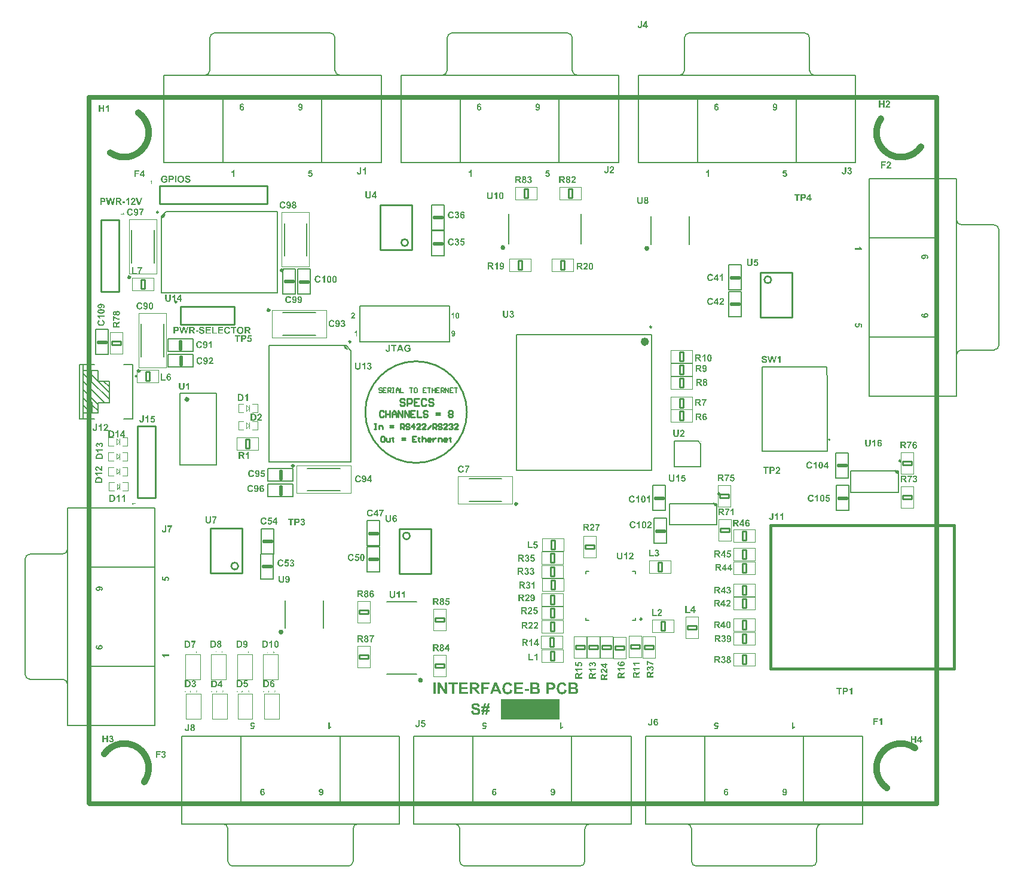
<source format=gto>
G04*
G04 #@! TF.GenerationSoftware,Altium Limited,Altium Designer,18.1.7 (191)*
G04*
G04 Layer_Color=65535*
%FSLAX24Y24*%
%MOIN*%
G70*
G01*
G75*
%ADD10C,0.0100*%
%ADD11C,0.0079*%
%ADD12C,0.0098*%
%ADD13C,0.0118*%
%ADD14C,0.0350*%
%ADD15C,0.0200*%
%ADD16C,0.0236*%
%ADD17C,0.0039*%
%ADD18C,0.0050*%
%ADD19C,0.0060*%
%ADD20C,0.0020*%
%ADD21C,0.0080*%
%ADD22C,0.0020*%
%ADD23C,0.0150*%
%ADD24R,0.3283X0.1117*%
%ADD25C,0.0250*%
G36*
X4120Y32809D02*
X4238Y32839D01*
Y32780D01*
X4120Y32662D01*
X4042D01*
X4120Y32809D01*
D02*
G37*
G36*
X14385Y25446D02*
X14414Y25328D01*
X14355D01*
X14237Y25446D01*
Y25525D01*
X14385Y25446D01*
D02*
G37*
G36*
X34991Y16684D02*
X35020Y16566D01*
X34961D01*
X34843Y16684D01*
Y16762D01*
X34991Y16684D01*
D02*
G37*
G36*
X45098Y18509D02*
X45127Y18391D01*
X45068D01*
X44950Y18509D01*
Y18588D01*
X45098Y18509D01*
D02*
G37*
G36*
X3519Y34542D02*
X3482D01*
Y34681D01*
X3482Y34680D01*
X3481Y34680D01*
X3480Y34679D01*
X3478Y34677D01*
X3476Y34676D01*
X3474Y34674D01*
X3471Y34672D01*
X3468Y34670D01*
X3465Y34668D01*
X3462Y34666D01*
X3458Y34663D01*
X3453Y34661D01*
X3445Y34657D01*
X3435Y34653D01*
Y34686D01*
X3435D01*
X3435Y34686D01*
X3436Y34687D01*
X3437Y34687D01*
X3440Y34688D01*
X3444Y34690D01*
X3449Y34692D01*
X3454Y34695D01*
X3460Y34699D01*
X3466Y34704D01*
X3466Y34704D01*
X3467Y34704D01*
X3467Y34705D01*
X3468Y34706D01*
X3471Y34709D01*
X3475Y34712D01*
X3479Y34717D01*
X3483Y34722D01*
X3486Y34728D01*
X3489Y34735D01*
X3519D01*
Y34542D01*
D02*
G37*
G36*
X2598Y16732D02*
Y16695D01*
X2460D01*
X2460Y16695D01*
X2460Y16695D01*
X2461Y16693D01*
X2463Y16692D01*
X2464Y16690D01*
X2466Y16688D01*
X2468Y16685D01*
X2470Y16682D01*
X2472Y16679D01*
X2475Y16675D01*
X2477Y16671D01*
X2479Y16667D01*
X2483Y16658D01*
X2487Y16648D01*
X2454D01*
Y16648D01*
X2454Y16649D01*
X2454Y16649D01*
X2453Y16651D01*
X2452Y16653D01*
X2450Y16657D01*
X2448Y16662D01*
X2445Y16667D01*
X2441Y16673D01*
X2437Y16679D01*
X2436Y16679D01*
X2436Y16680D01*
X2435Y16681D01*
X2434Y16682D01*
X2431Y16685D01*
X2428Y16688D01*
X2423Y16692D01*
X2418Y16696D01*
X2412Y16700D01*
X2406Y16702D01*
Y16732D01*
X2598D01*
D02*
G37*
G36*
X1924Y32930D02*
Y32930D01*
X1925Y32929D01*
X1925Y32929D01*
X1925Y32928D01*
X1927Y32925D01*
X1928Y32921D01*
X1930Y32916D01*
X1933Y32911D01*
X1937Y32905D01*
X1942Y32899D01*
X1942Y32899D01*
X1942Y32898D01*
X1943Y32897D01*
X1944Y32896D01*
X1947Y32893D01*
X1951Y32890D01*
X1955Y32886D01*
X1961Y32882D01*
X1966Y32878D01*
X1973Y32876D01*
Y32846D01*
X1780D01*
Y32883D01*
X1919D01*
X1919Y32883D01*
X1918Y32883D01*
X1917Y32885D01*
X1916Y32886D01*
X1914Y32888D01*
X1912Y32890D01*
X1910Y32893D01*
X1908Y32896D01*
X1906Y32900D01*
X1904Y32903D01*
X1901Y32907D01*
X1899Y32911D01*
X1895Y32920D01*
X1891Y32930D01*
X1924D01*
D02*
G37*
G36*
X5514Y35013D02*
X5520Y35012D01*
X5527Y35012D01*
X5534Y35011D01*
X5543Y35009D01*
X5560Y35006D01*
X5569Y35003D01*
X5578Y35000D01*
X5587Y34996D01*
X5595Y34992D01*
X5603Y34987D01*
X5610Y34981D01*
X5611Y34981D01*
X5612Y34979D01*
X5614Y34978D01*
X5616Y34976D01*
X5619Y34972D01*
X5622Y34968D01*
X5625Y34964D01*
X5629Y34959D01*
X5633Y34953D01*
X5636Y34947D01*
X5639Y34940D01*
X5642Y34932D01*
X5645Y34924D01*
X5647Y34915D01*
X5649Y34906D01*
X5649Y34896D01*
X5572Y34893D01*
Y34894D01*
Y34895D01*
X5570Y34898D01*
X5569Y34903D01*
X5567Y34910D01*
X5564Y34917D01*
X5560Y34923D01*
X5555Y34930D01*
X5550Y34936D01*
X5549Y34936D01*
X5547Y34938D01*
X5543Y34940D01*
X5538Y34942D01*
X5531Y34945D01*
X5523Y34947D01*
X5513Y34948D01*
X5501Y34949D01*
X5496D01*
X5489Y34948D01*
X5482Y34947D01*
X5474Y34946D01*
X5465Y34943D01*
X5457Y34940D01*
X5449Y34935D01*
X5448Y34934D01*
X5447Y34933D01*
X5445Y34931D01*
X5443Y34928D01*
X5441Y34925D01*
X5438Y34921D01*
X5437Y34916D01*
X5437Y34911D01*
Y34910D01*
Y34908D01*
X5437Y34906D01*
X5438Y34903D01*
X5440Y34899D01*
X5441Y34895D01*
X5444Y34891D01*
X5448Y34887D01*
X5448Y34887D01*
X5451Y34885D01*
X5453Y34884D01*
X5456Y34883D01*
X5458Y34881D01*
X5462Y34880D01*
X5467Y34878D01*
X5472Y34876D01*
X5478Y34873D01*
X5484Y34871D01*
X5492Y34869D01*
X5500Y34867D01*
X5509Y34865D01*
X5519Y34862D01*
X5519D01*
X5522Y34861D01*
X5524Y34861D01*
X5528Y34860D01*
X5533Y34858D01*
X5538Y34857D01*
X5544Y34855D01*
X5551Y34853D01*
X5564Y34849D01*
X5578Y34845D01*
X5591Y34840D01*
X5597Y34837D01*
X5602Y34834D01*
X5603D01*
X5603Y34834D01*
X5607Y34831D01*
X5612Y34828D01*
X5618Y34824D01*
X5624Y34818D01*
X5632Y34811D01*
X5639Y34804D01*
X5645Y34795D01*
X5645Y34794D01*
X5647Y34790D01*
X5650Y34785D01*
X5653Y34778D01*
X5655Y34769D01*
X5658Y34759D01*
X5660Y34747D01*
X5660Y34734D01*
Y34733D01*
Y34732D01*
Y34730D01*
Y34728D01*
X5660Y34725D01*
X5659Y34721D01*
X5658Y34714D01*
X5656Y34704D01*
X5653Y34693D01*
X5648Y34683D01*
X5642Y34671D01*
Y34671D01*
X5640Y34670D01*
X5638Y34667D01*
X5634Y34661D01*
X5628Y34655D01*
X5621Y34648D01*
X5612Y34641D01*
X5602Y34635D01*
X5589Y34629D01*
X5589D01*
X5588Y34628D01*
X5586Y34628D01*
X5583Y34626D01*
X5580Y34625D01*
X5576Y34624D01*
X5572Y34623D01*
X5567Y34622D01*
X5560Y34620D01*
X5554Y34619D01*
X5540Y34617D01*
X5524Y34615D01*
X5506Y34615D01*
X5499D01*
X5494Y34615D01*
X5488Y34616D01*
X5481Y34616D01*
X5473Y34618D01*
X5465Y34619D01*
X5447Y34623D01*
X5437Y34626D01*
X5428Y34629D01*
X5419Y34633D01*
X5410Y34637D01*
X5402Y34642D01*
X5394Y34648D01*
X5393Y34649D01*
X5392Y34650D01*
X5390Y34651D01*
X5388Y34654D01*
X5385Y34658D01*
X5381Y34663D01*
X5377Y34668D01*
X5373Y34673D01*
X5370Y34680D01*
X5366Y34687D01*
X5362Y34695D01*
X5358Y34704D01*
X5355Y34714D01*
X5352Y34724D01*
X5350Y34735D01*
X5348Y34747D01*
X5423Y34754D01*
Y34754D01*
X5424Y34752D01*
Y34750D01*
X5425Y34748D01*
X5427Y34741D01*
X5430Y34733D01*
X5433Y34724D01*
X5438Y34714D01*
X5443Y34706D01*
X5451Y34698D01*
X5452Y34698D01*
X5454Y34695D01*
X5459Y34693D01*
X5466Y34689D01*
X5474Y34686D01*
X5483Y34683D01*
X5494Y34681D01*
X5507Y34680D01*
X5513D01*
X5520Y34681D01*
X5528Y34683D01*
X5537Y34684D01*
X5547Y34687D01*
X5555Y34691D01*
X5563Y34696D01*
X5564Y34696D01*
X5567Y34699D01*
X5569Y34702D01*
X5573Y34706D01*
X5577Y34712D01*
X5580Y34719D01*
X5582Y34725D01*
X5583Y34733D01*
Y34734D01*
Y34735D01*
X5582Y34738D01*
X5582Y34741D01*
X5580Y34745D01*
X5579Y34749D01*
X5577Y34752D01*
X5574Y34756D01*
X5574Y34757D01*
X5573Y34758D01*
X5571Y34760D01*
X5568Y34762D01*
X5564Y34765D01*
X5559Y34767D01*
X5554Y34770D01*
X5547Y34773D01*
X5546D01*
X5544Y34774D01*
X5540Y34775D01*
X5537Y34776D01*
X5534Y34777D01*
X5530Y34778D01*
X5526Y34780D01*
X5521Y34781D01*
X5515Y34782D01*
X5508Y34784D01*
X5501Y34786D01*
X5493Y34788D01*
X5484Y34790D01*
X5484D01*
X5482Y34791D01*
X5478Y34792D01*
X5474Y34793D01*
X5469Y34795D01*
X5463Y34796D01*
X5457Y34799D01*
X5450Y34801D01*
X5436Y34806D01*
X5422Y34813D01*
X5415Y34816D01*
X5408Y34820D01*
X5402Y34824D01*
X5397Y34828D01*
X5397Y34829D01*
X5396Y34830D01*
X5394Y34831D01*
X5392Y34834D01*
X5389Y34837D01*
X5386Y34841D01*
X5383Y34845D01*
X5380Y34850D01*
X5373Y34861D01*
X5368Y34875D01*
X5366Y34882D01*
X5364Y34889D01*
X5363Y34897D01*
X5362Y34906D01*
Y34906D01*
Y34907D01*
Y34908D01*
Y34911D01*
X5363Y34916D01*
X5365Y34923D01*
X5366Y34932D01*
X5369Y34941D01*
X5373Y34951D01*
X5378Y34961D01*
Y34961D01*
X5379Y34962D01*
X5382Y34965D01*
X5385Y34969D01*
X5391Y34975D01*
X5397Y34981D01*
X5406Y34988D01*
X5415Y34994D01*
X5426Y34999D01*
X5427D01*
X5428Y35000D01*
X5430Y35001D01*
X5432Y35002D01*
X5435Y35003D01*
X5438Y35004D01*
X5443Y35005D01*
X5448Y35007D01*
X5459Y35009D01*
X5472Y35011D01*
X5486Y35013D01*
X5502Y35013D01*
X5509D01*
X5514Y35013D01*
D02*
G37*
G36*
X4215D02*
X4221Y35012D01*
X4228Y35012D01*
X4236Y35011D01*
X4244Y35009D01*
X4262Y35006D01*
X4280Y35001D01*
X4290Y34997D01*
X4298Y34993D01*
X4307Y34989D01*
X4315Y34983D01*
X4315Y34983D01*
X4316Y34982D01*
X4318Y34980D01*
X4321Y34978D01*
X4325Y34975D01*
X4328Y34971D01*
X4332Y34967D01*
X4336Y34962D01*
X4341Y34956D01*
X4345Y34950D01*
X4349Y34943D01*
X4353Y34936D01*
X4358Y34928D01*
X4361Y34920D01*
X4364Y34910D01*
X4367Y34901D01*
X4290Y34886D01*
Y34887D01*
X4289Y34887D01*
X4288Y34891D01*
X4286Y34896D01*
X4282Y34902D01*
X4278Y34910D01*
X4273Y34917D01*
X4266Y34924D01*
X4258Y34931D01*
X4257Y34931D01*
X4255Y34933D01*
X4250Y34936D01*
X4243Y34939D01*
X4235Y34942D01*
X4226Y34945D01*
X4215Y34947D01*
X4203Y34947D01*
X4198D01*
X4195Y34947D01*
X4190Y34946D01*
X4185Y34946D01*
X4180Y34945D01*
X4174Y34943D01*
X4161Y34940D01*
X4154Y34937D01*
X4147Y34933D01*
X4141Y34930D01*
X4134Y34926D01*
X4128Y34920D01*
X4122Y34915D01*
X4121Y34914D01*
X4121Y34913D01*
X4119Y34911D01*
X4117Y34908D01*
X4115Y34905D01*
X4112Y34901D01*
X4110Y34896D01*
X4108Y34891D01*
X4105Y34884D01*
X4102Y34877D01*
X4099Y34869D01*
X4097Y34861D01*
X4095Y34851D01*
X4094Y34841D01*
X4093Y34830D01*
X4093Y34819D01*
Y34818D01*
Y34816D01*
Y34812D01*
X4093Y34807D01*
X4094Y34801D01*
X4094Y34795D01*
X4095Y34787D01*
X4096Y34780D01*
X4100Y34763D01*
X4105Y34746D01*
X4109Y34737D01*
X4112Y34730D01*
X4117Y34722D01*
X4122Y34715D01*
X4123Y34715D01*
X4124Y34714D01*
X4126Y34712D01*
X4128Y34710D01*
X4131Y34708D01*
X4135Y34704D01*
X4139Y34701D01*
X4144Y34698D01*
X4150Y34695D01*
X4155Y34692D01*
X4169Y34686D01*
X4177Y34684D01*
X4185Y34683D01*
X4194Y34681D01*
X4202Y34681D01*
X4207D01*
X4211Y34681D01*
X4218Y34682D01*
X4225Y34683D01*
X4233Y34685D01*
X4242Y34687D01*
X4251Y34690D01*
X4252D01*
X4252Y34691D01*
X4255Y34692D01*
X4260Y34694D01*
X4266Y34697D01*
X4272Y34700D01*
X4280Y34704D01*
X4287Y34709D01*
X4293Y34714D01*
Y34763D01*
X4205D01*
Y34828D01*
X4372D01*
Y34674D01*
X4371Y34673D01*
X4369Y34671D01*
X4367Y34670D01*
X4364Y34668D01*
X4362Y34665D01*
X4354Y34660D01*
X4343Y34654D01*
X4331Y34646D01*
X4317Y34639D01*
X4301Y34633D01*
X4300D01*
X4298Y34632D01*
X4296Y34631D01*
X4293Y34630D01*
X4288Y34629D01*
X4283Y34627D01*
X4278Y34625D01*
X4272Y34624D01*
X4258Y34620D01*
X4242Y34618D01*
X4225Y34615D01*
X4207Y34615D01*
X4201D01*
X4197Y34615D01*
X4192D01*
X4186Y34616D01*
X4179Y34617D01*
X4171Y34618D01*
X4155Y34621D01*
X4137Y34625D01*
X4119Y34631D01*
X4111Y34635D01*
X4102Y34640D01*
X4101Y34640D01*
X4100Y34641D01*
X4098Y34643D01*
X4095Y34645D01*
X4091Y34647D01*
X4087Y34650D01*
X4082Y34654D01*
X4077Y34659D01*
X4066Y34669D01*
X4055Y34681D01*
X4044Y34696D01*
X4035Y34713D01*
Y34713D01*
X4034Y34715D01*
X4033Y34718D01*
X4031Y34721D01*
X4030Y34725D01*
X4028Y34730D01*
X4026Y34736D01*
X4024Y34743D01*
X4021Y34750D01*
X4020Y34759D01*
X4016Y34776D01*
X4014Y34795D01*
X4013Y34815D01*
Y34816D01*
Y34818D01*
Y34821D01*
X4013Y34825D01*
Y34831D01*
X4014Y34837D01*
X4015Y34843D01*
X4016Y34851D01*
X4019Y34867D01*
X4023Y34886D01*
X4029Y34904D01*
X4033Y34913D01*
X4038Y34922D01*
X4038Y34922D01*
X4039Y34924D01*
X4040Y34926D01*
X4042Y34930D01*
X4045Y34933D01*
X4048Y34938D01*
X4052Y34943D01*
X4056Y34948D01*
X4061Y34954D01*
X4066Y34960D01*
X4073Y34966D01*
X4079Y34972D01*
X4086Y34978D01*
X4094Y34984D01*
X4111Y34994D01*
X4111D01*
X4112Y34995D01*
X4115Y34996D01*
X4117Y34997D01*
X4121Y34998D01*
X4125Y35000D01*
X4131Y35002D01*
X4136Y35004D01*
X4142Y35006D01*
X4150Y35007D01*
X4157Y35009D01*
X4165Y35011D01*
X4183Y35013D01*
X4203Y35013D01*
X4210D01*
X4215Y35013D01*
D02*
G37*
G36*
X4877Y34622D02*
X4799D01*
Y35006D01*
X4877D01*
Y34622D01*
D02*
G37*
G36*
X4591Y35006D02*
X4606D01*
X4621Y35004D01*
X4637Y35003D01*
X4644Y35003D01*
X4650Y35002D01*
X4656Y35001D01*
X4660Y35000D01*
X4661D01*
X4662Y34999D01*
X4664Y34999D01*
X4666Y34998D01*
X4672Y34996D01*
X4680Y34992D01*
X4688Y34987D01*
X4697Y34981D01*
X4706Y34972D01*
X4715Y34962D01*
Y34962D01*
X4716Y34961D01*
X4717Y34959D01*
X4719Y34957D01*
X4721Y34954D01*
X4722Y34951D01*
X4725Y34947D01*
X4727Y34942D01*
X4731Y34931D01*
X4735Y34919D01*
X4737Y34904D01*
X4738Y34888D01*
Y34887D01*
Y34886D01*
Y34885D01*
Y34882D01*
X4737Y34879D01*
Y34875D01*
X4736Y34867D01*
X4735Y34858D01*
X4732Y34847D01*
X4729Y34837D01*
X4725Y34828D01*
X4724Y34827D01*
X4722Y34824D01*
X4720Y34820D01*
X4716Y34814D01*
X4711Y34809D01*
X4705Y34802D01*
X4699Y34796D01*
X4692Y34790D01*
X4691Y34790D01*
X4689Y34788D01*
X4685Y34786D01*
X4680Y34783D01*
X4674Y34780D01*
X4667Y34777D01*
X4660Y34774D01*
X4652Y34772D01*
X4651D01*
X4649Y34771D01*
X4647D01*
X4644Y34771D01*
X4640Y34770D01*
X4636Y34770D01*
X4631D01*
X4626Y34769D01*
X4620Y34769D01*
X4614Y34768D01*
X4606Y34767D01*
X4599D01*
X4590Y34767D01*
X4522D01*
Y34622D01*
X4444D01*
Y35006D01*
X4585D01*
X4591Y35006D01*
D02*
G37*
G36*
X5129Y35013D02*
X5134D01*
X5141Y35012D01*
X5150Y35011D01*
X5159Y35009D01*
X5169Y35007D01*
X5180Y35004D01*
X5191Y35001D01*
X5202Y34996D01*
X5214Y34991D01*
X5225Y34985D01*
X5236Y34978D01*
X5246Y34969D01*
X5256Y34960D01*
X5257Y34959D01*
X5259Y34958D01*
X5261Y34954D01*
X5264Y34951D01*
X5268Y34945D01*
X5272Y34938D01*
X5277Y34931D01*
X5282Y34922D01*
X5287Y34912D01*
X5291Y34901D01*
X5296Y34889D01*
X5300Y34876D01*
X5303Y34862D01*
X5305Y34847D01*
X5307Y34831D01*
X5307Y34814D01*
Y34812D01*
Y34810D01*
X5307Y34805D01*
Y34798D01*
X5306Y34790D01*
X5305Y34781D01*
X5303Y34771D01*
X5301Y34760D01*
X5299Y34749D01*
X5295Y34736D01*
X5291Y34724D01*
X5286Y34712D01*
X5280Y34700D01*
X5273Y34689D01*
X5265Y34678D01*
X5256Y34667D01*
X5256Y34666D01*
X5254Y34665D01*
X5251Y34662D01*
X5247Y34659D01*
X5242Y34655D01*
X5236Y34650D01*
X5229Y34646D01*
X5221Y34641D01*
X5211Y34636D01*
X5201Y34631D01*
X5190Y34627D01*
X5178Y34623D01*
X5165Y34620D01*
X5151Y34617D01*
X5137Y34615D01*
X5121Y34615D01*
X5118D01*
X5113Y34615D01*
X5108Y34616D01*
X5100Y34616D01*
X5092Y34618D01*
X5083Y34619D01*
X5073Y34621D01*
X5062Y34624D01*
X5051Y34628D01*
X5039Y34632D01*
X5028Y34637D01*
X5017Y34643D01*
X5006Y34650D01*
X4996Y34658D01*
X4986Y34667D01*
X4985Y34668D01*
X4983Y34669D01*
X4981Y34673D01*
X4978Y34676D01*
X4974Y34682D01*
X4969Y34689D01*
X4965Y34696D01*
X4961Y34705D01*
X4956Y34714D01*
X4951Y34725D01*
X4947Y34737D01*
X4943Y34750D01*
X4939Y34764D01*
X4937Y34779D01*
X4936Y34795D01*
X4935Y34811D01*
Y34812D01*
Y34814D01*
Y34817D01*
X4936Y34821D01*
Y34826D01*
X4936Y34832D01*
X4937Y34839D01*
X4937Y34846D01*
X4939Y34861D01*
X4942Y34878D01*
X4947Y34895D01*
X4952Y34910D01*
Y34911D01*
X4953Y34911D01*
X4954Y34913D01*
X4954Y34915D01*
X4958Y34921D01*
X4962Y34928D01*
X4967Y34936D01*
X4973Y34945D01*
X4980Y34954D01*
X4988Y34963D01*
X4988Y34963D01*
X4989Y34964D01*
X4992Y34967D01*
X4997Y34971D01*
X5003Y34976D01*
X5010Y34982D01*
X5018Y34988D01*
X5028Y34993D01*
X5038Y34998D01*
X5038D01*
X5039Y34998D01*
X5042Y34999D01*
X5044Y35000D01*
X5048Y35002D01*
X5052Y35003D01*
X5057Y35004D01*
X5062Y35006D01*
X5074Y35008D01*
X5088Y35011D01*
X5104Y35013D01*
X5120Y35013D01*
X5124D01*
X5129Y35013D01*
D02*
G37*
G36*
X6294Y26581D02*
X6300Y26581D01*
X6308Y26580D01*
X6315Y26579D01*
X6323Y26578D01*
X6341Y26574D01*
X6350Y26571D01*
X6359Y26569D01*
X6368Y26565D01*
X6376Y26560D01*
X6384Y26555D01*
X6391Y26550D01*
X6391Y26549D01*
X6393Y26548D01*
X6394Y26546D01*
X6396Y26544D01*
X6399Y26541D01*
X6403Y26537D01*
X6406Y26532D01*
X6410Y26527D01*
X6413Y26521D01*
X6416Y26515D01*
X6420Y26508D01*
X6423Y26500D01*
X6425Y26492D01*
X6428Y26484D01*
X6429Y26475D01*
X6430Y26465D01*
X6352Y26462D01*
Y26463D01*
Y26463D01*
X6351Y26467D01*
X6350Y26472D01*
X6348Y26478D01*
X6345Y26485D01*
X6341Y26492D01*
X6336Y26499D01*
X6330Y26504D01*
X6330Y26505D01*
X6328Y26506D01*
X6324Y26509D01*
X6318Y26511D01*
X6312Y26513D01*
X6303Y26515D01*
X6293Y26517D01*
X6282Y26517D01*
X6276D01*
X6270Y26517D01*
X6263Y26516D01*
X6254Y26514D01*
X6245Y26511D01*
X6237Y26508D01*
X6229Y26503D01*
X6229Y26502D01*
X6228Y26501D01*
X6225Y26500D01*
X6223Y26497D01*
X6221Y26494D01*
X6219Y26489D01*
X6218Y26485D01*
X6217Y26479D01*
Y26479D01*
Y26477D01*
X6218Y26474D01*
X6219Y26471D01*
X6220Y26467D01*
X6222Y26464D01*
X6224Y26460D01*
X6228Y26456D01*
X6229Y26455D01*
X6232Y26454D01*
X6233Y26453D01*
X6236Y26451D01*
X6239Y26450D01*
X6243Y26448D01*
X6247Y26446D01*
X6252Y26444D01*
X6258Y26442D01*
X6264Y26440D01*
X6272Y26438D01*
X6280Y26435D01*
X6289Y26433D01*
X6299Y26430D01*
X6300D01*
X6302Y26430D01*
X6305Y26429D01*
X6309Y26428D01*
X6313Y26427D01*
X6319Y26425D01*
X6325Y26424D01*
X6331Y26422D01*
X6344Y26418D01*
X6358Y26413D01*
X6371Y26408D01*
X6377Y26405D01*
X6383Y26403D01*
X6383D01*
X6384Y26402D01*
X6387Y26400D01*
X6392Y26396D01*
X6398Y26392D01*
X6405Y26386D01*
X6412Y26380D01*
X6419Y26372D01*
X6425Y26363D01*
X6426Y26362D01*
X6428Y26359D01*
X6430Y26354D01*
X6433Y26347D01*
X6436Y26338D01*
X6439Y26327D01*
X6440Y26315D01*
X6441Y26302D01*
Y26302D01*
Y26300D01*
Y26299D01*
Y26297D01*
X6440Y26294D01*
X6440Y26290D01*
X6439Y26282D01*
X6436Y26272D01*
X6433Y26262D01*
X6428Y26251D01*
X6422Y26240D01*
Y26239D01*
X6421Y26239D01*
X6419Y26236D01*
X6414Y26230D01*
X6409Y26224D01*
X6401Y26217D01*
X6392Y26210D01*
X6382Y26203D01*
X6370Y26197D01*
X6369D01*
X6368Y26197D01*
X6366Y26196D01*
X6364Y26195D01*
X6360Y26194D01*
X6356Y26193D01*
X6352Y26192D01*
X6347Y26191D01*
X6341Y26189D01*
X6335Y26188D01*
X6320Y26186D01*
X6304Y26184D01*
X6287Y26183D01*
X6279D01*
X6274Y26184D01*
X6268Y26184D01*
X6262Y26185D01*
X6254Y26186D01*
X6245Y26188D01*
X6227Y26192D01*
X6218Y26194D01*
X6209Y26197D01*
X6199Y26201D01*
X6191Y26206D01*
X6182Y26211D01*
X6174Y26217D01*
X6174Y26217D01*
X6173Y26218D01*
X6171Y26220D01*
X6168Y26223D01*
X6165Y26227D01*
X6162Y26231D01*
X6158Y26236D01*
X6154Y26242D01*
X6150Y26248D01*
X6146Y26255D01*
X6142Y26264D01*
X6138Y26273D01*
X6136Y26282D01*
X6132Y26293D01*
X6130Y26304D01*
X6128Y26315D01*
X6204Y26323D01*
Y26322D01*
X6204Y26321D01*
Y26319D01*
X6205Y26317D01*
X6207Y26310D01*
X6210Y26302D01*
X6213Y26292D01*
X6218Y26283D01*
X6224Y26274D01*
X6231Y26267D01*
X6232Y26266D01*
X6235Y26264D01*
X6239Y26261D01*
X6246Y26258D01*
X6254Y26254D01*
X6264Y26252D01*
X6275Y26249D01*
X6288Y26249D01*
X6294D01*
X6300Y26250D01*
X6309Y26251D01*
X6318Y26253D01*
X6327Y26255D01*
X6336Y26259D01*
X6344Y26264D01*
X6345Y26265D01*
X6347Y26267D01*
X6350Y26270D01*
X6354Y26275D01*
X6357Y26280D01*
X6360Y26287D01*
X6363Y26294D01*
X6363Y26302D01*
Y26302D01*
Y26304D01*
X6363Y26307D01*
X6362Y26310D01*
X6361Y26313D01*
X6360Y26317D01*
X6358Y26321D01*
X6355Y26325D01*
X6354Y26325D01*
X6353Y26327D01*
X6351Y26328D01*
X6349Y26330D01*
X6345Y26333D01*
X6340Y26336D01*
X6334Y26339D01*
X6327Y26342D01*
X6327D01*
X6324Y26343D01*
X6320Y26344D01*
X6318Y26345D01*
X6314Y26345D01*
X6310Y26347D01*
X6306Y26348D01*
X6301Y26349D01*
X6295Y26351D01*
X6289Y26353D01*
X6282Y26354D01*
X6274Y26356D01*
X6265Y26359D01*
X6264D01*
X6262Y26359D01*
X6259Y26360D01*
X6255Y26361D01*
X6250Y26363D01*
X6244Y26365D01*
X6238Y26367D01*
X6230Y26369D01*
X6216Y26375D01*
X6202Y26381D01*
X6195Y26385D01*
X6189Y26389D01*
X6183Y26393D01*
X6178Y26396D01*
X6177Y26397D01*
X6176Y26398D01*
X6174Y26400D01*
X6172Y26402D01*
X6169Y26405D01*
X6167Y26409D01*
X6163Y26413D01*
X6161Y26418D01*
X6154Y26430D01*
X6148Y26443D01*
X6146Y26450D01*
X6144Y26458D01*
X6143Y26466D01*
X6143Y26474D01*
Y26475D01*
Y26475D01*
Y26477D01*
Y26479D01*
X6144Y26485D01*
X6145Y26492D01*
X6147Y26500D01*
X6149Y26510D01*
X6153Y26520D01*
X6159Y26529D01*
Y26530D01*
X6159Y26530D01*
X6162Y26534D01*
X6166Y26538D01*
X6171Y26544D01*
X6178Y26550D01*
X6186Y26556D01*
X6196Y26562D01*
X6207Y26568D01*
X6207D01*
X6208Y26569D01*
X6210Y26569D01*
X6212Y26570D01*
X6216Y26571D01*
X6219Y26572D01*
X6223Y26574D01*
X6228Y26575D01*
X6239Y26577D01*
X6252Y26580D01*
X6267Y26581D01*
X6283Y26582D01*
X6289D01*
X6294Y26581D01*
D02*
G37*
G36*
X7728D02*
X7734Y26581D01*
X7741Y26580D01*
X7748Y26579D01*
X7757Y26577D01*
X7766Y26575D01*
X7775Y26572D01*
X7784Y26569D01*
X7794Y26564D01*
X7804Y26560D01*
X7813Y26554D01*
X7822Y26547D01*
X7831Y26540D01*
X7831D01*
X7832Y26539D01*
X7833Y26537D01*
X7835Y26536D01*
X7837Y26533D01*
X7839Y26530D01*
X7846Y26522D01*
X7852Y26512D01*
X7858Y26500D01*
X7864Y26486D01*
X7870Y26470D01*
X7793Y26451D01*
Y26452D01*
X7793Y26453D01*
Y26454D01*
X7792Y26456D01*
X7790Y26461D01*
X7787Y26468D01*
X7783Y26476D01*
X7778Y26484D01*
X7772Y26491D01*
X7765Y26498D01*
X7763Y26499D01*
X7761Y26501D01*
X7756Y26504D01*
X7750Y26507D01*
X7742Y26510D01*
X7733Y26513D01*
X7723Y26515D01*
X7712Y26516D01*
X7708D01*
X7705Y26515D01*
X7702Y26515D01*
X7697Y26514D01*
X7688Y26512D01*
X7677Y26508D01*
X7665Y26502D01*
X7659Y26499D01*
X7654Y26495D01*
X7648Y26490D01*
X7643Y26485D01*
Y26484D01*
X7642Y26483D01*
X7641Y26481D01*
X7639Y26479D01*
X7637Y26475D01*
X7635Y26471D01*
X7632Y26466D01*
X7630Y26461D01*
X7627Y26454D01*
X7625Y26447D01*
X7623Y26439D01*
X7621Y26430D01*
X7619Y26420D01*
X7618Y26409D01*
X7617Y26398D01*
X7617Y26385D01*
Y26384D01*
Y26381D01*
Y26378D01*
X7617Y26373D01*
Y26367D01*
X7619Y26360D01*
X7619Y26353D01*
X7620Y26344D01*
X7624Y26327D01*
X7628Y26310D01*
X7631Y26302D01*
X7635Y26294D01*
X7639Y26287D01*
X7643Y26280D01*
X7644Y26280D01*
X7644Y26279D01*
X7646Y26278D01*
X7648Y26275D01*
X7654Y26271D01*
X7661Y26265D01*
X7671Y26259D01*
X7682Y26255D01*
X7696Y26251D01*
X7703Y26250D01*
X7711Y26250D01*
X7713D01*
X7716Y26250D01*
X7722Y26251D01*
X7729Y26252D01*
X7737Y26255D01*
X7746Y26258D01*
X7755Y26263D01*
X7763Y26269D01*
X7765Y26270D01*
X7767Y26273D01*
X7771Y26278D01*
X7776Y26284D01*
X7781Y26293D01*
X7786Y26304D01*
X7791Y26317D01*
X7796Y26332D01*
X7871Y26308D01*
Y26308D01*
X7871Y26305D01*
X7869Y26302D01*
X7868Y26298D01*
X7866Y26293D01*
X7863Y26287D01*
X7861Y26280D01*
X7857Y26273D01*
X7849Y26258D01*
X7839Y26242D01*
X7827Y26227D01*
X7821Y26221D01*
X7813Y26214D01*
X7813Y26214D01*
X7812Y26213D01*
X7809Y26212D01*
X7806Y26209D01*
X7802Y26207D01*
X7797Y26205D01*
X7792Y26202D01*
X7786Y26199D01*
X7778Y26196D01*
X7771Y26193D01*
X7762Y26191D01*
X7753Y26189D01*
X7744Y26187D01*
X7733Y26185D01*
X7723Y26184D01*
X7711Y26184D01*
X7708D01*
X7704Y26184D01*
X7698Y26185D01*
X7692Y26186D01*
X7685Y26187D01*
X7676Y26188D01*
X7667Y26191D01*
X7657Y26193D01*
X7647Y26197D01*
X7637Y26201D01*
X7626Y26206D01*
X7616Y26212D01*
X7605Y26219D01*
X7595Y26227D01*
X7586Y26236D01*
X7585Y26237D01*
X7584Y26238D01*
X7581Y26242D01*
X7578Y26246D01*
X7575Y26251D01*
X7570Y26257D01*
X7566Y26265D01*
X7561Y26274D01*
X7557Y26283D01*
X7552Y26294D01*
X7548Y26306D01*
X7545Y26319D01*
X7541Y26332D01*
X7539Y26347D01*
X7538Y26363D01*
X7537Y26379D01*
Y26380D01*
Y26380D01*
Y26384D01*
X7538Y26389D01*
Y26395D01*
X7539Y26403D01*
X7540Y26413D01*
X7541Y26423D01*
X7543Y26434D01*
X7546Y26446D01*
X7549Y26458D01*
X7553Y26470D01*
X7558Y26483D01*
X7564Y26495D01*
X7570Y26507D01*
X7577Y26518D01*
X7586Y26529D01*
X7587Y26529D01*
X7589Y26531D01*
X7591Y26534D01*
X7595Y26537D01*
X7600Y26541D01*
X7606Y26545D01*
X7613Y26550D01*
X7621Y26555D01*
X7630Y26560D01*
X7640Y26565D01*
X7651Y26570D01*
X7662Y26574D01*
X7675Y26577D01*
X7687Y26580D01*
X7702Y26581D01*
X7716Y26582D01*
X7723D01*
X7728Y26581D01*
D02*
G37*
G36*
X5450Y26191D02*
X5366D01*
X5290Y26477D01*
X5214Y26191D01*
X5129D01*
X5038Y26575D01*
X5118D01*
X5175Y26310D01*
X5245Y26575D01*
X5339D01*
X5405Y26306D01*
X5464Y26575D01*
X5542D01*
X5450Y26191D01*
D02*
G37*
G36*
X6106Y26293D02*
X5961D01*
Y26367D01*
X6106D01*
Y26293D01*
D02*
G37*
G36*
X8862Y26574D02*
X8868D01*
X8874Y26574D01*
X8881D01*
X8896Y26572D01*
X8911Y26570D01*
X8924Y26567D01*
X8931Y26566D01*
X8936Y26564D01*
X8937D01*
X8937Y26564D01*
X8941Y26562D01*
X8946Y26559D01*
X8952Y26556D01*
X8959Y26550D01*
X8967Y26544D01*
X8974Y26536D01*
X8981Y26527D01*
Y26526D01*
X8981Y26526D01*
X8982Y26524D01*
X8983Y26522D01*
X8986Y26517D01*
X8989Y26510D01*
X8992Y26501D01*
X8995Y26491D01*
X8997Y26479D01*
X8998Y26467D01*
Y26466D01*
Y26465D01*
Y26463D01*
X8997Y26460D01*
Y26456D01*
X8997Y26452D01*
X8994Y26442D01*
X8992Y26430D01*
X8987Y26419D01*
X8981Y26406D01*
X8977Y26401D01*
X8972Y26395D01*
X8972Y26395D01*
X8971Y26394D01*
X8969Y26393D01*
X8967Y26391D01*
X8965Y26389D01*
X8962Y26386D01*
X8958Y26383D01*
X8953Y26380D01*
X8948Y26377D01*
X8942Y26374D01*
X8936Y26371D01*
X8929Y26369D01*
X8922Y26366D01*
X8914Y26364D01*
X8906Y26361D01*
X8896Y26360D01*
X8897D01*
X8897Y26359D01*
X8901Y26357D01*
X8905Y26354D01*
X8911Y26350D01*
X8917Y26345D01*
X8924Y26340D01*
X8931Y26334D01*
X8937Y26328D01*
X8938Y26327D01*
X8941Y26324D01*
X8944Y26320D01*
X8949Y26313D01*
X8956Y26305D01*
X8959Y26299D01*
X8963Y26294D01*
X8967Y26288D01*
X8972Y26281D01*
X8977Y26273D01*
X8982Y26265D01*
X9029Y26191D01*
X8936D01*
X8880Y26274D01*
X8880Y26274D01*
X8879Y26276D01*
X8877Y26278D01*
X8875Y26281D01*
X8873Y26284D01*
X8870Y26289D01*
X8864Y26298D01*
X8857Y26308D01*
X8850Y26317D01*
X8844Y26325D01*
X8841Y26328D01*
X8839Y26330D01*
X8838Y26331D01*
X8837Y26332D01*
X8835Y26334D01*
X8832Y26337D01*
X8828Y26339D01*
X8825Y26342D01*
X8820Y26344D01*
X8816Y26347D01*
X8815D01*
X8813Y26347D01*
X8811Y26348D01*
X8806Y26349D01*
X8801Y26350D01*
X8794Y26350D01*
X8786Y26351D01*
X8761D01*
Y26191D01*
X8684D01*
Y26575D01*
X8857D01*
X8862Y26574D01*
D02*
G37*
G36*
X8216Y26510D02*
X8102D01*
Y26191D01*
X8025D01*
Y26510D01*
X7911D01*
Y26575D01*
X8216D01*
Y26510D01*
D02*
G37*
G36*
X7478D02*
X7271D01*
Y26425D01*
X7463D01*
Y26360D01*
X7271D01*
Y26255D01*
X7485D01*
Y26191D01*
X7193D01*
Y26575D01*
X7478D01*
Y26510D01*
D02*
G37*
G36*
X6944Y26255D02*
X7137D01*
Y26191D01*
X6867D01*
Y26572D01*
X6944D01*
Y26255D01*
D02*
G37*
G36*
X6792Y26510D02*
X6585D01*
Y26425D01*
X6777D01*
Y26360D01*
X6585D01*
Y26255D01*
X6799D01*
Y26191D01*
X6507D01*
Y26575D01*
X6792D01*
Y26510D01*
D02*
G37*
G36*
X5761Y26574D02*
X5767D01*
X5773Y26574D01*
X5780D01*
X5795Y26572D01*
X5810Y26570D01*
X5824Y26567D01*
X5830Y26566D01*
X5835Y26564D01*
X5836D01*
X5836Y26564D01*
X5840Y26562D01*
X5845Y26559D01*
X5851Y26556D01*
X5859Y26550D01*
X5866Y26544D01*
X5873Y26536D01*
X5880Y26527D01*
Y26526D01*
X5880Y26526D01*
X5881Y26524D01*
X5882Y26522D01*
X5885Y26517D01*
X5889Y26510D01*
X5891Y26501D01*
X5894Y26491D01*
X5896Y26479D01*
X5897Y26467D01*
Y26466D01*
Y26465D01*
Y26463D01*
X5896Y26460D01*
Y26456D01*
X5896Y26452D01*
X5894Y26442D01*
X5891Y26430D01*
X5886Y26419D01*
X5880Y26406D01*
X5876Y26401D01*
X5871Y26395D01*
X5871Y26395D01*
X5870Y26394D01*
X5869Y26393D01*
X5866Y26391D01*
X5864Y26389D01*
X5861Y26386D01*
X5857Y26383D01*
X5853Y26380D01*
X5848Y26377D01*
X5841Y26374D01*
X5835Y26371D01*
X5829Y26369D01*
X5821Y26366D01*
X5813Y26364D01*
X5805Y26361D01*
X5795Y26360D01*
X5796D01*
X5796Y26359D01*
X5800Y26357D01*
X5804Y26354D01*
X5810Y26350D01*
X5816Y26345D01*
X5823Y26340D01*
X5830Y26334D01*
X5836Y26328D01*
X5837Y26327D01*
X5840Y26324D01*
X5843Y26320D01*
X5848Y26313D01*
X5855Y26305D01*
X5858Y26299D01*
X5862Y26294D01*
X5866Y26288D01*
X5871Y26281D01*
X5876Y26273D01*
X5881Y26265D01*
X5928Y26191D01*
X5835D01*
X5779Y26274D01*
X5779Y26274D01*
X5778Y26276D01*
X5776Y26278D01*
X5774Y26281D01*
X5772Y26284D01*
X5769Y26289D01*
X5763Y26298D01*
X5756Y26308D01*
X5749Y26317D01*
X5743Y26325D01*
X5740Y26328D01*
X5738Y26330D01*
X5738Y26331D01*
X5737Y26332D01*
X5734Y26334D01*
X5732Y26337D01*
X5728Y26339D01*
X5724Y26342D01*
X5719Y26344D01*
X5715Y26347D01*
X5714D01*
X5713Y26347D01*
X5710Y26348D01*
X5705Y26349D01*
X5700Y26350D01*
X5693Y26350D01*
X5685Y26351D01*
X5660D01*
Y26191D01*
X5583D01*
Y26575D01*
X5756D01*
X5761Y26574D01*
D02*
G37*
G36*
X4866D02*
X4880D01*
X4896Y26573D01*
X4911Y26572D01*
X4918Y26571D01*
X4925Y26571D01*
X4930Y26570D01*
X4935Y26569D01*
X4935D01*
X4936Y26568D01*
X4938Y26567D01*
X4940Y26567D01*
X4946Y26564D01*
X4954Y26561D01*
X4962Y26556D01*
X4972Y26549D01*
X4981Y26541D01*
X4990Y26531D01*
Y26530D01*
X4991Y26530D01*
X4992Y26528D01*
X4993Y26526D01*
X4995Y26522D01*
X4997Y26519D01*
X4999Y26515D01*
X5001Y26511D01*
X5005Y26500D01*
X5009Y26487D01*
X5011Y26472D01*
X5012Y26456D01*
Y26456D01*
Y26455D01*
Y26453D01*
Y26450D01*
X5012Y26448D01*
Y26444D01*
X5011Y26436D01*
X5009Y26426D01*
X5007Y26416D01*
X5003Y26406D01*
X4999Y26396D01*
X4998Y26395D01*
X4997Y26393D01*
X4994Y26388D01*
X4990Y26383D01*
X4986Y26377D01*
X4980Y26370D01*
X4973Y26364D01*
X4966Y26359D01*
X4965Y26358D01*
X4963Y26356D01*
X4959Y26354D01*
X4954Y26351D01*
X4948Y26348D01*
X4941Y26345D01*
X4934Y26343D01*
X4926Y26340D01*
X4925D01*
X4923Y26340D01*
X4921D01*
X4918Y26339D01*
X4915Y26339D01*
X4911Y26338D01*
X4906D01*
X4901Y26338D01*
X4895Y26337D01*
X4888Y26337D01*
X4881Y26336D01*
X4873D01*
X4865Y26335D01*
X4796D01*
Y26191D01*
X4718D01*
Y26575D01*
X4860D01*
X4866Y26574D01*
D02*
G37*
G36*
X8444Y26581D02*
X8449D01*
X8457Y26580D01*
X8465Y26579D01*
X8474Y26577D01*
X8484Y26575D01*
X8495Y26572D01*
X8506Y26569D01*
X8517Y26565D01*
X8529Y26560D01*
X8540Y26554D01*
X8551Y26546D01*
X8561Y26538D01*
X8571Y26529D01*
X8572Y26528D01*
X8574Y26526D01*
X8576Y26523D01*
X8579Y26519D01*
X8583Y26514D01*
X8588Y26507D01*
X8592Y26499D01*
X8597Y26490D01*
X8602Y26481D01*
X8606Y26470D01*
X8611Y26458D01*
X8615Y26445D01*
X8618Y26430D01*
X8620Y26415D01*
X8622Y26399D01*
X8623Y26382D01*
Y26381D01*
Y26378D01*
X8622Y26373D01*
Y26366D01*
X8621Y26359D01*
X8620Y26350D01*
X8618Y26339D01*
X8616Y26329D01*
X8614Y26317D01*
X8610Y26305D01*
X8606Y26293D01*
X8601Y26280D01*
X8595Y26269D01*
X8588Y26257D01*
X8580Y26246D01*
X8571Y26236D01*
X8571Y26235D01*
X8569Y26233D01*
X8566Y26231D01*
X8562Y26227D01*
X8557Y26223D01*
X8551Y26219D01*
X8544Y26214D01*
X8536Y26209D01*
X8527Y26204D01*
X8517Y26200D01*
X8505Y26196D01*
X8493Y26192D01*
X8480Y26188D01*
X8467Y26186D01*
X8452Y26184D01*
X8437Y26183D01*
X8433D01*
X8428Y26184D01*
X8423Y26184D01*
X8416Y26185D01*
X8407Y26186D01*
X8398Y26188D01*
X8388Y26190D01*
X8377Y26193D01*
X8366Y26196D01*
X8354Y26201D01*
X8343Y26206D01*
X8332Y26211D01*
X8321Y26218D01*
X8311Y26226D01*
X8301Y26236D01*
X8300Y26236D01*
X8298Y26238D01*
X8296Y26241D01*
X8293Y26245D01*
X8289Y26250D01*
X8285Y26257D01*
X8280Y26264D01*
X8276Y26273D01*
X8271Y26283D01*
X8266Y26294D01*
X8262Y26305D01*
X8258Y26318D01*
X8255Y26332D01*
X8252Y26347D01*
X8251Y26363D01*
X8250Y26380D01*
Y26380D01*
Y26383D01*
Y26385D01*
X8251Y26390D01*
Y26395D01*
X8251Y26400D01*
X8252Y26407D01*
X8252Y26414D01*
X8255Y26430D01*
X8257Y26446D01*
X8262Y26463D01*
X8267Y26479D01*
Y26479D01*
X8268Y26480D01*
X8269Y26481D01*
X8270Y26484D01*
X8273Y26489D01*
X8277Y26496D01*
X8282Y26505D01*
X8288Y26513D01*
X8295Y26522D01*
X8303Y26531D01*
X8303Y26532D01*
X8304Y26532D01*
X8307Y26535D01*
X8312Y26540D01*
X8318Y26545D01*
X8325Y26550D01*
X8333Y26556D01*
X8343Y26562D01*
X8353Y26566D01*
X8353D01*
X8354Y26567D01*
X8357Y26568D01*
X8359Y26569D01*
X8363Y26570D01*
X8367Y26571D01*
X8372Y26572D01*
X8377Y26574D01*
X8389Y26577D01*
X8403Y26580D01*
X8419Y26581D01*
X8436Y26582D01*
X8439D01*
X8444Y26581D01*
D02*
G37*
G36*
X17775Y25580D02*
X17782Y25579D01*
X17789Y25579D01*
X17796Y25578D01*
X17805Y25576D01*
X17823Y25573D01*
X17841Y25567D01*
X17850Y25564D01*
X17859Y25560D01*
X17868Y25556D01*
X17875Y25550D01*
X17876Y25550D01*
X17877Y25549D01*
X17879Y25547D01*
X17882Y25545D01*
X17885Y25542D01*
X17889Y25538D01*
X17893Y25534D01*
X17897Y25529D01*
X17901Y25523D01*
X17906Y25517D01*
X17910Y25510D01*
X17914Y25503D01*
X17919Y25495D01*
X17922Y25486D01*
X17925Y25477D01*
X17927Y25468D01*
X17850Y25453D01*
Y25454D01*
X17850Y25454D01*
X17849Y25458D01*
X17846Y25463D01*
X17843Y25469D01*
X17839Y25476D01*
X17834Y25484D01*
X17827Y25491D01*
X17819Y25498D01*
X17818Y25498D01*
X17815Y25500D01*
X17810Y25503D01*
X17804Y25506D01*
X17796Y25509D01*
X17787Y25511D01*
X17776Y25514D01*
X17764Y25514D01*
X17759D01*
X17755Y25514D01*
X17751Y25513D01*
X17746Y25513D01*
X17740Y25511D01*
X17734Y25510D01*
X17722Y25506D01*
X17715Y25504D01*
X17708Y25500D01*
X17702Y25496D01*
X17695Y25493D01*
X17689Y25487D01*
X17683Y25481D01*
X17682Y25481D01*
X17682Y25480D01*
X17680Y25478D01*
X17678Y25475D01*
X17676Y25472D01*
X17673Y25468D01*
X17671Y25463D01*
X17668Y25458D01*
X17666Y25451D01*
X17663Y25444D01*
X17660Y25436D01*
X17658Y25428D01*
X17656Y25418D01*
X17654Y25408D01*
X17654Y25397D01*
X17653Y25385D01*
Y25385D01*
Y25383D01*
Y25379D01*
X17654Y25374D01*
X17654Y25368D01*
X17655Y25362D01*
X17656Y25354D01*
X17657Y25347D01*
X17661Y25330D01*
X17666Y25313D01*
X17669Y25304D01*
X17673Y25297D01*
X17678Y25289D01*
X17683Y25282D01*
X17684Y25282D01*
X17685Y25281D01*
X17687Y25279D01*
X17689Y25277D01*
X17692Y25274D01*
X17695Y25271D01*
X17700Y25268D01*
X17705Y25265D01*
X17710Y25262D01*
X17716Y25259D01*
X17730Y25253D01*
X17738Y25251D01*
X17745Y25249D01*
X17754Y25248D01*
X17763Y25248D01*
X17768D01*
X17772Y25248D01*
X17779Y25249D01*
X17786Y25250D01*
X17794Y25252D01*
X17803Y25254D01*
X17812Y25257D01*
X17813D01*
X17813Y25258D01*
X17816Y25259D01*
X17821Y25261D01*
X17826Y25264D01*
X17833Y25267D01*
X17840Y25271D01*
X17848Y25276D01*
X17854Y25281D01*
Y25330D01*
X17765D01*
Y25395D01*
X17932D01*
Y25241D01*
X17931Y25239D01*
X17930Y25238D01*
X17928Y25237D01*
X17925Y25234D01*
X17922Y25232D01*
X17915Y25227D01*
X17904Y25221D01*
X17892Y25213D01*
X17878Y25206D01*
X17861Y25200D01*
X17861D01*
X17859Y25199D01*
X17857Y25198D01*
X17854Y25197D01*
X17849Y25196D01*
X17844Y25194D01*
X17839Y25192D01*
X17833Y25191D01*
X17819Y25187D01*
X17803Y25185D01*
X17786Y25182D01*
X17768Y25182D01*
X17762D01*
X17758Y25182D01*
X17753D01*
X17747Y25183D01*
X17740Y25184D01*
X17732Y25185D01*
X17716Y25188D01*
X17698Y25192D01*
X17680Y25198D01*
X17672Y25202D01*
X17663Y25207D01*
X17662Y25207D01*
X17661Y25208D01*
X17658Y25210D01*
X17656Y25212D01*
X17652Y25214D01*
X17648Y25217D01*
X17643Y25221D01*
X17638Y25226D01*
X17627Y25236D01*
X17616Y25248D01*
X17605Y25263D01*
X17596Y25279D01*
Y25280D01*
X17594Y25282D01*
X17593Y25284D01*
X17592Y25288D01*
X17591Y25292D01*
X17588Y25297D01*
X17587Y25303D01*
X17584Y25310D01*
X17582Y25317D01*
X17581Y25326D01*
X17577Y25343D01*
X17574Y25362D01*
X17573Y25382D01*
Y25383D01*
Y25385D01*
Y25388D01*
X17574Y25392D01*
Y25398D01*
X17574Y25404D01*
X17576Y25410D01*
X17577Y25418D01*
X17579Y25434D01*
X17584Y25453D01*
X17590Y25471D01*
X17594Y25480D01*
X17598Y25489D01*
X17599Y25489D01*
X17599Y25491D01*
X17601Y25493D01*
X17603Y25496D01*
X17606Y25500D01*
X17609Y25505D01*
X17613Y25510D01*
X17617Y25515D01*
X17622Y25521D01*
X17627Y25527D01*
X17633Y25533D01*
X17640Y25539D01*
X17647Y25545D01*
X17654Y25551D01*
X17672Y25561D01*
X17672D01*
X17673Y25562D01*
X17676Y25562D01*
X17678Y25564D01*
X17682Y25565D01*
X17686Y25567D01*
X17692Y25569D01*
X17697Y25571D01*
X17703Y25572D01*
X17710Y25574D01*
X17718Y25576D01*
X17726Y25577D01*
X17744Y25580D01*
X17764Y25580D01*
X17770D01*
X17775Y25580D01*
D02*
G37*
G36*
X16789Y25329D02*
Y25329D01*
Y25327D01*
Y25325D01*
Y25322D01*
Y25318D01*
X16789Y25313D01*
X16788Y25302D01*
X16787Y25291D01*
X16785Y25278D01*
X16783Y25266D01*
X16780Y25256D01*
Y25255D01*
X16780Y25254D01*
X16779Y25252D01*
X16778Y25250D01*
X16775Y25244D01*
X16771Y25236D01*
X16765Y25228D01*
X16758Y25219D01*
X16750Y25210D01*
X16739Y25202D01*
X16739D01*
X16738Y25201D01*
X16736Y25200D01*
X16734Y25198D01*
X16731Y25197D01*
X16728Y25196D01*
X16723Y25193D01*
X16719Y25192D01*
X16713Y25190D01*
X16708Y25188D01*
X16694Y25185D01*
X16679Y25183D01*
X16662Y25182D01*
X16656D01*
X16652Y25182D01*
X16647Y25183D01*
X16642Y25183D01*
X16636Y25185D01*
X16629Y25186D01*
X16615Y25190D01*
X16608Y25192D01*
X16600Y25195D01*
X16593Y25199D01*
X16587Y25203D01*
X16580Y25208D01*
X16574Y25213D01*
X16573Y25214D01*
X16573Y25215D01*
X16571Y25217D01*
X16569Y25220D01*
X16567Y25223D01*
X16564Y25227D01*
X16562Y25232D01*
X16559Y25237D01*
X16556Y25243D01*
X16553Y25250D01*
X16551Y25258D01*
X16548Y25266D01*
X16546Y25275D01*
X16544Y25285D01*
X16544Y25296D01*
X16543Y25307D01*
X16617Y25315D01*
Y25314D01*
Y25313D01*
Y25312D01*
X16618Y25309D01*
Y25304D01*
X16619Y25297D01*
X16620Y25289D01*
X16622Y25281D01*
X16624Y25274D01*
X16627Y25268D01*
X16627Y25267D01*
X16629Y25265D01*
X16632Y25262D01*
X16636Y25258D01*
X16641Y25254D01*
X16648Y25251D01*
X16655Y25249D01*
X16664Y25248D01*
X16669D01*
X16673Y25248D01*
X16678Y25249D01*
X16684Y25251D01*
X16690Y25254D01*
X16696Y25257D01*
X16700Y25262D01*
X16701Y25263D01*
X16702Y25266D01*
X16704Y25269D01*
X16706Y25276D01*
X16707Y25279D01*
X16708Y25284D01*
X16709Y25289D01*
X16710Y25294D01*
X16710Y25301D01*
X16711Y25308D01*
X16711Y25316D01*
Y25324D01*
Y25573D01*
X16789D01*
Y25329D01*
D02*
G37*
G36*
X17546Y25189D02*
X17462D01*
X17429Y25276D01*
X17274D01*
X17243Y25189D01*
X17160D01*
X17309Y25573D01*
X17391D01*
X17546Y25189D01*
D02*
G37*
G36*
X17149Y25508D02*
X17036D01*
Y25189D01*
X16958D01*
Y25508D01*
X16845D01*
Y25573D01*
X17149D01*
Y25508D01*
D02*
G37*
G36*
X20351Y27043D02*
X20290D01*
Y27274D01*
X20290Y27274D01*
X20289Y27273D01*
X20287Y27271D01*
X20284Y27269D01*
X20281Y27266D01*
X20277Y27263D01*
X20272Y27260D01*
X20267Y27256D01*
X20262Y27253D01*
X20256Y27249D01*
X20249Y27245D01*
X20242Y27241D01*
X20228Y27234D01*
X20211Y27228D01*
Y27283D01*
X20211D01*
X20212Y27284D01*
X20213Y27284D01*
X20215Y27285D01*
X20220Y27287D01*
X20226Y27290D01*
X20234Y27293D01*
X20243Y27298D01*
X20253Y27305D01*
X20263Y27312D01*
X20263Y27313D01*
X20264Y27313D01*
X20266Y27315D01*
X20267Y27316D01*
X20272Y27321D01*
X20278Y27327D01*
X20284Y27334D01*
X20291Y27344D01*
X20297Y27353D01*
X20302Y27364D01*
X20351D01*
Y27043D01*
D02*
G37*
G36*
X20555Y27364D02*
X20558Y27363D01*
X20563Y27362D01*
X20568Y27361D01*
X20573Y27360D01*
X20579Y27358D01*
X20585Y27356D01*
X20591Y27353D01*
X20597Y27350D01*
X20603Y27346D01*
X20609Y27342D01*
X20614Y27337D01*
X20619Y27331D01*
X20620Y27330D01*
X20621Y27329D01*
X20622Y27327D01*
X20625Y27323D01*
X20627Y27319D01*
X20630Y27313D01*
X20632Y27307D01*
X20635Y27299D01*
X20638Y27291D01*
X20641Y27281D01*
X20643Y27271D01*
X20646Y27259D01*
X20648Y27246D01*
X20649Y27232D01*
X20650Y27217D01*
X20651Y27200D01*
Y27200D01*
Y27199D01*
Y27198D01*
Y27196D01*
Y27191D01*
X20650Y27185D01*
X20650Y27178D01*
X20649Y27169D01*
X20648Y27160D01*
X20647Y27150D01*
X20645Y27139D01*
X20643Y27128D01*
X20641Y27117D01*
X20637Y27107D01*
X20634Y27096D01*
X20630Y27086D01*
X20625Y27077D01*
X20619Y27069D01*
X20619Y27069D01*
X20618Y27068D01*
X20617Y27066D01*
X20615Y27064D01*
X20612Y27062D01*
X20609Y27059D01*
X20605Y27056D01*
X20600Y27053D01*
X20595Y27050D01*
X20590Y27047D01*
X20584Y27044D01*
X20578Y27042D01*
X20571Y27040D01*
X20563Y27038D01*
X20555Y27037D01*
X20547Y27037D01*
X20545D01*
X20542Y27037D01*
X20539D01*
X20535Y27037D01*
X20531Y27038D01*
X20526Y27039D01*
X20520Y27041D01*
X20514Y27043D01*
X20508Y27045D01*
X20502Y27048D01*
X20496Y27052D01*
X20489Y27055D01*
X20483Y27061D01*
X20477Y27066D01*
X20472Y27072D01*
X20471Y27073D01*
X20470Y27074D01*
X20469Y27076D01*
X20467Y27079D01*
X20465Y27083D01*
X20463Y27088D01*
X20460Y27095D01*
X20458Y27102D01*
X20455Y27110D01*
X20452Y27119D01*
X20450Y27130D01*
X20448Y27141D01*
X20446Y27154D01*
X20445Y27169D01*
X20444Y27184D01*
X20443Y27201D01*
Y27201D01*
Y27201D01*
Y27203D01*
Y27205D01*
Y27209D01*
X20444Y27215D01*
X20444Y27223D01*
X20445Y27231D01*
X20446Y27241D01*
X20447Y27251D01*
X20449Y27262D01*
X20451Y27272D01*
X20454Y27283D01*
X20456Y27294D01*
X20460Y27304D01*
X20464Y27314D01*
X20469Y27323D01*
X20474Y27331D01*
X20475Y27331D01*
X20476Y27332D01*
X20477Y27334D01*
X20479Y27336D01*
X20482Y27339D01*
X20485Y27341D01*
X20489Y27344D01*
X20493Y27347D01*
X20498Y27351D01*
X20503Y27353D01*
X20509Y27356D01*
X20516Y27359D01*
X20523Y27361D01*
X20531Y27363D01*
X20539Y27364D01*
X20547Y27364D01*
X20552D01*
X20555Y27364D01*
D02*
G37*
G36*
X20318Y26364D02*
X20321D01*
X20326Y26363D01*
X20330Y26362D01*
X20336Y26361D01*
X20341Y26359D01*
X20348Y26357D01*
X20354Y26355D01*
X20361Y26352D01*
X20368Y26348D01*
X20374Y26344D01*
X20381Y26339D01*
X20387Y26333D01*
X20393Y26326D01*
X20394Y26326D01*
X20394Y26324D01*
X20396Y26322D01*
X20398Y26319D01*
X20400Y26315D01*
X20403Y26310D01*
X20406Y26304D01*
X20409Y26297D01*
X20412Y26288D01*
X20415Y26279D01*
X20417Y26269D01*
X20419Y26258D01*
X20422Y26245D01*
X20423Y26232D01*
X20424Y26218D01*
X20424Y26202D01*
Y26201D01*
Y26201D01*
Y26200D01*
Y26198D01*
Y26194D01*
X20424Y26188D01*
X20424Y26180D01*
X20423Y26172D01*
X20422Y26163D01*
X20420Y26153D01*
X20418Y26143D01*
X20417Y26133D01*
X20414Y26122D01*
X20411Y26111D01*
X20407Y26102D01*
X20402Y26092D01*
X20398Y26083D01*
X20392Y26075D01*
X20391Y26075D01*
X20390Y26073D01*
X20388Y26072D01*
X20386Y26069D01*
X20382Y26067D01*
X20379Y26063D01*
X20374Y26060D01*
X20369Y26056D01*
X20363Y26052D01*
X20357Y26049D01*
X20350Y26046D01*
X20343Y26043D01*
X20334Y26040D01*
X20326Y26038D01*
X20317Y26037D01*
X20308Y26037D01*
X20304D01*
X20302Y26037D01*
X20298D01*
X20295Y26037D01*
X20286Y26039D01*
X20276Y26042D01*
X20266Y26045D01*
X20256Y26050D01*
X20252Y26053D01*
X20247Y26056D01*
X20247Y26057D01*
X20246Y26057D01*
X20245Y26059D01*
X20243Y26060D01*
X20242Y26062D01*
X20239Y26065D01*
X20237Y26068D01*
X20235Y26071D01*
X20232Y26075D01*
X20229Y26079D01*
X20227Y26085D01*
X20225Y26090D01*
X20223Y26096D01*
X20221Y26102D01*
X20219Y26109D01*
X20217Y26116D01*
X20277Y26123D01*
Y26122D01*
X20277Y26120D01*
X20278Y26116D01*
X20279Y26113D01*
X20280Y26108D01*
X20282Y26103D01*
X20284Y26099D01*
X20288Y26096D01*
X20288Y26095D01*
X20290Y26094D01*
X20291Y26093D01*
X20294Y26091D01*
X20298Y26090D01*
X20302Y26089D01*
X20307Y26088D01*
X20312Y26087D01*
X20313D01*
X20315Y26088D01*
X20318Y26088D01*
X20323Y26090D01*
X20328Y26091D01*
X20333Y26095D01*
X20339Y26099D01*
X20344Y26104D01*
X20344Y26105D01*
X20345Y26106D01*
X20346Y26108D01*
X20347Y26110D01*
X20348Y26113D01*
X20349Y26116D01*
X20351Y26120D01*
X20352Y26125D01*
X20354Y26130D01*
X20355Y26136D01*
X20357Y26142D01*
X20358Y26150D01*
X20359Y26158D01*
X20360Y26167D01*
X20361Y26177D01*
X20360Y26177D01*
X20360Y26176D01*
X20358Y26175D01*
X20357Y26173D01*
X20354Y26171D01*
X20351Y26169D01*
X20345Y26164D01*
X20337Y26158D01*
X20327Y26154D01*
X20321Y26152D01*
X20315Y26152D01*
X20309Y26151D01*
X20303Y26150D01*
X20299D01*
X20296Y26151D01*
X20293Y26151D01*
X20290Y26152D01*
X20281Y26154D01*
X20271Y26157D01*
X20266Y26160D01*
X20260Y26163D01*
X20254Y26166D01*
X20249Y26170D01*
X20243Y26174D01*
X20238Y26179D01*
X20238Y26180D01*
X20237Y26181D01*
X20236Y26183D01*
X20234Y26184D01*
X20232Y26188D01*
X20229Y26191D01*
X20227Y26195D01*
X20225Y26200D01*
X20222Y26205D01*
X20220Y26211D01*
X20217Y26217D01*
X20215Y26224D01*
X20213Y26231D01*
X20212Y26238D01*
X20211Y26247D01*
X20211Y26255D01*
Y26256D01*
Y26257D01*
Y26260D01*
X20211Y26263D01*
X20212Y26268D01*
X20212Y26272D01*
X20213Y26278D01*
X20215Y26283D01*
X20218Y26296D01*
X20220Y26303D01*
X20223Y26309D01*
X20226Y26316D01*
X20230Y26322D01*
X20235Y26328D01*
X20240Y26334D01*
X20240Y26335D01*
X20241Y26335D01*
X20242Y26337D01*
X20245Y26339D01*
X20248Y26341D01*
X20251Y26344D01*
X20255Y26346D01*
X20260Y26349D01*
X20265Y26352D01*
X20271Y26354D01*
X20277Y26357D01*
X20283Y26359D01*
X20290Y26361D01*
X20297Y26363D01*
X20305Y26364D01*
X20313Y26364D01*
X20315D01*
X20318Y26364D01*
D02*
G37*
G36*
X14951Y26043D02*
X14890D01*
Y26274D01*
X14890Y26274D01*
X14889Y26273D01*
X14887Y26271D01*
X14884Y26269D01*
X14881Y26266D01*
X14877Y26263D01*
X14872Y26260D01*
X14867Y26256D01*
X14862Y26253D01*
X14856Y26249D01*
X14849Y26245D01*
X14842Y26241D01*
X14828Y26234D01*
X14811Y26228D01*
Y26283D01*
X14811D01*
X14812Y26284D01*
X14813Y26284D01*
X14815Y26285D01*
X14820Y26287D01*
X14826Y26290D01*
X14834Y26293D01*
X14843Y26298D01*
X14853Y26305D01*
X14863Y26312D01*
X14863Y26313D01*
X14864Y26313D01*
X14866Y26315D01*
X14867Y26316D01*
X14872Y26321D01*
X14878Y26327D01*
X14884Y26335D01*
X14891Y26344D01*
X14897Y26353D01*
X14902Y26364D01*
X14951D01*
Y26043D01*
D02*
G37*
G36*
X14732Y27364D02*
X14736Y27363D01*
X14741Y27363D01*
X14746Y27362D01*
X14751Y27361D01*
X14763Y27358D01*
X14776Y27353D01*
X14782Y27350D01*
X14788Y27347D01*
X14794Y27343D01*
X14799Y27338D01*
X14799Y27338D01*
X14800Y27337D01*
X14801Y27335D01*
X14803Y27334D01*
X14805Y27331D01*
X14807Y27328D01*
X14810Y27325D01*
X14812Y27321D01*
X14817Y27311D01*
X14822Y27301D01*
X14824Y27295D01*
X14824Y27288D01*
X14825Y27281D01*
X14826Y27274D01*
Y27274D01*
Y27271D01*
X14825Y27267D01*
X14825Y27262D01*
X14824Y27255D01*
X14823Y27248D01*
X14821Y27241D01*
X14818Y27233D01*
X14818Y27232D01*
X14817Y27230D01*
X14815Y27226D01*
X14812Y27221D01*
X14809Y27215D01*
X14805Y27208D01*
X14800Y27201D01*
X14794Y27193D01*
X14793Y27192D01*
X14791Y27190D01*
X14788Y27187D01*
X14784Y27182D01*
X14779Y27176D01*
X14772Y27169D01*
X14763Y27161D01*
X14753Y27152D01*
X14753Y27151D01*
X14752Y27151D01*
X14751Y27149D01*
X14749Y27147D01*
X14744Y27143D01*
X14738Y27137D01*
X14732Y27131D01*
X14726Y27125D01*
X14720Y27120D01*
X14718Y27118D01*
X14716Y27116D01*
X14716Y27116D01*
X14715Y27115D01*
X14714Y27113D01*
X14712Y27110D01*
X14708Y27105D01*
X14704Y27099D01*
X14826D01*
Y27043D01*
X14611D01*
Y27043D01*
Y27044D01*
X14611Y27046D01*
X14612Y27048D01*
X14612Y27051D01*
X14613Y27054D01*
X14615Y27062D01*
X14617Y27072D01*
X14621Y27082D01*
X14626Y27093D01*
X14632Y27104D01*
Y27104D01*
X14633Y27105D01*
X14634Y27107D01*
X14636Y27109D01*
X14637Y27112D01*
X14640Y27115D01*
X14643Y27119D01*
X14647Y27124D01*
X14651Y27129D01*
X14656Y27135D01*
X14662Y27141D01*
X14668Y27148D01*
X14675Y27155D01*
X14683Y27163D01*
X14691Y27171D01*
X14701Y27180D01*
X14701Y27181D01*
X14703Y27182D01*
X14704Y27184D01*
X14707Y27187D01*
X14711Y27189D01*
X14715Y27193D01*
X14723Y27201D01*
X14731Y27210D01*
X14739Y27219D01*
X14743Y27223D01*
X14747Y27227D01*
X14750Y27230D01*
X14751Y27233D01*
X14752Y27234D01*
X14753Y27236D01*
X14756Y27240D01*
X14758Y27245D01*
X14760Y27250D01*
X14763Y27257D01*
X14764Y27263D01*
X14764Y27270D01*
Y27271D01*
Y27271D01*
Y27274D01*
X14764Y27278D01*
X14763Y27282D01*
X14762Y27287D01*
X14760Y27292D01*
X14757Y27298D01*
X14753Y27302D01*
X14753Y27303D01*
X14751Y27304D01*
X14749Y27306D01*
X14745Y27308D01*
X14741Y27310D01*
X14736Y27311D01*
X14730Y27313D01*
X14723Y27313D01*
X14720D01*
X14716Y27313D01*
X14712Y27312D01*
X14707Y27310D01*
X14702Y27308D01*
X14696Y27305D01*
X14692Y27302D01*
X14691Y27301D01*
X14690Y27299D01*
X14688Y27297D01*
X14686Y27292D01*
X14684Y27287D01*
X14682Y27280D01*
X14680Y27273D01*
X14679Y27263D01*
X14618Y27269D01*
Y27270D01*
X14619Y27272D01*
Y27274D01*
X14620Y27278D01*
X14620Y27282D01*
X14622Y27286D01*
X14623Y27292D01*
X14624Y27298D01*
X14629Y27309D01*
X14635Y27321D01*
X14638Y27327D01*
X14642Y27333D01*
X14647Y27337D01*
X14652Y27342D01*
X14653Y27342D01*
X14654Y27343D01*
X14655Y27344D01*
X14657Y27346D01*
X14660Y27347D01*
X14664Y27349D01*
X14667Y27351D01*
X14672Y27353D01*
X14677Y27355D01*
X14683Y27357D01*
X14695Y27361D01*
X14709Y27363D01*
X14716Y27364D01*
X14724Y27364D01*
X14729D01*
X14732Y27364D01*
D02*
G37*
G36*
X1361Y33380D02*
X1278D01*
X1202Y33666D01*
X1126Y33380D01*
X1041D01*
X950Y33764D01*
X1030D01*
X1087Y33499D01*
X1157Y33764D01*
X1250D01*
X1317Y33495D01*
X1376Y33764D01*
X1454D01*
X1361Y33380D01*
D02*
G37*
G36*
X2017Y33482D02*
X1873D01*
Y33556D01*
X2017D01*
Y33482D01*
D02*
G37*
G36*
X2840Y33380D02*
X2756D01*
X2618Y33764D01*
X2702D01*
X2800Y33479D01*
X2894Y33764D01*
X2976D01*
X2840Y33380D01*
D02*
G37*
G36*
X2479Y33765D02*
X2484Y33765D01*
X2489Y33764D01*
X2495Y33763D01*
X2502Y33762D01*
X2516Y33758D01*
X2531Y33752D01*
X2539Y33749D01*
X2545Y33745D01*
X2552Y33740D01*
X2559Y33735D01*
X2559Y33734D01*
X2560Y33734D01*
X2561Y33731D01*
X2564Y33729D01*
X2566Y33726D01*
X2569Y33723D01*
X2572Y33719D01*
X2575Y33714D01*
X2581Y33703D01*
X2586Y33690D01*
X2589Y33683D01*
X2590Y33675D01*
X2591Y33666D01*
X2591Y33658D01*
Y33657D01*
Y33654D01*
X2591Y33649D01*
X2590Y33643D01*
X2589Y33635D01*
X2587Y33626D01*
X2585Y33618D01*
X2582Y33609D01*
X2581Y33608D01*
X2580Y33605D01*
X2578Y33600D01*
X2575Y33594D01*
X2571Y33587D01*
X2566Y33578D01*
X2560Y33569D01*
X2552Y33560D01*
X2552Y33559D01*
X2550Y33557D01*
X2546Y33553D01*
X2541Y33547D01*
X2535Y33540D01*
X2526Y33532D01*
X2516Y33522D01*
X2504Y33511D01*
X2504Y33510D01*
X2502Y33509D01*
X2501Y33508D01*
X2499Y33506D01*
X2492Y33500D01*
X2485Y33493D01*
X2478Y33486D01*
X2471Y33479D01*
X2464Y33473D01*
X2462Y33470D01*
X2460Y33468D01*
X2459Y33467D01*
X2458Y33466D01*
X2456Y33464D01*
X2454Y33461D01*
X2449Y33455D01*
X2445Y33448D01*
X2591D01*
Y33380D01*
X2333D01*
Y33380D01*
Y33381D01*
X2334Y33383D01*
X2334Y33386D01*
X2335Y33390D01*
X2335Y33393D01*
X2338Y33403D01*
X2341Y33414D01*
X2345Y33427D01*
X2351Y33440D01*
X2358Y33453D01*
Y33453D01*
X2359Y33454D01*
X2360Y33457D01*
X2363Y33459D01*
X2365Y33463D01*
X2368Y33467D01*
X2372Y33472D01*
X2377Y33477D01*
X2382Y33484D01*
X2388Y33491D01*
X2394Y33498D01*
X2402Y33507D01*
X2410Y33515D01*
X2420Y33524D01*
X2430Y33534D01*
X2441Y33545D01*
X2441Y33545D01*
X2443Y33547D01*
X2445Y33549D01*
X2449Y33553D01*
X2453Y33556D01*
X2458Y33560D01*
X2468Y33570D01*
X2478Y33581D01*
X2488Y33592D01*
X2492Y33596D01*
X2496Y33601D01*
X2500Y33605D01*
X2502Y33608D01*
X2502Y33609D01*
X2504Y33612D01*
X2507Y33617D01*
X2510Y33623D01*
X2512Y33629D01*
X2515Y33637D01*
X2517Y33645D01*
X2517Y33653D01*
Y33654D01*
Y33654D01*
Y33657D01*
X2517Y33662D01*
X2516Y33668D01*
X2514Y33674D01*
X2512Y33680D01*
X2509Y33686D01*
X2504Y33691D01*
X2504Y33692D01*
X2502Y33694D01*
X2499Y33696D01*
X2495Y33698D01*
X2489Y33700D01*
X2483Y33703D01*
X2476Y33704D01*
X2468Y33705D01*
X2464D01*
X2459Y33704D01*
X2454Y33703D01*
X2448Y33701D01*
X2442Y33699D01*
X2436Y33695D01*
X2430Y33691D01*
X2430Y33690D01*
X2428Y33688D01*
X2426Y33685D01*
X2424Y33680D01*
X2421Y33674D01*
X2419Y33665D01*
X2416Y33656D01*
X2415Y33645D01*
X2342Y33652D01*
Y33653D01*
X2343Y33655D01*
Y33658D01*
X2344Y33662D01*
X2344Y33667D01*
X2346Y33673D01*
X2348Y33679D01*
X2349Y33686D01*
X2355Y33700D01*
X2362Y33714D01*
X2366Y33721D01*
X2371Y33728D01*
X2377Y33734D01*
X2383Y33739D01*
X2383Y33740D01*
X2384Y33740D01*
X2386Y33741D01*
X2389Y33744D01*
X2392Y33745D01*
X2396Y33747D01*
X2401Y33750D01*
X2406Y33752D01*
X2413Y33755D01*
X2419Y33757D01*
X2434Y33762D01*
X2451Y33765D01*
X2460Y33765D01*
X2469Y33766D01*
X2475D01*
X2479Y33765D01*
D02*
G37*
G36*
X2232Y33380D02*
X2158D01*
Y33658D01*
X2158Y33657D01*
X2157Y33656D01*
X2155Y33654D01*
X2151Y33651D01*
X2147Y33648D01*
X2143Y33645D01*
X2137Y33641D01*
X2131Y33636D01*
X2125Y33632D01*
X2117Y33628D01*
X2110Y33623D01*
X2101Y33618D01*
X2083Y33610D01*
X2063Y33602D01*
Y33669D01*
X2064D01*
X2065Y33669D01*
X2066Y33670D01*
X2068Y33670D01*
X2074Y33673D01*
X2082Y33676D01*
X2091Y33681D01*
X2102Y33687D01*
X2113Y33695D01*
X2126Y33704D01*
X2126Y33704D01*
X2127Y33705D01*
X2129Y33706D01*
X2131Y33709D01*
X2137Y33714D01*
X2144Y33721D01*
X2152Y33730D01*
X2159Y33741D01*
X2167Y33753D01*
X2172Y33766D01*
X2232D01*
Y33380D01*
D02*
G37*
G36*
X1673Y33763D02*
X1679D01*
X1685Y33762D01*
X1692D01*
X1707Y33761D01*
X1722Y33759D01*
X1735Y33756D01*
X1742Y33755D01*
X1747Y33753D01*
X1748D01*
X1748Y33752D01*
X1752Y33751D01*
X1757Y33748D01*
X1763Y33745D01*
X1770Y33739D01*
X1778Y33733D01*
X1785Y33725D01*
X1792Y33716D01*
Y33715D01*
X1792Y33715D01*
X1793Y33713D01*
X1794Y33711D01*
X1797Y33706D01*
X1800Y33699D01*
X1803Y33690D01*
X1806Y33680D01*
X1808Y33668D01*
X1809Y33656D01*
Y33655D01*
Y33654D01*
Y33651D01*
X1808Y33649D01*
Y33645D01*
X1808Y33641D01*
X1805Y33631D01*
X1803Y33619D01*
X1798Y33608D01*
X1792Y33595D01*
X1788Y33590D01*
X1783Y33584D01*
X1783Y33584D01*
X1782Y33583D01*
X1780Y33582D01*
X1778Y33580D01*
X1776Y33578D01*
X1773Y33575D01*
X1769Y33572D01*
X1764Y33569D01*
X1759Y33566D01*
X1753Y33563D01*
X1747Y33560D01*
X1740Y33558D01*
X1733Y33555D01*
X1725Y33553D01*
X1717Y33550D01*
X1707Y33549D01*
X1708D01*
X1708Y33548D01*
X1712Y33546D01*
X1716Y33543D01*
X1722Y33539D01*
X1728Y33534D01*
X1735Y33529D01*
X1742Y33523D01*
X1748Y33517D01*
X1749Y33516D01*
X1752Y33513D01*
X1755Y33509D01*
X1760Y33502D01*
X1767Y33494D01*
X1770Y33488D01*
X1774Y33483D01*
X1778Y33477D01*
X1783Y33470D01*
X1788Y33462D01*
X1793Y33454D01*
X1840Y33380D01*
X1747D01*
X1691Y33463D01*
X1691Y33463D01*
X1690Y33465D01*
X1688Y33467D01*
X1686Y33470D01*
X1684Y33473D01*
X1681Y33478D01*
X1675Y33487D01*
X1668Y33497D01*
X1661Y33506D01*
X1655Y33514D01*
X1652Y33517D01*
X1650Y33519D01*
X1649Y33520D01*
X1648Y33521D01*
X1646Y33523D01*
X1643Y33526D01*
X1639Y33528D01*
X1636Y33531D01*
X1631Y33533D01*
X1627Y33535D01*
X1626D01*
X1624Y33536D01*
X1622Y33537D01*
X1617Y33538D01*
X1612Y33539D01*
X1605Y33539D01*
X1597Y33540D01*
X1572D01*
Y33380D01*
X1495D01*
Y33764D01*
X1668D01*
X1673Y33763D01*
D02*
G37*
G36*
X778D02*
X792D01*
X808Y33762D01*
X823Y33761D01*
X830Y33760D01*
X836Y33760D01*
X842Y33759D01*
X846Y33757D01*
X847D01*
X848Y33757D01*
X850Y33756D01*
X852Y33756D01*
X858Y33753D01*
X866Y33750D01*
X874Y33745D01*
X884Y33738D01*
X892Y33730D01*
X901Y33720D01*
Y33719D01*
X902Y33719D01*
X904Y33717D01*
X905Y33715D01*
X907Y33711D01*
X909Y33708D01*
X911Y33704D01*
X913Y33700D01*
X917Y33689D01*
X921Y33676D01*
X923Y33661D01*
X924Y33645D01*
Y33645D01*
Y33644D01*
Y33642D01*
Y33639D01*
X924Y33636D01*
Y33633D01*
X922Y33625D01*
X921Y33615D01*
X919Y33605D01*
X915Y33595D01*
X911Y33585D01*
X910Y33584D01*
X909Y33582D01*
X906Y33577D01*
X902Y33572D01*
X897Y33566D01*
X891Y33559D01*
X885Y33553D01*
X878Y33548D01*
X877Y33547D01*
X875Y33545D01*
X871Y33543D01*
X866Y33540D01*
X860Y33537D01*
X853Y33534D01*
X846Y33532D01*
X838Y33529D01*
X837D01*
X835Y33529D01*
X833D01*
X830Y33528D01*
X826Y33528D01*
X823Y33527D01*
X818D01*
X813Y33527D01*
X806Y33526D01*
X800Y33525D01*
X793Y33525D01*
X785D01*
X776Y33524D01*
X708D01*
Y33380D01*
X630D01*
Y33764D01*
X771D01*
X778Y33763D01*
D02*
G37*
G36*
X26404Y6744D02*
X26414Y6743D01*
X26425Y6741D01*
X26438Y6739D01*
X26452Y6737D01*
X26466Y6733D01*
X26482Y6728D01*
X26498Y6723D01*
X26515Y6715D01*
X26530Y6708D01*
X26545Y6699D01*
X26561Y6688D01*
X26575Y6676D01*
X26576D01*
X26576Y6674D01*
X26579Y6671D01*
X26582Y6668D01*
X26586Y6664D01*
X26589Y6658D01*
X26600Y6645D01*
X26610Y6628D01*
X26621Y6608D01*
X26631Y6585D01*
X26640Y6558D01*
X26513Y6528D01*
Y6529D01*
X26512Y6530D01*
Y6532D01*
X26510Y6536D01*
X26507Y6544D01*
X26502Y6555D01*
X26496Y6568D01*
X26488Y6581D01*
X26477Y6594D01*
X26465Y6605D01*
X26463Y6606D01*
X26458Y6610D01*
X26451Y6615D01*
X26441Y6620D01*
X26428Y6626D01*
X26413Y6630D01*
X26396Y6634D01*
X26378Y6635D01*
X26371D01*
X26366Y6634D01*
X26360Y6633D01*
X26353Y6632D01*
X26337Y6628D01*
X26318Y6622D01*
X26299Y6613D01*
X26289Y6607D01*
X26280Y6601D01*
X26270Y6592D01*
X26262Y6583D01*
Y6582D01*
X26260Y6580D01*
X26258Y6578D01*
X26256Y6573D01*
X26252Y6567D01*
X26248Y6561D01*
X26244Y6553D01*
X26241Y6543D01*
X26236Y6532D01*
X26232Y6520D01*
X26229Y6506D01*
X26225Y6492D01*
X26222Y6475D01*
X26220Y6457D01*
X26219Y6438D01*
X26219Y6417D01*
Y6416D01*
Y6411D01*
Y6405D01*
X26219Y6397D01*
Y6387D01*
X26221Y6375D01*
X26222Y6363D01*
X26224Y6349D01*
X26230Y6320D01*
X26237Y6292D01*
X26242Y6278D01*
X26248Y6265D01*
X26255Y6253D01*
X26262Y6243D01*
X26263Y6242D01*
X26264Y6241D01*
X26267Y6238D01*
X26270Y6234D01*
X26280Y6227D01*
X26293Y6218D01*
X26308Y6208D01*
X26328Y6200D01*
X26350Y6194D01*
X26362Y6193D01*
X26375Y6192D01*
X26379D01*
X26383Y6193D01*
X26393Y6194D01*
X26405Y6196D01*
X26418Y6200D01*
X26433Y6206D01*
X26448Y6213D01*
X26463Y6224D01*
X26465Y6226D01*
X26469Y6231D01*
X26476Y6238D01*
X26483Y6249D01*
X26492Y6264D01*
X26501Y6282D01*
X26509Y6303D01*
X26516Y6328D01*
X26642Y6289D01*
Y6288D01*
X26641Y6284D01*
X26639Y6279D01*
X26637Y6271D01*
X26633Y6263D01*
X26629Y6253D01*
X26625Y6242D01*
X26619Y6230D01*
X26606Y6205D01*
X26589Y6179D01*
X26569Y6154D01*
X26558Y6143D01*
X26546Y6133D01*
X26545Y6132D01*
X26543Y6131D01*
X26539Y6128D01*
X26534Y6124D01*
X26527Y6121D01*
X26519Y6117D01*
X26510Y6112D01*
X26500Y6108D01*
X26488Y6102D01*
X26475Y6098D01*
X26461Y6094D01*
X26446Y6090D01*
X26430Y6086D01*
X26413Y6084D01*
X26395Y6083D01*
X26376Y6082D01*
X26370D01*
X26364Y6083D01*
X26354Y6084D01*
X26344Y6085D01*
X26331Y6086D01*
X26318Y6089D01*
X26302Y6093D01*
X26286Y6098D01*
X26269Y6103D01*
X26252Y6110D01*
X26234Y6119D01*
X26217Y6128D01*
X26199Y6140D01*
X26182Y6153D01*
X26167Y6169D01*
X26166Y6170D01*
X26163Y6172D01*
X26159Y6178D01*
X26154Y6184D01*
X26148Y6194D01*
X26141Y6204D01*
X26133Y6217D01*
X26126Y6232D01*
X26119Y6247D01*
X26111Y6265D01*
X26104Y6285D01*
X26098Y6307D01*
X26093Y6329D01*
X26089Y6354D01*
X26086Y6380D01*
X26085Y6407D01*
Y6408D01*
Y6409D01*
Y6415D01*
X26086Y6423D01*
Y6434D01*
X26088Y6447D01*
X26090Y6463D01*
X26092Y6480D01*
X26095Y6499D01*
X26100Y6518D01*
X26106Y6539D01*
X26112Y6559D01*
X26120Y6580D01*
X26130Y6601D01*
X26141Y6620D01*
X26153Y6639D01*
X26168Y6656D01*
X26169Y6657D01*
X26171Y6660D01*
X26176Y6665D01*
X26182Y6670D01*
X26191Y6677D01*
X26201Y6684D01*
X26212Y6692D01*
X26226Y6701D01*
X26241Y6709D01*
X26256Y6717D01*
X26275Y6725D01*
X26293Y6731D01*
X26315Y6737D01*
X26336Y6741D01*
X26360Y6744D01*
X26384Y6745D01*
X26395D01*
X26404Y6744D01*
D02*
G37*
G36*
X23372D02*
X23382Y6743D01*
X23394Y6741D01*
X23407Y6739D01*
X23420Y6737D01*
X23435Y6733D01*
X23451Y6728D01*
X23467Y6723D01*
X23483Y6715D01*
X23499Y6708D01*
X23514Y6699D01*
X23530Y6688D01*
X23543Y6676D01*
X23544D01*
X23545Y6674D01*
X23548Y6671D01*
X23551Y6668D01*
X23555Y6664D01*
X23558Y6658D01*
X23568Y6645D01*
X23579Y6628D01*
X23590Y6608D01*
X23600Y6585D01*
X23609Y6558D01*
X23481Y6528D01*
Y6529D01*
X23481Y6530D01*
Y6532D01*
X23479Y6536D01*
X23476Y6544D01*
X23471Y6555D01*
X23465Y6568D01*
X23456Y6581D01*
X23445Y6594D01*
X23433Y6605D01*
X23431Y6606D01*
X23427Y6610D01*
X23419Y6615D01*
X23409Y6620D01*
X23396Y6626D01*
X23382Y6630D01*
X23365Y6634D01*
X23346Y6635D01*
X23340D01*
X23334Y6634D01*
X23329Y6633D01*
X23321Y6632D01*
X23306Y6628D01*
X23287Y6622D01*
X23268Y6613D01*
X23258Y6607D01*
X23248Y6601D01*
X23239Y6592D01*
X23231Y6583D01*
Y6582D01*
X23229Y6580D01*
X23227Y6578D01*
X23224Y6573D01*
X23221Y6567D01*
X23217Y6561D01*
X23213Y6553D01*
X23210Y6543D01*
X23205Y6532D01*
X23201Y6520D01*
X23197Y6506D01*
X23194Y6492D01*
X23191Y6475D01*
X23189Y6457D01*
X23188Y6438D01*
X23187Y6417D01*
Y6416D01*
Y6411D01*
Y6405D01*
X23188Y6397D01*
Y6387D01*
X23190Y6375D01*
X23191Y6363D01*
X23193Y6349D01*
X23198Y6320D01*
X23206Y6292D01*
X23210Y6278D01*
X23217Y6265D01*
X23223Y6253D01*
X23231Y6243D01*
X23232Y6242D01*
X23233Y6241D01*
X23235Y6238D01*
X23239Y6234D01*
X23248Y6227D01*
X23261Y6218D01*
X23277Y6208D01*
X23296Y6200D01*
X23319Y6194D01*
X23331Y6193D01*
X23344Y6192D01*
X23348D01*
X23352Y6193D01*
X23362Y6194D01*
X23374Y6196D01*
X23387Y6200D01*
X23402Y6206D01*
X23417Y6213D01*
X23431Y6224D01*
X23433Y6226D01*
X23438Y6231D01*
X23444Y6238D01*
X23452Y6249D01*
X23461Y6264D01*
X23469Y6282D01*
X23478Y6303D01*
X23485Y6328D01*
X23611Y6289D01*
Y6288D01*
X23610Y6284D01*
X23608Y6279D01*
X23605Y6271D01*
X23602Y6263D01*
X23598Y6253D01*
X23593Y6242D01*
X23588Y6230D01*
X23575Y6205D01*
X23558Y6179D01*
X23538Y6154D01*
X23527Y6143D01*
X23515Y6133D01*
X23514Y6132D01*
X23512Y6131D01*
X23508Y6128D01*
X23503Y6124D01*
X23496Y6121D01*
X23488Y6117D01*
X23479Y6112D01*
X23468Y6108D01*
X23456Y6102D01*
X23444Y6098D01*
X23430Y6094D01*
X23415Y6090D01*
X23399Y6086D01*
X23382Y6084D01*
X23364Y6083D01*
X23345Y6082D01*
X23339D01*
X23333Y6083D01*
X23323Y6084D01*
X23313Y6085D01*
X23300Y6086D01*
X23286Y6089D01*
X23271Y6093D01*
X23255Y6098D01*
X23238Y6103D01*
X23221Y6110D01*
X23203Y6119D01*
X23185Y6128D01*
X23168Y6140D01*
X23151Y6153D01*
X23135Y6169D01*
X23135Y6170D01*
X23132Y6172D01*
X23128Y6178D01*
X23123Y6184D01*
X23117Y6194D01*
X23110Y6204D01*
X23102Y6217D01*
X23095Y6232D01*
X23087Y6247D01*
X23080Y6265D01*
X23073Y6285D01*
X23067Y6307D01*
X23061Y6329D01*
X23058Y6354D01*
X23055Y6380D01*
X23054Y6407D01*
Y6408D01*
Y6409D01*
Y6415D01*
X23055Y6423D01*
Y6434D01*
X23057Y6447D01*
X23059Y6463D01*
X23061Y6480D01*
X23064Y6499D01*
X23069Y6518D01*
X23074Y6539D01*
X23081Y6559D01*
X23089Y6580D01*
X23098Y6601D01*
X23110Y6620D01*
X23122Y6639D01*
X23136Y6656D01*
X23137Y6657D01*
X23140Y6660D01*
X23145Y6665D01*
X23151Y6670D01*
X23160Y6677D01*
X23170Y6684D01*
X23181Y6692D01*
X23195Y6701D01*
X23210Y6709D01*
X23225Y6717D01*
X23244Y6725D01*
X23262Y6731D01*
X23284Y6737D01*
X23305Y6741D01*
X23329Y6744D01*
X23353Y6745D01*
X23364D01*
X23372Y6744D01*
D02*
G37*
G36*
X19959Y6093D02*
X19830D01*
X19570Y6515D01*
Y6093D01*
X19450D01*
Y6733D01*
X19575D01*
X19840Y6302D01*
Y6733D01*
X19959D01*
Y6093D01*
D02*
G37*
G36*
X24545Y6264D02*
X24304D01*
Y6387D01*
X24545D01*
Y6264D01*
D02*
G37*
G36*
X27052Y6732D02*
X27070Y6731D01*
X27089Y6730D01*
X27107Y6728D01*
X27122Y6727D01*
X27124D01*
X27129Y6726D01*
X27135Y6724D01*
X27144Y6721D01*
X27155Y6717D01*
X27166Y6713D01*
X27178Y6707D01*
X27189Y6700D01*
X27190Y6699D01*
X27193Y6696D01*
X27199Y6691D01*
X27206Y6686D01*
X27214Y6678D01*
X27222Y6668D01*
X27230Y6658D01*
X27238Y6646D01*
X27239Y6644D01*
X27241Y6641D01*
X27244Y6633D01*
X27248Y6624D01*
X27252Y6613D01*
X27255Y6601D01*
X27257Y6586D01*
X27258Y6571D01*
Y6570D01*
Y6569D01*
Y6564D01*
X27257Y6555D01*
X27255Y6544D01*
X27252Y6531D01*
X27248Y6517D01*
X27242Y6504D01*
X27233Y6489D01*
X27232Y6487D01*
X27229Y6482D01*
X27223Y6476D01*
X27217Y6468D01*
X27207Y6459D01*
X27196Y6449D01*
X27183Y6441D01*
X27169Y6432D01*
X27169D01*
X27171Y6431D01*
X27174Y6431D01*
X27178Y6430D01*
X27189Y6425D01*
X27202Y6419D01*
X27216Y6411D01*
X27231Y6401D01*
X27245Y6389D01*
X27258Y6374D01*
X27259Y6372D01*
X27263Y6367D01*
X27268Y6358D01*
X27274Y6347D01*
X27280Y6332D01*
X27285Y6317D01*
X27289Y6298D01*
X27290Y6278D01*
Y6277D01*
Y6276D01*
Y6271D01*
X27289Y6262D01*
X27287Y6251D01*
X27285Y6238D01*
X27281Y6223D01*
X27276Y6209D01*
X27269Y6193D01*
X27268Y6191D01*
X27266Y6186D01*
X27261Y6179D01*
X27255Y6170D01*
X27247Y6159D01*
X27237Y6148D01*
X27227Y6137D01*
X27214Y6127D01*
X27212Y6126D01*
X27207Y6123D01*
X27200Y6119D01*
X27190Y6114D01*
X27177Y6109D01*
X27162Y6104D01*
X27145Y6099D01*
X27127Y6097D01*
X27123D01*
X27119Y6096D01*
X27110D01*
X27104Y6095D01*
X27086D01*
X27075Y6094D01*
X27047D01*
X27032Y6093D01*
X26754D01*
Y6733D01*
X27035D01*
X27052Y6732D01*
D02*
G37*
G36*
X25758D02*
X25782D01*
X25808Y6730D01*
X25834Y6728D01*
X25845Y6727D01*
X25856Y6727D01*
X25865Y6725D01*
X25873Y6723D01*
X25873D01*
X25875Y6722D01*
X25878Y6721D01*
X25882Y6720D01*
X25892Y6715D01*
X25905Y6710D01*
X25919Y6702D01*
X25935Y6690D01*
X25949Y6677D01*
X25964Y6660D01*
Y6659D01*
X25966Y6658D01*
X25968Y6655D01*
X25970Y6652D01*
X25973Y6646D01*
X25976Y6641D01*
X25980Y6634D01*
X25984Y6627D01*
X25990Y6608D01*
X25997Y6588D01*
X26000Y6563D01*
X26002Y6536D01*
Y6535D01*
Y6533D01*
Y6530D01*
Y6526D01*
X26001Y6521D01*
Y6515D01*
X25999Y6502D01*
X25997Y6486D01*
X25993Y6468D01*
X25987Y6452D01*
X25980Y6436D01*
X25979Y6434D01*
X25976Y6430D01*
X25972Y6422D01*
X25965Y6413D01*
X25958Y6404D01*
X25947Y6393D01*
X25937Y6382D01*
X25925Y6373D01*
X25923Y6372D01*
X25920Y6369D01*
X25913Y6366D01*
X25905Y6361D01*
X25895Y6356D01*
X25884Y6351D01*
X25872Y6346D01*
X25859Y6343D01*
X25857D01*
X25854Y6342D01*
X25850D01*
X25846Y6341D01*
X25839Y6340D01*
X25833Y6339D01*
X25824D01*
X25816Y6338D01*
X25806Y6337D01*
X25795Y6336D01*
X25783Y6335D01*
X25770D01*
X25756Y6334D01*
X25641D01*
Y6093D01*
X25512D01*
Y6733D01*
X25748D01*
X25758Y6732D01*
D02*
G37*
G36*
X24915D02*
X24934Y6731D01*
X24952Y6730D01*
X24970Y6728D01*
X24985Y6727D01*
X24987D01*
X24992Y6726D01*
X24998Y6724D01*
X25008Y6721D01*
X25018Y6717D01*
X25029Y6713D01*
X25041Y6707D01*
X25052Y6700D01*
X25053Y6699D01*
X25057Y6696D01*
X25062Y6691D01*
X25070Y6686D01*
X25077Y6678D01*
X25085Y6668D01*
X25094Y6658D01*
X25101Y6646D01*
X25102Y6644D01*
X25104Y6641D01*
X25108Y6633D01*
X25111Y6624D01*
X25115Y6613D01*
X25119Y6601D01*
X25121Y6586D01*
X25121Y6571D01*
Y6570D01*
Y6569D01*
Y6564D01*
X25121Y6555D01*
X25119Y6544D01*
X25115Y6531D01*
X25111Y6517D01*
X25105Y6504D01*
X25096Y6489D01*
X25096Y6487D01*
X25092Y6482D01*
X25086Y6476D01*
X25080Y6468D01*
X25071Y6459D01*
X25059Y6449D01*
X25047Y6441D01*
X25032Y6432D01*
X25033D01*
X25035Y6431D01*
X25037Y6431D01*
X25041Y6430D01*
X25052Y6425D01*
X25065Y6419D01*
X25079Y6411D01*
X25095Y6401D01*
X25109Y6389D01*
X25121Y6374D01*
X25122Y6372D01*
X25126Y6367D01*
X25132Y6358D01*
X25137Y6347D01*
X25143Y6332D01*
X25148Y6317D01*
X25152Y6298D01*
X25153Y6278D01*
Y6277D01*
Y6276D01*
Y6271D01*
X25152Y6262D01*
X25150Y6251D01*
X25148Y6238D01*
X25145Y6223D01*
X25139Y6209D01*
X25133Y6193D01*
X25132Y6191D01*
X25129Y6186D01*
X25124Y6179D01*
X25118Y6170D01*
X25110Y6159D01*
X25100Y6148D01*
X25090Y6137D01*
X25077Y6127D01*
X25075Y6126D01*
X25071Y6123D01*
X25063Y6119D01*
X25053Y6114D01*
X25040Y6109D01*
X25025Y6104D01*
X25009Y6099D01*
X24990Y6097D01*
X24986D01*
X24983Y6096D01*
X24973D01*
X24967Y6095D01*
X24949D01*
X24938Y6094D01*
X24911D01*
X24895Y6093D01*
X24617D01*
Y6733D01*
X24899D01*
X24915Y6732D01*
D02*
G37*
G36*
X24197Y6625D02*
X23852D01*
Y6483D01*
X24173D01*
Y6375D01*
X23852D01*
Y6201D01*
X24209D01*
Y6093D01*
X23723D01*
Y6733D01*
X24197D01*
Y6625D01*
D02*
G37*
G36*
X23008Y6093D02*
X22868D01*
X22813Y6238D01*
X22556D01*
X22503Y6093D01*
X22366D01*
X22614Y6733D01*
X22751D01*
X23008Y6093D01*
D02*
G37*
G36*
X22324Y6625D02*
X22014D01*
Y6473D01*
X22282D01*
Y6365D01*
X22014D01*
Y6093D01*
X21885D01*
Y6733D01*
X22324D01*
Y6625D01*
D02*
G37*
G36*
X21536Y6732D02*
X21546D01*
X21557Y6731D01*
X21569D01*
X21593Y6728D01*
X21618Y6726D01*
X21641Y6721D01*
X21651Y6718D01*
X21660Y6715D01*
X21661D01*
X21662Y6715D01*
X21668Y6712D01*
X21676Y6707D01*
X21687Y6702D01*
X21699Y6692D01*
X21711Y6682D01*
X21723Y6669D01*
X21734Y6653D01*
Y6653D01*
X21735Y6652D01*
X21737Y6649D01*
X21739Y6646D01*
X21743Y6637D01*
X21749Y6625D01*
X21754Y6610D01*
X21758Y6593D01*
X21762Y6574D01*
X21763Y6554D01*
Y6553D01*
Y6551D01*
Y6546D01*
X21762Y6542D01*
Y6535D01*
X21761Y6529D01*
X21757Y6512D01*
X21753Y6493D01*
X21745Y6473D01*
X21734Y6453D01*
X21728Y6443D01*
X21720Y6434D01*
X21719Y6433D01*
X21718Y6432D01*
X21716Y6430D01*
X21712Y6427D01*
X21708Y6423D01*
X21703Y6419D01*
X21696Y6414D01*
X21689Y6409D01*
X21680Y6404D01*
X21670Y6399D01*
X21660Y6394D01*
X21649Y6390D01*
X21636Y6385D01*
X21623Y6382D01*
X21609Y6378D01*
X21594Y6375D01*
X21594D01*
X21595Y6374D01*
X21601Y6370D01*
X21608Y6366D01*
X21618Y6359D01*
X21629Y6351D01*
X21640Y6343D01*
X21652Y6332D01*
X21662Y6321D01*
X21663Y6320D01*
X21668Y6316D01*
X21673Y6308D01*
X21681Y6297D01*
X21693Y6283D01*
X21698Y6274D01*
X21705Y6265D01*
X21712Y6255D01*
X21719Y6244D01*
X21728Y6231D01*
X21736Y6218D01*
X21815Y6093D01*
X21659D01*
X21567Y6232D01*
X21566Y6233D01*
X21565Y6235D01*
X21562Y6239D01*
X21558Y6244D01*
X21555Y6249D01*
X21550Y6257D01*
X21540Y6271D01*
X21528Y6288D01*
X21517Y6303D01*
X21507Y6317D01*
X21502Y6321D01*
X21498Y6326D01*
X21497Y6327D01*
X21495Y6329D01*
X21492Y6332D01*
X21487Y6337D01*
X21481Y6341D01*
X21474Y6345D01*
X21467Y6349D01*
X21459Y6353D01*
X21458D01*
X21456Y6354D01*
X21451Y6356D01*
X21444Y6357D01*
X21434Y6358D01*
X21423Y6359D01*
X21410Y6360D01*
X21369D01*
Y6093D01*
X21239D01*
Y6733D01*
X21528D01*
X21536Y6732D01*
D02*
G37*
G36*
X21117Y6625D02*
X20772D01*
Y6483D01*
X21093D01*
Y6375D01*
X20772D01*
Y6201D01*
X21129D01*
Y6093D01*
X20643D01*
Y6733D01*
X21117D01*
Y6625D01*
D02*
G37*
G36*
X20558D02*
X20370D01*
Y6093D01*
X20240D01*
Y6625D01*
X20051D01*
Y6733D01*
X20558D01*
Y6625D01*
D02*
G37*
G36*
X19326Y6093D02*
X19197D01*
Y6733D01*
X19326D01*
Y6093D01*
D02*
G37*
G36*
X22294Y5416D02*
X22354D01*
Y5319D01*
X22275D01*
X22249Y5191D01*
X22354D01*
Y5094D01*
X22228D01*
X22194Y4924D01*
X22097D01*
X22130Y5094D01*
X22033D01*
X21999Y4924D01*
X21900D01*
X21934Y5094D01*
X21875D01*
Y5191D01*
X21954D01*
X21980Y5319D01*
X21875D01*
Y5416D01*
X22000D01*
X22035Y5587D01*
X22134D01*
X22099Y5416D01*
X22194D01*
X22228Y5587D01*
X22329D01*
X22294Y5416D01*
D02*
G37*
G36*
X21579Y5587D02*
X21589Y5586D01*
X21601Y5585D01*
X21613Y5583D01*
X21627Y5581D01*
X21657Y5575D01*
X21671Y5570D01*
X21686Y5565D01*
X21701Y5559D01*
X21715Y5551D01*
X21728Y5543D01*
X21740Y5534D01*
X21741Y5533D01*
X21743Y5531D01*
X21745Y5528D01*
X21749Y5525D01*
X21754Y5519D01*
X21759Y5513D01*
X21765Y5505D01*
X21771Y5497D01*
X21777Y5487D01*
X21782Y5477D01*
X21788Y5465D01*
X21793Y5452D01*
X21797Y5439D01*
X21801Y5424D01*
X21804Y5409D01*
X21805Y5392D01*
X21675Y5388D01*
Y5389D01*
Y5390D01*
X21673Y5396D01*
X21671Y5404D01*
X21668Y5415D01*
X21663Y5427D01*
X21657Y5438D01*
X21648Y5449D01*
X21639Y5458D01*
X21638Y5459D01*
X21634Y5462D01*
X21628Y5465D01*
X21619Y5469D01*
X21608Y5473D01*
X21594Y5477D01*
X21577Y5479D01*
X21558Y5480D01*
X21548D01*
X21538Y5479D01*
X21526Y5477D01*
X21512Y5475D01*
X21498Y5470D01*
X21484Y5465D01*
X21471Y5456D01*
X21470Y5455D01*
X21468Y5453D01*
X21464Y5451D01*
X21461Y5446D01*
X21457Y5440D01*
X21453Y5433D01*
X21451Y5426D01*
X21450Y5416D01*
Y5416D01*
Y5413D01*
X21451Y5408D01*
X21453Y5403D01*
X21455Y5397D01*
X21458Y5391D01*
X21462Y5384D01*
X21469Y5378D01*
X21470Y5377D01*
X21474Y5374D01*
X21477Y5372D01*
X21482Y5370D01*
X21486Y5367D01*
X21493Y5365D01*
X21500Y5362D01*
X21509Y5358D01*
X21519Y5354D01*
X21529Y5351D01*
X21542Y5347D01*
X21556Y5343D01*
X21571Y5340D01*
X21587Y5335D01*
X21588D01*
X21592Y5334D01*
X21597Y5333D01*
X21603Y5331D01*
X21610Y5329D01*
X21620Y5327D01*
X21630Y5324D01*
X21640Y5321D01*
X21662Y5314D01*
X21685Y5306D01*
X21708Y5298D01*
X21717Y5293D01*
X21726Y5289D01*
X21727D01*
X21728Y5288D01*
X21733Y5284D01*
X21742Y5279D01*
X21752Y5271D01*
X21763Y5262D01*
X21775Y5251D01*
X21787Y5238D01*
X21797Y5223D01*
X21798Y5221D01*
X21801Y5216D01*
X21806Y5207D01*
X21810Y5195D01*
X21815Y5181D01*
X21819Y5163D01*
X21822Y5144D01*
X21823Y5121D01*
Y5120D01*
Y5119D01*
Y5116D01*
Y5112D01*
X21822Y5107D01*
X21821Y5101D01*
X21819Y5088D01*
X21816Y5071D01*
X21810Y5054D01*
X21802Y5036D01*
X21792Y5018D01*
Y5017D01*
X21790Y5016D01*
X21786Y5010D01*
X21779Y5001D01*
X21769Y4991D01*
X21757Y4979D01*
X21742Y4968D01*
X21725Y4957D01*
X21705Y4947D01*
X21704D01*
X21702Y4946D01*
X21699Y4945D01*
X21695Y4943D01*
X21689Y4941D01*
X21683Y4939D01*
X21675Y4937D01*
X21667Y4935D01*
X21657Y4933D01*
X21646Y4931D01*
X21622Y4927D01*
X21596Y4924D01*
X21566Y4923D01*
X21554D01*
X21546Y4924D01*
X21535Y4925D01*
X21524Y4926D01*
X21511Y4928D01*
X21498Y4931D01*
X21467Y4937D01*
X21451Y4942D01*
X21436Y4947D01*
X21421Y4953D01*
X21406Y4960D01*
X21392Y4969D01*
X21379Y4979D01*
X21378Y4980D01*
X21376Y4982D01*
X21373Y4984D01*
X21369Y4989D01*
X21363Y4996D01*
X21358Y5003D01*
X21351Y5011D01*
X21345Y5021D01*
X21338Y5032D01*
X21332Y5044D01*
X21325Y5058D01*
X21319Y5072D01*
X21314Y5088D01*
X21309Y5106D01*
X21305Y5124D01*
X21302Y5144D01*
X21428Y5156D01*
Y5155D01*
X21429Y5153D01*
Y5149D01*
X21430Y5145D01*
X21434Y5134D01*
X21438Y5120D01*
X21444Y5105D01*
X21452Y5089D01*
X21461Y5075D01*
X21473Y5062D01*
X21475Y5061D01*
X21480Y5058D01*
X21487Y5053D01*
X21498Y5047D01*
X21512Y5042D01*
X21528Y5037D01*
X21547Y5033D01*
X21568Y5033D01*
X21578D01*
X21589Y5034D01*
X21603Y5036D01*
X21618Y5039D01*
X21634Y5044D01*
X21648Y5050D01*
X21661Y5058D01*
X21663Y5059D01*
X21667Y5063D01*
X21671Y5069D01*
X21678Y5076D01*
X21683Y5085D01*
X21689Y5096D01*
X21693Y5107D01*
X21694Y5120D01*
Y5121D01*
Y5124D01*
X21693Y5129D01*
X21692Y5134D01*
X21690Y5140D01*
X21688Y5146D01*
X21684Y5153D01*
X21680Y5159D01*
X21679Y5160D01*
X21677Y5162D01*
X21674Y5165D01*
X21670Y5169D01*
X21663Y5173D01*
X21655Y5178D01*
X21646Y5182D01*
X21634Y5187D01*
X21633D01*
X21629Y5189D01*
X21622Y5191D01*
X21618Y5193D01*
X21612Y5194D01*
X21606Y5195D01*
X21598Y5198D01*
X21590Y5200D01*
X21581Y5203D01*
X21570Y5206D01*
X21558Y5208D01*
X21545Y5212D01*
X21530Y5216D01*
X21529D01*
X21525Y5217D01*
X21520Y5218D01*
X21513Y5220D01*
X21505Y5223D01*
X21495Y5226D01*
X21485Y5230D01*
X21473Y5233D01*
X21449Y5243D01*
X21425Y5254D01*
X21413Y5259D01*
X21403Y5266D01*
X21393Y5272D01*
X21385Y5279D01*
X21384Y5280D01*
X21382Y5281D01*
X21379Y5284D01*
X21375Y5288D01*
X21371Y5293D01*
X21366Y5300D01*
X21361Y5306D01*
X21356Y5315D01*
X21345Y5334D01*
X21336Y5356D01*
X21332Y5368D01*
X21329Y5380D01*
X21327Y5394D01*
X21326Y5408D01*
Y5409D01*
Y5410D01*
Y5413D01*
Y5416D01*
X21328Y5426D01*
X21330Y5438D01*
X21333Y5452D01*
X21338Y5467D01*
X21344Y5484D01*
X21353Y5500D01*
Y5501D01*
X21354Y5502D01*
X21359Y5507D01*
X21364Y5514D01*
X21374Y5524D01*
X21385Y5534D01*
X21399Y5545D01*
X21414Y5555D01*
X21433Y5564D01*
X21434D01*
X21436Y5565D01*
X21438Y5566D01*
X21442Y5568D01*
X21448Y5570D01*
X21453Y5572D01*
X21461Y5574D01*
X21469Y5576D01*
X21487Y5580D01*
X21509Y5584D01*
X21533Y5587D01*
X21560Y5588D01*
X21571D01*
X21579Y5587D01*
D02*
G37*
G36*
X12946Y819D02*
X12950D01*
X12955Y818D01*
X12961Y817D01*
X12967Y815D01*
X12974Y814D01*
X12981Y812D01*
X12989Y808D01*
X12997Y805D01*
X13004Y801D01*
X13013Y796D01*
X13020Y790D01*
X13028Y783D01*
X13035Y775D01*
X13036Y775D01*
X13037Y773D01*
X13038Y770D01*
X13041Y766D01*
X13044Y761D01*
X13047Y755D01*
X13050Y748D01*
X13053Y740D01*
X13057Y730D01*
X13060Y720D01*
X13063Y708D01*
X13066Y694D01*
X13068Y680D01*
X13070Y664D01*
X13071Y647D01*
X13072Y629D01*
Y628D01*
Y628D01*
Y626D01*
Y624D01*
Y619D01*
X13071Y612D01*
X13071Y603D01*
X13069Y593D01*
X13068Y582D01*
X13067Y571D01*
X13065Y559D01*
X13062Y546D01*
X13059Y534D01*
X13055Y521D01*
X13051Y510D01*
X13046Y498D01*
X13040Y488D01*
X13033Y479D01*
X13033Y478D01*
X13032Y476D01*
X13030Y474D01*
X13026Y472D01*
X13023Y468D01*
X13018Y464D01*
X13013Y459D01*
X13007Y455D01*
X13000Y451D01*
X12992Y447D01*
X12984Y443D01*
X12975Y439D01*
X12966Y437D01*
X12955Y434D01*
X12945Y433D01*
X12934Y432D01*
X12929D01*
X12926Y433D01*
X12923D01*
X12918Y433D01*
X12908Y435D01*
X12897Y438D01*
X12885Y443D01*
X12873Y449D01*
X12868Y452D01*
X12863Y457D01*
X12862D01*
X12861Y458D01*
X12860Y459D01*
X12858Y461D01*
X12855Y464D01*
X12853Y467D01*
X12847Y474D01*
X12841Y485D01*
X12835Y497D01*
X12830Y510D01*
X12826Y527D01*
X12896Y534D01*
Y533D01*
X12896Y531D01*
X12897Y527D01*
X12899Y522D01*
X12900Y517D01*
X12903Y512D01*
X12906Y507D01*
X12909Y503D01*
X12910Y502D01*
X12912Y501D01*
X12914Y499D01*
X12917Y497D01*
X12921Y496D01*
X12926Y494D01*
X12932Y493D01*
X12938Y492D01*
X12939D01*
X12942Y493D01*
X12946Y493D01*
X12952Y495D01*
X12958Y497D01*
X12964Y501D01*
X12971Y506D01*
X12977Y513D01*
X12977Y514D01*
X12978Y515D01*
X12979Y517D01*
X12980Y520D01*
X12982Y523D01*
X12983Y527D01*
X12985Y532D01*
X12987Y537D01*
X12989Y543D01*
X12990Y550D01*
X12992Y558D01*
X12994Y567D01*
X12995Y576D01*
X12996Y587D01*
X12997Y599D01*
X12996Y598D01*
X12996Y597D01*
X12994Y596D01*
X12992Y594D01*
X12989Y591D01*
X12986Y588D01*
X12978Y582D01*
X12968Y577D01*
X12957Y571D01*
X12950Y569D01*
X12944Y568D01*
X12937Y567D01*
X12929Y567D01*
X12925D01*
X12922Y567D01*
X12918Y568D01*
X12913Y568D01*
X12908Y569D01*
X12902Y571D01*
X12890Y575D01*
X12884Y578D01*
X12877Y581D01*
X12871Y585D01*
X12864Y590D01*
X12858Y595D01*
X12852Y601D01*
X12851Y602D01*
X12850Y603D01*
X12848Y605D01*
X12847Y607D01*
X12844Y611D01*
X12841Y615D01*
X12839Y620D01*
X12835Y625D01*
X12832Y631D01*
X12829Y639D01*
X12826Y646D01*
X12824Y654D01*
X12822Y662D01*
X12820Y671D01*
X12819Y681D01*
X12819Y691D01*
Y692D01*
Y694D01*
Y696D01*
X12819Y701D01*
X12820Y706D01*
X12820Y711D01*
X12822Y718D01*
X12823Y724D01*
X12827Y740D01*
X12830Y747D01*
X12834Y755D01*
X12837Y763D01*
X12842Y770D01*
X12847Y778D01*
X12853Y784D01*
X12854Y785D01*
X12855Y786D01*
X12857Y788D01*
X12859Y790D01*
X12863Y793D01*
X12867Y795D01*
X12871Y799D01*
X12877Y802D01*
X12883Y805D01*
X12889Y808D01*
X12896Y811D01*
X12905Y814D01*
X12913Y816D01*
X12922Y818D01*
X12931Y819D01*
X12941Y819D01*
X12943D01*
X12946Y819D01*
D02*
G37*
G36*
X9693D02*
X9697D01*
X9701Y818D01*
X9712Y817D01*
X9723Y813D01*
X9734Y809D01*
X9746Y803D01*
X9752Y800D01*
X9757Y796D01*
X9758Y795D01*
X9758Y795D01*
X9760Y793D01*
X9762Y791D01*
X9764Y789D01*
X9767Y786D01*
X9769Y782D01*
X9772Y778D01*
X9775Y773D01*
X9778Y769D01*
X9781Y763D01*
X9784Y756D01*
X9786Y749D01*
X9789Y742D01*
X9791Y734D01*
X9792Y725D01*
X9722Y717D01*
Y718D01*
X9722Y721D01*
X9721Y725D01*
X9720Y729D01*
X9718Y735D01*
X9716Y740D01*
X9713Y745D01*
X9709Y749D01*
X9709Y750D01*
X9707Y751D01*
X9705Y753D01*
X9702Y754D01*
X9697Y756D01*
X9693Y758D01*
X9687Y759D01*
X9681Y759D01*
X9680D01*
X9677Y759D01*
X9673Y758D01*
X9668Y757D01*
X9662Y754D01*
X9656Y751D01*
X9649Y746D01*
X9643Y739D01*
X9643Y738D01*
X9642Y737D01*
X9641Y735D01*
X9639Y732D01*
X9638Y729D01*
X9637Y725D01*
X9635Y720D01*
X9633Y715D01*
X9631Y709D01*
X9630Y702D01*
X9628Y694D01*
X9626Y686D01*
X9625Y676D01*
X9624Y665D01*
X9623Y653D01*
X9624Y654D01*
X9624Y654D01*
X9626Y656D01*
X9628Y658D01*
X9631Y660D01*
X9634Y663D01*
X9642Y669D01*
X9651Y675D01*
X9664Y680D01*
X9670Y682D01*
X9677Y683D01*
X9684Y684D01*
X9691Y685D01*
X9696D01*
X9699Y684D01*
X9703Y684D01*
X9707Y683D01*
X9718Y681D01*
X9730Y677D01*
X9736Y674D01*
X9742Y670D01*
X9749Y666D01*
X9755Y662D01*
X9762Y657D01*
X9768Y651D01*
X9768Y650D01*
X9769Y649D01*
X9771Y647D01*
X9773Y645D01*
X9775Y641D01*
X9778Y637D01*
X9781Y632D01*
X9784Y627D01*
X9787Y621D01*
X9790Y613D01*
X9792Y606D01*
X9795Y598D01*
X9797Y590D01*
X9798Y581D01*
X9799Y571D01*
X9800Y561D01*
Y560D01*
Y558D01*
Y556D01*
X9799Y551D01*
X9799Y546D01*
X9798Y541D01*
X9797Y534D01*
X9796Y528D01*
X9792Y513D01*
X9789Y505D01*
X9786Y497D01*
X9782Y490D01*
X9777Y482D01*
X9772Y475D01*
X9766Y468D01*
X9766Y467D01*
X9765Y466D01*
X9763Y464D01*
X9760Y462D01*
X9756Y459D01*
X9753Y456D01*
X9748Y453D01*
X9742Y450D01*
X9737Y446D01*
X9730Y444D01*
X9722Y440D01*
X9715Y438D01*
X9707Y435D01*
X9698Y434D01*
X9689Y433D01*
X9679Y432D01*
X9677D01*
X9674Y433D01*
X9670D01*
X9665Y433D01*
X9659Y434D01*
X9653Y436D01*
X9646Y438D01*
X9638Y440D01*
X9631Y443D01*
X9623Y447D01*
X9615Y451D01*
X9607Y456D01*
X9600Y462D01*
X9592Y469D01*
X9585Y477D01*
X9584Y478D01*
X9583Y479D01*
X9582Y482D01*
X9579Y486D01*
X9576Y491D01*
X9573Y497D01*
X9570Y504D01*
X9566Y512D01*
X9563Y522D01*
X9559Y533D01*
X9556Y545D01*
X9554Y558D01*
X9551Y573D01*
X9549Y588D01*
X9548Y605D01*
X9548Y624D01*
Y624D01*
Y625D01*
Y627D01*
Y628D01*
Y634D01*
X9548Y641D01*
X9549Y649D01*
X9550Y659D01*
X9551Y670D01*
X9553Y681D01*
X9555Y694D01*
X9557Y706D01*
X9560Y718D01*
X9564Y731D01*
X9568Y742D01*
X9574Y754D01*
X9579Y764D01*
X9587Y773D01*
X9587Y774D01*
X9588Y776D01*
X9590Y778D01*
X9594Y781D01*
X9597Y784D01*
X9602Y788D01*
X9607Y792D01*
X9613Y796D01*
X9620Y801D01*
X9627Y805D01*
X9636Y808D01*
X9644Y812D01*
X9654Y815D01*
X9664Y817D01*
X9674Y819D01*
X9686Y819D01*
X9690D01*
X9693Y819D01*
D02*
G37*
G36*
X9139Y4520D02*
X9143Y4519D01*
X9149Y4518D01*
X9154Y4518D01*
X9161Y4517D01*
X9174Y4514D01*
X9189Y4508D01*
X9196Y4505D01*
X9203Y4502D01*
X9209Y4497D01*
X9216Y4492D01*
X9216Y4492D01*
X9218Y4491D01*
X9219Y4490D01*
X9221Y4487D01*
X9224Y4484D01*
X9227Y4481D01*
X9230Y4477D01*
X9233Y4473D01*
X9237Y4467D01*
X9240Y4462D01*
X9246Y4449D01*
X9251Y4434D01*
X9253Y4426D01*
X9255Y4417D01*
X9183Y4409D01*
Y4410D01*
X9182Y4413D01*
X9181Y4418D01*
X9179Y4423D01*
X9177Y4429D01*
X9174Y4436D01*
X9170Y4442D01*
X9165Y4448D01*
X9164Y4449D01*
X9162Y4450D01*
X9159Y4452D01*
X9154Y4455D01*
X9149Y4458D01*
X9143Y4460D01*
X9136Y4462D01*
X9129Y4462D01*
X9128D01*
X9125Y4462D01*
X9121Y4461D01*
X9115Y4460D01*
X9109Y4458D01*
X9103Y4455D01*
X9096Y4450D01*
X9090Y4444D01*
X9090Y4443D01*
X9088Y4440D01*
X9085Y4436D01*
X9082Y4429D01*
X9079Y4422D01*
X9077Y4413D01*
X9075Y4401D01*
X9075Y4388D01*
Y4387D01*
Y4386D01*
Y4385D01*
Y4382D01*
X9075Y4376D01*
X9077Y4368D01*
X9078Y4360D01*
X9081Y4351D01*
X9085Y4343D01*
X9090Y4336D01*
X9091Y4335D01*
X9093Y4333D01*
X9097Y4330D01*
X9101Y4326D01*
X9107Y4323D01*
X9114Y4320D01*
X9123Y4318D01*
X9131Y4318D01*
X9135D01*
X9137Y4318D01*
X9142Y4319D01*
X9150Y4321D01*
X9159Y4324D01*
X9168Y4329D01*
X9173Y4332D01*
X9178Y4336D01*
X9183Y4340D01*
X9188Y4345D01*
X9246Y4337D01*
X9209Y4140D01*
X9017D01*
Y4208D01*
X9154D01*
X9166Y4272D01*
X9165D01*
X9165Y4272D01*
X9161Y4270D01*
X9156Y4268D01*
X9150Y4266D01*
X9143Y4263D01*
X9135Y4262D01*
X9125Y4260D01*
X9116Y4260D01*
X9111D01*
X9108Y4260D01*
X9104Y4261D01*
X9099Y4261D01*
X9094Y4262D01*
X9088Y4264D01*
X9075Y4268D01*
X9068Y4271D01*
X9061Y4274D01*
X9054Y4279D01*
X9047Y4284D01*
X9041Y4289D01*
X9034Y4295D01*
X9034Y4296D01*
X9032Y4297D01*
X9031Y4299D01*
X9029Y4302D01*
X9026Y4305D01*
X9023Y4309D01*
X9020Y4314D01*
X9017Y4320D01*
X9014Y4326D01*
X9011Y4333D01*
X9008Y4340D01*
X9006Y4348D01*
X9004Y4357D01*
X9002Y4366D01*
X9001Y4376D01*
X9000Y4386D01*
Y4387D01*
Y4388D01*
Y4391D01*
X9001Y4394D01*
Y4398D01*
X9002Y4403D01*
X9002Y4409D01*
X9004Y4414D01*
X9007Y4427D01*
X9012Y4441D01*
X9015Y4449D01*
X9018Y4456D01*
X9023Y4463D01*
X9028Y4470D01*
X9028Y4471D01*
X9029Y4473D01*
X9031Y4475D01*
X9034Y4478D01*
X9038Y4482D01*
X9043Y4486D01*
X9048Y4491D01*
X9054Y4495D01*
X9061Y4500D01*
X9069Y4504D01*
X9077Y4509D01*
X9087Y4512D01*
X9096Y4516D01*
X9107Y4518D01*
X9118Y4520D01*
X9130Y4520D01*
X9135D01*
X9139Y4520D01*
D02*
G37*
G36*
X13425Y4239D02*
X13426Y4240D01*
X13427Y4241D01*
X13429Y4243D01*
X13432Y4245D01*
X13436Y4249D01*
X13440Y4252D01*
X13446Y4256D01*
X13452Y4260D01*
X13458Y4265D01*
X13466Y4269D01*
X13473Y4274D01*
X13481Y4278D01*
X13499Y4286D01*
X13519Y4294D01*
Y4229D01*
X13518D01*
X13517Y4228D01*
X13516Y4227D01*
X13514Y4227D01*
X13508Y4224D01*
X13500Y4221D01*
X13491Y4217D01*
X13481Y4211D01*
X13469Y4203D01*
X13457Y4194D01*
X13457Y4194D01*
X13456Y4193D01*
X13454Y4191D01*
X13452Y4189D01*
X13446Y4184D01*
X13439Y4177D01*
X13432Y4168D01*
X13424Y4157D01*
X13417Y4146D01*
X13411Y4133D01*
X13353D01*
Y4513D01*
X13425D01*
Y4239D01*
D02*
G37*
G36*
X25872Y819D02*
X25876D01*
X25881Y818D01*
X25887Y817D01*
X25893Y815D01*
X25900Y814D01*
X25907Y812D01*
X25915Y808D01*
X25923Y805D01*
X25931Y801D01*
X25939Y796D01*
X25947Y790D01*
X25954Y783D01*
X25961Y775D01*
X25962Y775D01*
X25963Y773D01*
X25965Y770D01*
X25967Y766D01*
X25970Y761D01*
X25973Y755D01*
X25976Y748D01*
X25979Y740D01*
X25983Y730D01*
X25986Y720D01*
X25989Y708D01*
X25992Y694D01*
X25995Y680D01*
X25996Y664D01*
X25997Y647D01*
X25998Y629D01*
Y628D01*
Y628D01*
Y626D01*
Y624D01*
Y619D01*
X25997Y612D01*
X25997Y603D01*
X25996Y593D01*
X25995Y582D01*
X25993Y571D01*
X25991Y559D01*
X25989Y546D01*
X25985Y534D01*
X25981Y521D01*
X25977Y510D01*
X25972Y498D01*
X25966Y488D01*
X25960Y479D01*
X25959Y478D01*
X25958Y476D01*
X25956Y474D01*
X25953Y472D01*
X25949Y468D01*
X25944Y464D01*
X25939Y459D01*
X25933Y455D01*
X25926Y451D01*
X25919Y447D01*
X25910Y443D01*
X25901Y439D01*
X25892Y437D01*
X25882Y434D01*
X25871Y433D01*
X25860Y432D01*
X25855D01*
X25853Y433D01*
X25849D01*
X25844Y433D01*
X25835Y435D01*
X25824Y438D01*
X25812Y443D01*
X25800Y449D01*
X25794Y452D01*
X25789Y457D01*
X25788D01*
X25788Y458D01*
X25786Y459D01*
X25784Y461D01*
X25782Y464D01*
X25779Y467D01*
X25773Y474D01*
X25767Y485D01*
X25761Y497D01*
X25756Y510D01*
X25752Y527D01*
X25822Y534D01*
Y533D01*
X25823Y531D01*
X25824Y527D01*
X25825Y522D01*
X25826Y517D01*
X25829Y512D01*
X25832Y507D01*
X25836Y503D01*
X25836Y502D01*
X25838Y501D01*
X25840Y499D01*
X25843Y497D01*
X25847Y496D01*
X25852Y494D01*
X25858Y493D01*
X25864Y492D01*
X25865D01*
X25868Y493D01*
X25872Y493D01*
X25878Y495D01*
X25884Y497D01*
X25890Y501D01*
X25897Y506D01*
X25903Y513D01*
X25903Y514D01*
X25904Y515D01*
X25906Y517D01*
X25907Y520D01*
X25908Y523D01*
X25909Y527D01*
X25911Y532D01*
X25913Y537D01*
X25915Y543D01*
X25916Y550D01*
X25918Y558D01*
X25920Y567D01*
X25921Y576D01*
X25922Y587D01*
X25923Y599D01*
X25922Y598D01*
X25922Y597D01*
X25920Y596D01*
X25918Y594D01*
X25915Y591D01*
X25912Y588D01*
X25904Y582D01*
X25895Y577D01*
X25883Y571D01*
X25877Y569D01*
X25870Y568D01*
X25863Y567D01*
X25855Y567D01*
X25851D01*
X25848Y567D01*
X25844Y568D01*
X25840Y568D01*
X25834Y569D01*
X25829Y571D01*
X25817Y575D01*
X25810Y578D01*
X25803Y581D01*
X25797Y585D01*
X25790Y590D01*
X25784Y595D01*
X25778Y601D01*
X25777Y602D01*
X25776Y603D01*
X25775Y605D01*
X25773Y607D01*
X25770Y611D01*
X25767Y615D01*
X25765Y620D01*
X25761Y625D01*
X25758Y631D01*
X25755Y639D01*
X25753Y646D01*
X25750Y654D01*
X25748Y662D01*
X25747Y671D01*
X25746Y681D01*
X25745Y691D01*
Y692D01*
Y694D01*
Y696D01*
X25746Y701D01*
X25746Y706D01*
X25747Y711D01*
X25748Y718D01*
X25749Y724D01*
X25753Y740D01*
X25756Y747D01*
X25760Y755D01*
X25764Y763D01*
X25768Y770D01*
X25773Y778D01*
X25779Y784D01*
X25780Y785D01*
X25781Y786D01*
X25783Y788D01*
X25785Y790D01*
X25789Y793D01*
X25793Y795D01*
X25797Y799D01*
X25803Y802D01*
X25809Y805D01*
X25815Y808D01*
X25823Y811D01*
X25831Y814D01*
X25839Y816D01*
X25848Y818D01*
X25857Y819D01*
X25867Y819D01*
X25870D01*
X25872Y819D01*
D02*
G37*
G36*
X22619D02*
X22623D01*
X22627Y818D01*
X22638Y817D01*
X22649Y813D01*
X22661Y809D01*
X22673Y803D01*
X22678Y800D01*
X22684Y796D01*
X22684Y795D01*
X22685Y795D01*
X22686Y793D01*
X22688Y791D01*
X22690Y789D01*
X22693Y786D01*
X22695Y782D01*
X22698Y778D01*
X22701Y773D01*
X22704Y769D01*
X22707Y763D01*
X22710Y756D01*
X22713Y749D01*
X22715Y742D01*
X22717Y734D01*
X22719Y725D01*
X22649Y717D01*
Y718D01*
X22648Y721D01*
X22648Y725D01*
X22646Y729D01*
X22644Y735D01*
X22642Y740D01*
X22639Y745D01*
X22636Y749D01*
X22635Y750D01*
X22633Y751D01*
X22631Y753D01*
X22628Y754D01*
X22624Y756D01*
X22619Y758D01*
X22613Y759D01*
X22607Y759D01*
X22606D01*
X22603Y759D01*
X22600Y758D01*
X22594Y757D01*
X22588Y754D01*
X22582Y751D01*
X22575Y746D01*
X22569Y739D01*
X22569Y738D01*
X22568Y737D01*
X22567Y735D01*
X22566Y732D01*
X22564Y729D01*
X22563Y725D01*
X22561Y720D01*
X22559Y715D01*
X22557Y709D01*
X22556Y702D01*
X22554Y694D01*
X22553Y686D01*
X22551Y676D01*
X22550Y665D01*
X22549Y653D01*
X22550Y654D01*
X22550Y654D01*
X22552Y656D01*
X22554Y658D01*
X22557Y660D01*
X22560Y663D01*
X22568Y669D01*
X22578Y675D01*
X22590Y680D01*
X22596Y682D01*
X22603Y683D01*
X22610Y684D01*
X22618Y685D01*
X22622D01*
X22625Y684D01*
X22629Y684D01*
X22633Y683D01*
X22644Y681D01*
X22656Y677D01*
X22662Y674D01*
X22668Y670D01*
X22675Y666D01*
X22681Y662D01*
X22688Y657D01*
X22694Y651D01*
X22695Y650D01*
X22696Y649D01*
X22697Y647D01*
X22699Y645D01*
X22702Y641D01*
X22704Y637D01*
X22707Y632D01*
X22710Y627D01*
X22713Y621D01*
X22716Y613D01*
X22719Y606D01*
X22721Y598D01*
X22723Y590D01*
X22725Y581D01*
X22726Y571D01*
X22726Y561D01*
Y560D01*
Y558D01*
Y556D01*
X22726Y551D01*
X22725Y546D01*
X22725Y541D01*
X22723Y534D01*
X22722Y528D01*
X22718Y513D01*
X22715Y505D01*
X22712Y497D01*
X22708Y490D01*
X22703Y482D01*
X22698Y475D01*
X22692Y468D01*
X22692Y467D01*
X22691Y466D01*
X22689Y464D01*
X22686Y462D01*
X22682Y459D01*
X22679Y456D01*
X22674Y453D01*
X22668Y450D01*
X22663Y446D01*
X22656Y444D01*
X22649Y440D01*
X22641Y438D01*
X22633Y435D01*
X22624Y434D01*
X22615Y433D01*
X22606Y432D01*
X22603D01*
X22600Y433D01*
X22596D01*
X22591Y433D01*
X22585Y434D01*
X22579Y436D01*
X22572Y438D01*
X22565Y440D01*
X22557Y443D01*
X22549Y447D01*
X22541Y451D01*
X22533Y456D01*
X22526Y462D01*
X22518Y469D01*
X22511Y477D01*
X22511Y478D01*
X22509Y479D01*
X22508Y482D01*
X22505Y486D01*
X22502Y491D01*
X22499Y497D01*
X22496Y504D01*
X22492Y512D01*
X22489Y522D01*
X22485Y533D01*
X22483Y545D01*
X22480Y558D01*
X22477Y573D01*
X22476Y588D01*
X22474Y605D01*
X22474Y624D01*
Y624D01*
Y625D01*
Y627D01*
Y628D01*
Y634D01*
X22474Y641D01*
X22475Y649D01*
X22476Y659D01*
X22477Y670D01*
X22479Y681D01*
X22481Y694D01*
X22483Y706D01*
X22486Y718D01*
X22490Y731D01*
X22495Y742D01*
X22500Y754D01*
X22506Y764D01*
X22513Y773D01*
X22513Y774D01*
X22514Y776D01*
X22517Y778D01*
X22520Y781D01*
X22524Y784D01*
X22528Y788D01*
X22533Y792D01*
X22539Y796D01*
X22546Y801D01*
X22554Y805D01*
X22562Y808D01*
X22571Y812D01*
X22580Y815D01*
X22590Y817D01*
X22601Y819D01*
X22612Y819D01*
X22616D01*
X22619Y819D01*
D02*
G37*
G36*
X22065Y4520D02*
X22070Y4519D01*
X22075Y4518D01*
X22080Y4518D01*
X22087Y4517D01*
X22100Y4514D01*
X22115Y4508D01*
X22122Y4505D01*
X22129Y4502D01*
X22136Y4497D01*
X22142Y4492D01*
X22143Y4492D01*
X22144Y4491D01*
X22145Y4490D01*
X22148Y4487D01*
X22150Y4484D01*
X22153Y4481D01*
X22156Y4477D01*
X22159Y4473D01*
X22163Y4467D01*
X22166Y4462D01*
X22172Y4449D01*
X22178Y4434D01*
X22179Y4426D01*
X22181Y4417D01*
X22109Y4409D01*
Y4410D01*
X22108Y4413D01*
X22107Y4418D01*
X22106Y4423D01*
X22103Y4429D01*
X22100Y4436D01*
X22096Y4442D01*
X22091Y4448D01*
X22090Y4449D01*
X22088Y4450D01*
X22085Y4452D01*
X22080Y4455D01*
X22076Y4458D01*
X22070Y4460D01*
X22062Y4462D01*
X22055Y4462D01*
X22054D01*
X22052Y4462D01*
X22047Y4461D01*
X22042Y4460D01*
X22036Y4458D01*
X22029Y4455D01*
X22023Y4450D01*
X22017Y4444D01*
X22016Y4443D01*
X22014Y4440D01*
X22012Y4436D01*
X22008Y4429D01*
X22006Y4422D01*
X22003Y4413D01*
X22001Y4401D01*
X22001Y4388D01*
Y4387D01*
Y4386D01*
Y4385D01*
Y4382D01*
X22001Y4376D01*
X22003Y4368D01*
X22005Y4360D01*
X22007Y4351D01*
X22011Y4343D01*
X22017Y4336D01*
X22017Y4335D01*
X22019Y4333D01*
X22023Y4330D01*
X22027Y4326D01*
X22033Y4323D01*
X22041Y4320D01*
X22049Y4318D01*
X22058Y4318D01*
X22061D01*
X22063Y4318D01*
X22068Y4319D01*
X22076Y4321D01*
X22085Y4324D01*
X22094Y4329D01*
X22099Y4332D01*
X22104Y4336D01*
X22109Y4340D01*
X22114Y4345D01*
X22172Y4337D01*
X22135Y4140D01*
X21943D01*
Y4208D01*
X22080D01*
X22092Y4272D01*
X22091D01*
X22091Y4272D01*
X22088Y4270D01*
X22083Y4268D01*
X22077Y4266D01*
X22069Y4263D01*
X22061Y4262D01*
X22052Y4260D01*
X22042Y4260D01*
X22037D01*
X22034Y4260D01*
X22030Y4261D01*
X22025Y4261D01*
X22020Y4262D01*
X22014Y4264D01*
X22001Y4268D01*
X21994Y4271D01*
X21988Y4274D01*
X21981Y4279D01*
X21973Y4284D01*
X21967Y4289D01*
X21960Y4295D01*
X21960Y4296D01*
X21959Y4297D01*
X21957Y4299D01*
X21955Y4302D01*
X21953Y4305D01*
X21949Y4309D01*
X21947Y4314D01*
X21943Y4320D01*
X21940Y4326D01*
X21937Y4333D01*
X21934Y4340D01*
X21932Y4348D01*
X21930Y4357D01*
X21928Y4366D01*
X21927Y4376D01*
X21926Y4386D01*
Y4387D01*
Y4388D01*
Y4391D01*
X21927Y4394D01*
Y4398D01*
X21928Y4403D01*
X21929Y4409D01*
X21930Y4414D01*
X21933Y4427D01*
X21938Y4441D01*
X21941Y4449D01*
X21944Y4456D01*
X21949Y4463D01*
X21954Y4470D01*
X21954Y4471D01*
X21955Y4473D01*
X21958Y4475D01*
X21960Y4478D01*
X21964Y4482D01*
X21969Y4486D01*
X21975Y4491D01*
X21981Y4495D01*
X21988Y4500D01*
X21995Y4504D01*
X22003Y4509D01*
X22013Y4512D01*
X22023Y4516D01*
X22033Y4518D01*
X22044Y4520D01*
X22056Y4520D01*
X22061D01*
X22065Y4520D01*
D02*
G37*
G36*
X26351Y4239D02*
X26352Y4240D01*
X26353Y4241D01*
X26355Y4243D01*
X26358Y4245D01*
X26362Y4249D01*
X26367Y4252D01*
X26372Y4256D01*
X26378Y4260D01*
X26385Y4265D01*
X26392Y4269D01*
X26399Y4274D01*
X26408Y4278D01*
X26425Y4286D01*
X26445Y4294D01*
Y4229D01*
X26444D01*
X26444Y4228D01*
X26442Y4227D01*
X26440Y4227D01*
X26434Y4224D01*
X26427Y4221D01*
X26417Y4217D01*
X26407Y4211D01*
X26396Y4203D01*
X26384Y4194D01*
X26383Y4194D01*
X26382Y4193D01*
X26380Y4191D01*
X26378Y4189D01*
X26372Y4184D01*
X26366Y4177D01*
X26358Y4168D01*
X26350Y4157D01*
X26343Y4146D01*
X26338Y4133D01*
X26279D01*
Y4513D01*
X26351D01*
Y4239D01*
D02*
G37*
G36*
X38798Y819D02*
X38802D01*
X38807Y818D01*
X38813Y817D01*
X38819Y815D01*
X38826Y814D01*
X38833Y812D01*
X38841Y808D01*
X38849Y805D01*
X38857Y801D01*
X38865Y796D01*
X38873Y790D01*
X38880Y783D01*
X38887Y775D01*
X38888Y775D01*
X38889Y773D01*
X38891Y770D01*
X38893Y766D01*
X38896Y761D01*
X38899Y755D01*
X38902Y748D01*
X38905Y740D01*
X38909Y730D01*
X38913Y720D01*
X38915Y708D01*
X38918Y694D01*
X38921Y680D01*
X38922Y664D01*
X38923Y647D01*
X38924Y629D01*
Y628D01*
Y628D01*
Y626D01*
Y624D01*
Y619D01*
X38923Y612D01*
X38923Y603D01*
X38922Y593D01*
X38921Y582D01*
X38919Y571D01*
X38917Y559D01*
X38915Y546D01*
X38911Y534D01*
X38908Y521D01*
X38903Y510D01*
X38898Y498D01*
X38892Y488D01*
X38886Y479D01*
X38885Y478D01*
X38884Y476D01*
X38882Y474D01*
X38879Y472D01*
X38875Y468D01*
X38871Y464D01*
X38865Y459D01*
X38859Y455D01*
X38852Y451D01*
X38845Y447D01*
X38836Y443D01*
X38827Y439D01*
X38818Y437D01*
X38808Y434D01*
X38797Y433D01*
X38786Y432D01*
X38782D01*
X38779Y433D01*
X38775D01*
X38771Y433D01*
X38761Y435D01*
X38750Y438D01*
X38738Y443D01*
X38726Y449D01*
X38720Y452D01*
X38715Y457D01*
X38714D01*
X38714Y458D01*
X38712Y459D01*
X38711Y461D01*
X38708Y464D01*
X38706Y467D01*
X38700Y474D01*
X38694Y485D01*
X38688Y497D01*
X38682Y510D01*
X38678Y527D01*
X38748Y534D01*
Y533D01*
X38749Y531D01*
X38750Y527D01*
X38751Y522D01*
X38753Y517D01*
X38755Y512D01*
X38758Y507D01*
X38762Y503D01*
X38762Y502D01*
X38764Y501D01*
X38766Y499D01*
X38770Y497D01*
X38773Y496D01*
X38778Y494D01*
X38784Y493D01*
X38790Y492D01*
X38791D01*
X38794Y493D01*
X38798Y493D01*
X38804Y495D01*
X38810Y497D01*
X38816Y501D01*
X38823Y506D01*
X38829Y513D01*
X38830Y514D01*
X38831Y515D01*
X38832Y517D01*
X38833Y520D01*
X38834Y523D01*
X38836Y527D01*
X38837Y532D01*
X38839Y537D01*
X38841Y543D01*
X38843Y550D01*
X38844Y558D01*
X38846Y567D01*
X38847Y576D01*
X38848Y587D01*
X38849Y599D01*
X38849Y598D01*
X38848Y597D01*
X38846Y596D01*
X38844Y594D01*
X38842Y591D01*
X38838Y588D01*
X38831Y582D01*
X38821Y577D01*
X38809Y571D01*
X38803Y569D01*
X38796Y568D01*
X38789Y567D01*
X38782Y567D01*
X38777D01*
X38774Y567D01*
X38770Y568D01*
X38766Y568D01*
X38760Y569D01*
X38755Y571D01*
X38743Y575D01*
X38736Y578D01*
X38730Y581D01*
X38723Y585D01*
X38717Y590D01*
X38710Y595D01*
X38704Y601D01*
X38703Y602D01*
X38702Y603D01*
X38701Y605D01*
X38699Y607D01*
X38696Y611D01*
X38694Y615D01*
X38691Y620D01*
X38688Y625D01*
X38684Y631D01*
X38682Y639D01*
X38679Y646D01*
X38676Y654D01*
X38674Y662D01*
X38673Y671D01*
X38672Y681D01*
X38671Y691D01*
Y692D01*
Y694D01*
Y696D01*
X38672Y701D01*
X38672Y706D01*
X38673Y711D01*
X38674Y718D01*
X38676Y724D01*
X38679Y740D01*
X38682Y747D01*
X38686Y755D01*
X38690Y763D01*
X38694Y770D01*
X38700Y778D01*
X38706Y784D01*
X38706Y785D01*
X38707Y786D01*
X38709Y788D01*
X38712Y790D01*
X38715Y793D01*
X38719Y795D01*
X38724Y799D01*
X38729Y802D01*
X38735Y805D01*
X38742Y808D01*
X38749Y811D01*
X38757Y814D01*
X38765Y816D01*
X38774Y818D01*
X38783Y819D01*
X38793Y819D01*
X38796D01*
X38798Y819D01*
D02*
G37*
G36*
X35545D02*
X35549D01*
X35554Y818D01*
X35564Y817D01*
X35575Y813D01*
X35587Y809D01*
X35599Y803D01*
X35604Y800D01*
X35610Y796D01*
X35610Y795D01*
X35611Y795D01*
X35613Y793D01*
X35614Y791D01*
X35616Y789D01*
X35619Y786D01*
X35621Y782D01*
X35625Y778D01*
X35627Y773D01*
X35631Y769D01*
X35633Y763D01*
X35636Y756D01*
X35639Y749D01*
X35641Y742D01*
X35643Y734D01*
X35645Y725D01*
X35575Y717D01*
Y718D01*
X35574Y721D01*
X35574Y725D01*
X35572Y729D01*
X35570Y735D01*
X35568Y740D01*
X35566Y745D01*
X35562Y749D01*
X35561Y750D01*
X35560Y751D01*
X35557Y753D01*
X35554Y754D01*
X35550Y756D01*
X35545Y758D01*
X35539Y759D01*
X35533Y759D01*
X35532D01*
X35530Y759D01*
X35526Y758D01*
X35520Y757D01*
X35514Y754D01*
X35508Y751D01*
X35502Y746D01*
X35496Y739D01*
X35495Y738D01*
X35494Y737D01*
X35493Y735D01*
X35492Y732D01*
X35490Y729D01*
X35489Y725D01*
X35487Y720D01*
X35485Y715D01*
X35484Y709D01*
X35482Y702D01*
X35480Y694D01*
X35479Y686D01*
X35478Y676D01*
X35477Y665D01*
X35475Y653D01*
X35476Y654D01*
X35477Y654D01*
X35478Y656D01*
X35480Y658D01*
X35483Y660D01*
X35486Y663D01*
X35494Y669D01*
X35504Y675D01*
X35516Y680D01*
X35522Y682D01*
X35529Y683D01*
X35536Y684D01*
X35544Y685D01*
X35548D01*
X35551Y684D01*
X35555Y684D01*
X35560Y683D01*
X35570Y681D01*
X35582Y677D01*
X35588Y674D01*
X35594Y670D01*
X35601Y666D01*
X35608Y662D01*
X35614Y657D01*
X35620Y651D01*
X35621Y650D01*
X35622Y649D01*
X35623Y647D01*
X35625Y645D01*
X35628Y641D01*
X35631Y637D01*
X35633Y632D01*
X35636Y627D01*
X35639Y621D01*
X35642Y613D01*
X35645Y606D01*
X35647Y598D01*
X35650Y590D01*
X35651Y581D01*
X35652Y571D01*
X35652Y561D01*
Y560D01*
Y558D01*
Y556D01*
X35652Y551D01*
X35651Y546D01*
X35651Y541D01*
X35650Y534D01*
X35648Y528D01*
X35644Y513D01*
X35641Y505D01*
X35638Y497D01*
X35634Y490D01*
X35629Y482D01*
X35625Y475D01*
X35619Y468D01*
X35618Y467D01*
X35617Y466D01*
X35615Y464D01*
X35613Y462D01*
X35609Y459D01*
X35605Y456D01*
X35600Y453D01*
X35594Y450D01*
X35589Y446D01*
X35582Y444D01*
X35575Y440D01*
X35567Y438D01*
X35559Y435D01*
X35550Y434D01*
X35542Y433D01*
X35532Y432D01*
X35529D01*
X35526Y433D01*
X35522D01*
X35517Y433D01*
X35511Y434D01*
X35505Y436D01*
X35498Y438D01*
X35491Y440D01*
X35483Y443D01*
X35475Y447D01*
X35467Y451D01*
X35460Y456D01*
X35452Y462D01*
X35444Y469D01*
X35437Y477D01*
X35437Y478D01*
X35436Y479D01*
X35434Y482D01*
X35431Y486D01*
X35429Y491D01*
X35425Y497D01*
X35422Y504D01*
X35419Y512D01*
X35415Y522D01*
X35412Y533D01*
X35409Y545D01*
X35406Y558D01*
X35403Y573D01*
X35402Y588D01*
X35401Y605D01*
X35400Y624D01*
Y624D01*
Y625D01*
Y627D01*
Y628D01*
Y634D01*
X35401Y641D01*
X35401Y649D01*
X35402Y659D01*
X35403Y670D01*
X35405Y681D01*
X35407Y694D01*
X35409Y706D01*
X35413Y718D01*
X35416Y731D01*
X35421Y742D01*
X35426Y754D01*
X35432Y764D01*
X35439Y773D01*
X35439Y774D01*
X35441Y776D01*
X35443Y778D01*
X35446Y781D01*
X35450Y784D01*
X35454Y788D01*
X35460Y792D01*
X35466Y796D01*
X35472Y801D01*
X35480Y805D01*
X35488Y808D01*
X35497Y812D01*
X35507Y815D01*
X35516Y817D01*
X35527Y819D01*
X35538Y819D01*
X35543D01*
X35545Y819D01*
D02*
G37*
G36*
X34991Y4520D02*
X34996Y4519D01*
X35001Y4518D01*
X35007Y4518D01*
X35013Y4517D01*
X35026Y4514D01*
X35041Y4508D01*
X35048Y4505D01*
X35055Y4502D01*
X35062Y4497D01*
X35068Y4492D01*
X35069Y4492D01*
X35070Y4491D01*
X35072Y4490D01*
X35074Y4487D01*
X35076Y4484D01*
X35079Y4481D01*
X35082Y4477D01*
X35085Y4473D01*
X35089Y4467D01*
X35092Y4462D01*
X35098Y4449D01*
X35104Y4434D01*
X35105Y4426D01*
X35107Y4417D01*
X35035Y4409D01*
Y4410D01*
X35034Y4413D01*
X35033Y4418D01*
X35032Y4423D01*
X35030Y4429D01*
X35026Y4436D01*
X35022Y4442D01*
X35017Y4448D01*
X35016Y4449D01*
X35014Y4450D01*
X35011Y4452D01*
X35007Y4455D01*
X35002Y4458D01*
X34996Y4460D01*
X34989Y4462D01*
X34982Y4462D01*
X34980D01*
X34978Y4462D01*
X34973Y4461D01*
X34968Y4460D01*
X34962Y4458D01*
X34955Y4455D01*
X34949Y4450D01*
X34943Y4444D01*
X34942Y4443D01*
X34940Y4440D01*
X34938Y4436D01*
X34935Y4429D01*
X34932Y4422D01*
X34929Y4413D01*
X34927Y4401D01*
X34927Y4388D01*
Y4387D01*
Y4386D01*
Y4385D01*
Y4382D01*
X34927Y4376D01*
X34929Y4368D01*
X34931Y4360D01*
X34933Y4351D01*
X34937Y4343D01*
X34943Y4336D01*
X34943Y4335D01*
X34945Y4333D01*
X34949Y4330D01*
X34954Y4326D01*
X34960Y4323D01*
X34967Y4320D01*
X34975Y4318D01*
X34984Y4318D01*
X34987D01*
X34989Y4318D01*
X34995Y4319D01*
X35002Y4321D01*
X35011Y4324D01*
X35020Y4329D01*
X35025Y4332D01*
X35030Y4336D01*
X35035Y4340D01*
X35040Y4345D01*
X35098Y4337D01*
X35061Y4140D01*
X34870D01*
Y4208D01*
X35007D01*
X35018Y4272D01*
X35018D01*
X35017Y4272D01*
X35014Y4270D01*
X35009Y4268D01*
X35003Y4266D01*
X34995Y4263D01*
X34987Y4262D01*
X34978Y4260D01*
X34968Y4260D01*
X34963D01*
X34960Y4260D01*
X34956Y4261D01*
X34951Y4261D01*
X34946Y4262D01*
X34940Y4264D01*
X34927Y4268D01*
X34920Y4271D01*
X34914Y4274D01*
X34907Y4279D01*
X34900Y4284D01*
X34893Y4289D01*
X34887Y4295D01*
X34886Y4296D01*
X34885Y4297D01*
X34883Y4299D01*
X34881Y4302D01*
X34879Y4305D01*
X34876Y4309D01*
X34873Y4314D01*
X34870Y4320D01*
X34866Y4326D01*
X34864Y4333D01*
X34860Y4340D01*
X34858Y4348D01*
X34856Y4357D01*
X34854Y4366D01*
X34853Y4376D01*
X34853Y4386D01*
Y4387D01*
Y4388D01*
Y4391D01*
X34853Y4394D01*
Y4398D01*
X34854Y4403D01*
X34855Y4409D01*
X34856Y4414D01*
X34859Y4427D01*
X34864Y4441D01*
X34867Y4449D01*
X34871Y4456D01*
X34875Y4463D01*
X34880Y4470D01*
X34880Y4471D01*
X34882Y4473D01*
X34884Y4475D01*
X34887Y4478D01*
X34890Y4482D01*
X34895Y4486D01*
X34901Y4491D01*
X34907Y4495D01*
X34914Y4500D01*
X34921Y4504D01*
X34930Y4509D01*
X34939Y4512D01*
X34949Y4516D01*
X34959Y4518D01*
X34971Y4520D01*
X34983Y4520D01*
X34988D01*
X34991Y4520D01*
D02*
G37*
G36*
X39278Y4239D02*
X39278Y4240D01*
X39279Y4241D01*
X39281Y4243D01*
X39285Y4245D01*
X39288Y4249D01*
X39293Y4252D01*
X39298Y4256D01*
X39304Y4260D01*
X39311Y4265D01*
X39318Y4269D01*
X39326Y4274D01*
X39334Y4278D01*
X39351Y4286D01*
X39371Y4294D01*
Y4229D01*
X39370D01*
X39370Y4228D01*
X39368Y4227D01*
X39366Y4227D01*
X39360Y4224D01*
X39353Y4221D01*
X39344Y4217D01*
X39333Y4211D01*
X39322Y4203D01*
X39310Y4194D01*
X39309Y4194D01*
X39308Y4193D01*
X39306Y4191D01*
X39304Y4189D01*
X39298Y4184D01*
X39292Y4177D01*
X39284Y4168D01*
X39276Y4157D01*
X39269Y4146D01*
X39264Y4133D01*
X39205D01*
Y4513D01*
X39278D01*
Y4239D01*
D02*
G37*
G36*
X46620Y30606D02*
X46628Y30605D01*
X46638Y30604D01*
X46649Y30603D01*
X46661Y30601D01*
X46673Y30600D01*
X46685Y30597D01*
X46698Y30594D01*
X46710Y30590D01*
X46722Y30586D01*
X46733Y30581D01*
X46744Y30575D01*
X46753Y30568D01*
X46753Y30568D01*
X46755Y30566D01*
X46757Y30564D01*
X46760Y30561D01*
X46764Y30557D01*
X46768Y30553D01*
X46772Y30547D01*
X46776Y30541D01*
X46780Y30534D01*
X46785Y30527D01*
X46788Y30518D01*
X46792Y30510D01*
X46795Y30500D01*
X46797Y30490D01*
X46799Y30480D01*
X46799Y30468D01*
Y30464D01*
X46799Y30461D01*
Y30457D01*
X46798Y30453D01*
X46796Y30443D01*
X46793Y30432D01*
X46789Y30420D01*
X46783Y30408D01*
X46779Y30403D01*
X46775Y30397D01*
Y30397D01*
X46774Y30396D01*
X46772Y30394D01*
X46770Y30393D01*
X46768Y30390D01*
X46765Y30388D01*
X46757Y30382D01*
X46747Y30376D01*
X46735Y30370D01*
X46721Y30364D01*
X46705Y30361D01*
X46697Y30430D01*
X46698D01*
X46700Y30431D01*
X46704Y30432D01*
X46709Y30433D01*
X46714Y30435D01*
X46720Y30438D01*
X46725Y30440D01*
X46729Y30444D01*
X46729Y30445D01*
X46731Y30446D01*
X46732Y30449D01*
X46734Y30452D01*
X46736Y30456D01*
X46738Y30461D01*
X46739Y30467D01*
X46739Y30473D01*
Y30474D01*
X46739Y30476D01*
X46738Y30481D01*
X46737Y30486D01*
X46734Y30492D01*
X46731Y30499D01*
X46726Y30505D01*
X46719Y30511D01*
X46717Y30512D01*
X46716Y30513D01*
X46714Y30514D01*
X46712Y30515D01*
X46709Y30517D01*
X46705Y30518D01*
X46700Y30519D01*
X46694Y30522D01*
X46688Y30523D01*
X46681Y30525D01*
X46674Y30527D01*
X46665Y30528D01*
X46655Y30529D01*
X46644Y30530D01*
X46633Y30531D01*
X46633Y30531D01*
X46634Y30530D01*
X46636Y30529D01*
X46638Y30527D01*
X46640Y30524D01*
X46643Y30521D01*
X46649Y30513D01*
X46655Y30503D01*
X46660Y30492D01*
X46662Y30485D01*
X46663Y30479D01*
X46664Y30471D01*
X46665Y30464D01*
Y30459D01*
X46664Y30456D01*
X46664Y30452D01*
X46663Y30448D01*
X46662Y30443D01*
X46661Y30437D01*
X46656Y30425D01*
X46654Y30418D01*
X46650Y30412D01*
X46646Y30405D01*
X46642Y30399D01*
X46636Y30392D01*
X46630Y30386D01*
X46630Y30386D01*
X46628Y30385D01*
X46627Y30383D01*
X46624Y30381D01*
X46620Y30379D01*
X46616Y30376D01*
X46611Y30373D01*
X46606Y30370D01*
X46600Y30367D01*
X46593Y30364D01*
X46586Y30361D01*
X46578Y30358D01*
X46569Y30357D01*
X46560Y30355D01*
X46551Y30354D01*
X46540Y30354D01*
X46540D01*
X46538D01*
X46535D01*
X46531Y30354D01*
X46526Y30355D01*
X46520Y30355D01*
X46514Y30356D01*
X46507Y30358D01*
X46492Y30362D01*
X46484Y30364D01*
X46477Y30368D01*
X46469Y30372D01*
X46461Y30376D01*
X46454Y30382D01*
X46447Y30388D01*
X46447Y30388D01*
X46445Y30390D01*
X46444Y30391D01*
X46442Y30394D01*
X46439Y30397D01*
X46436Y30402D01*
X46433Y30406D01*
X46430Y30411D01*
X46426Y30417D01*
X46423Y30424D01*
X46420Y30431D01*
X46418Y30439D01*
X46415Y30447D01*
X46414Y30456D01*
X46413Y30465D01*
X46412Y30475D01*
Y30478D01*
X46413Y30481D01*
Y30485D01*
X46414Y30489D01*
X46414Y30495D01*
X46416Y30501D01*
X46418Y30509D01*
X46420Y30516D01*
X46423Y30523D01*
X46426Y30531D01*
X46431Y30539D01*
X46436Y30547D01*
X46442Y30555D01*
X46449Y30563D01*
X46456Y30570D01*
X46457Y30570D01*
X46459Y30571D01*
X46461Y30573D01*
X46465Y30575D01*
X46470Y30578D01*
X46476Y30581D01*
X46483Y30584D01*
X46491Y30588D01*
X46501Y30592D01*
X46512Y30595D01*
X46524Y30598D01*
X46537Y30600D01*
X46551Y30603D01*
X46567Y30605D01*
X46584Y30606D01*
X46603Y30606D01*
X46603D01*
X46604D01*
X46605D01*
X46607D01*
X46613D01*
X46620Y30606D01*
D02*
G37*
G36*
X46680Y27334D02*
X46685Y27334D01*
X46691Y27333D01*
X46697Y27332D01*
X46704Y27330D01*
X46719Y27326D01*
X46727Y27324D01*
X46734Y27320D01*
X46742Y27317D01*
X46750Y27312D01*
X46757Y27307D01*
X46764Y27301D01*
X46764Y27300D01*
X46765Y27299D01*
X46767Y27298D01*
X46769Y27295D01*
X46772Y27291D01*
X46775Y27287D01*
X46778Y27282D01*
X46782Y27277D01*
X46785Y27271D01*
X46788Y27264D01*
X46791Y27257D01*
X46794Y27249D01*
X46796Y27241D01*
X46798Y27233D01*
X46799Y27224D01*
X46799Y27214D01*
Y27211D01*
X46799Y27209D01*
Y27204D01*
X46798Y27199D01*
X46797Y27194D01*
X46795Y27187D01*
X46794Y27181D01*
X46791Y27173D01*
X46788Y27165D01*
X46785Y27158D01*
X46780Y27150D01*
X46775Y27142D01*
X46769Y27134D01*
X46762Y27127D01*
X46755Y27120D01*
X46754Y27119D01*
X46752Y27118D01*
X46750Y27116D01*
X46746Y27114D01*
X46741Y27111D01*
X46735Y27108D01*
X46728Y27104D01*
X46720Y27101D01*
X46710Y27098D01*
X46699Y27094D01*
X46687Y27091D01*
X46674Y27088D01*
X46659Y27086D01*
X46643Y27084D01*
X46626Y27083D01*
X46608Y27082D01*
X46607D01*
X46607D01*
X46605D01*
X46603D01*
X46598D01*
X46591Y27083D01*
X46582Y27083D01*
X46572Y27085D01*
X46562Y27086D01*
X46550Y27087D01*
X46538Y27089D01*
X46526Y27092D01*
X46513Y27095D01*
X46501Y27099D01*
X46489Y27103D01*
X46478Y27109D01*
X46467Y27114D01*
X46458Y27121D01*
X46458Y27122D01*
X46456Y27123D01*
X46454Y27125D01*
X46451Y27128D01*
X46448Y27132D01*
X46443Y27136D01*
X46439Y27142D01*
X46435Y27148D01*
X46431Y27154D01*
X46427Y27162D01*
X46423Y27170D01*
X46419Y27179D01*
X46417Y27189D01*
X46414Y27199D01*
X46413Y27209D01*
X46412Y27221D01*
Y27225D01*
X46413Y27228D01*
Y27231D01*
X46413Y27236D01*
X46415Y27246D01*
X46418Y27258D01*
X46422Y27269D01*
X46428Y27281D01*
X46431Y27287D01*
X46436Y27292D01*
X46436Y27293D01*
X46437Y27293D01*
X46438Y27295D01*
X46440Y27296D01*
X46443Y27299D01*
X46445Y27301D01*
X46449Y27304D01*
X46453Y27307D01*
X46458Y27310D01*
X46463Y27313D01*
X46469Y27316D01*
X46476Y27318D01*
X46482Y27321D01*
X46490Y27323D01*
X46497Y27325D01*
X46506Y27327D01*
X46514Y27257D01*
X46513D01*
X46510Y27257D01*
X46507Y27256D01*
X46502Y27254D01*
X46497Y27253D01*
X46491Y27251D01*
X46486Y27248D01*
X46482Y27244D01*
X46482Y27243D01*
X46480Y27242D01*
X46479Y27240D01*
X46477Y27236D01*
X46476Y27232D01*
X46474Y27228D01*
X46473Y27222D01*
X46472Y27216D01*
Y27215D01*
X46473Y27212D01*
X46473Y27208D01*
X46475Y27203D01*
X46477Y27197D01*
X46481Y27190D01*
X46486Y27184D01*
X46492Y27178D01*
X46494Y27177D01*
X46495Y27176D01*
X46497Y27175D01*
X46499Y27174D01*
X46502Y27172D01*
X46506Y27171D01*
X46511Y27169D01*
X46516Y27168D01*
X46522Y27166D01*
X46530Y27164D01*
X46537Y27163D01*
X46546Y27161D01*
X46556Y27160D01*
X46567Y27159D01*
X46578Y27158D01*
X46578Y27158D01*
X46577Y27159D01*
X46575Y27160D01*
X46573Y27163D01*
X46571Y27165D01*
X46568Y27169D01*
X46562Y27176D01*
X46556Y27186D01*
X46551Y27198D01*
X46549Y27205D01*
X46548Y27211D01*
X46547Y27218D01*
X46547Y27226D01*
Y27230D01*
X46547Y27234D01*
X46548Y27237D01*
X46548Y27242D01*
X46551Y27252D01*
X46555Y27264D01*
X46558Y27270D01*
X46561Y27277D01*
X46565Y27283D01*
X46569Y27290D01*
X46575Y27296D01*
X46581Y27302D01*
X46581Y27303D01*
X46583Y27304D01*
X46585Y27305D01*
X46587Y27307D01*
X46591Y27310D01*
X46595Y27313D01*
X46599Y27316D01*
X46605Y27318D01*
X46611Y27322D01*
X46618Y27324D01*
X46625Y27327D01*
X46633Y27330D01*
X46642Y27332D01*
X46651Y27333D01*
X46661Y27334D01*
X46670Y27335D01*
X46671D01*
X46673D01*
X46676D01*
X46680Y27334D01*
D02*
G37*
G36*
X42822Y26717D02*
X42821D01*
X42818Y26717D01*
X42814Y26716D01*
X42808Y26714D01*
X42802Y26712D01*
X42795Y26709D01*
X42789Y26704D01*
X42783Y26699D01*
X42783Y26699D01*
X42781Y26697D01*
X42779Y26693D01*
X42776Y26689D01*
X42774Y26684D01*
X42771Y26678D01*
X42770Y26671D01*
X42769Y26664D01*
Y26663D01*
X42770Y26660D01*
X42770Y26656D01*
X42771Y26650D01*
X42774Y26644D01*
X42777Y26638D01*
X42782Y26631D01*
X42788Y26625D01*
X42789Y26624D01*
X42791Y26622D01*
X42795Y26620D01*
X42802Y26617D01*
X42810Y26614D01*
X42819Y26611D01*
X42830Y26610D01*
X42844Y26609D01*
X42844D01*
X42845D01*
X42847D01*
X42850D01*
X42856Y26610D01*
X42863Y26611D01*
X42872Y26613D01*
X42881Y26616D01*
X42889Y26620D01*
X42896Y26625D01*
X42896Y26626D01*
X42899Y26628D01*
X42901Y26632D01*
X42905Y26636D01*
X42909Y26642D01*
X42911Y26649D01*
X42913Y26657D01*
X42914Y26666D01*
Y26669D01*
X42913Y26671D01*
X42912Y26677D01*
X42911Y26685D01*
X42907Y26693D01*
X42903Y26703D01*
X42899Y26707D01*
X42895Y26712D01*
X42891Y26717D01*
X42886Y26722D01*
X42894Y26781D01*
X43091Y26744D01*
Y26552D01*
X43024D01*
Y26689D01*
X42959Y26700D01*
Y26700D01*
X42960Y26699D01*
X42961Y26696D01*
X42963Y26691D01*
X42966Y26685D01*
X42968Y26677D01*
X42970Y26669D01*
X42971Y26660D01*
X42972Y26651D01*
Y26646D01*
X42971Y26642D01*
X42971Y26639D01*
X42970Y26634D01*
X42969Y26628D01*
X42967Y26622D01*
X42963Y26610D01*
X42960Y26603D01*
X42957Y26596D01*
X42953Y26589D01*
X42948Y26582D01*
X42942Y26575D01*
X42936Y26569D01*
X42936Y26568D01*
X42935Y26567D01*
X42933Y26566D01*
X42930Y26563D01*
X42927Y26561D01*
X42922Y26558D01*
X42917Y26555D01*
X42912Y26552D01*
X42906Y26549D01*
X42899Y26546D01*
X42891Y26543D01*
X42883Y26540D01*
X42875Y26538D01*
X42865Y26537D01*
X42856Y26535D01*
X42845Y26535D01*
X42845D01*
X42843D01*
X42841D01*
X42838Y26535D01*
X42833D01*
X42828Y26537D01*
X42823Y26537D01*
X42817Y26538D01*
X42804Y26541D01*
X42790Y26546D01*
X42782Y26550D01*
X42775Y26553D01*
X42768Y26557D01*
X42761Y26562D01*
X42761Y26563D01*
X42759Y26564D01*
X42757Y26566D01*
X42753Y26569D01*
X42750Y26573D01*
X42745Y26578D01*
X42741Y26583D01*
X42737Y26589D01*
X42732Y26596D01*
X42727Y26604D01*
X42723Y26612D01*
X42719Y26621D01*
X42716Y26631D01*
X42714Y26641D01*
X42712Y26653D01*
X42711Y26665D01*
Y26670D01*
X42712Y26674D01*
X42712Y26678D01*
X42713Y26683D01*
X42714Y26689D01*
X42715Y26695D01*
X42718Y26709D01*
X42723Y26723D01*
X42726Y26730D01*
X42730Y26737D01*
X42734Y26744D01*
X42739Y26751D01*
X42740Y26751D01*
X42740Y26752D01*
X42742Y26754D01*
X42744Y26756D01*
X42747Y26758D01*
X42751Y26762D01*
X42755Y26764D01*
X42759Y26768D01*
X42764Y26771D01*
X42770Y26775D01*
X42783Y26781D01*
X42798Y26786D01*
X42806Y26788D01*
X42815Y26789D01*
X42822Y26717D01*
D02*
G37*
G36*
X43003Y31053D02*
X43004Y31052D01*
X43004Y31050D01*
X43005Y31048D01*
X43007Y31043D01*
X43011Y31035D01*
X43015Y31026D01*
X43021Y31015D01*
X43029Y31004D01*
X43037Y30992D01*
X43038Y30991D01*
X43038Y30990D01*
X43040Y30989D01*
X43042Y30987D01*
X43048Y30981D01*
X43055Y30974D01*
X43064Y30966D01*
X43074Y30959D01*
X43086Y30952D01*
X43099Y30946D01*
Y30887D01*
X42719D01*
Y30960D01*
X42992D01*
X42991Y30960D01*
X42990Y30961D01*
X42989Y30964D01*
X42986Y30967D01*
X42983Y30971D01*
X42979Y30975D01*
X42976Y30981D01*
X42971Y30987D01*
X42967Y30993D01*
X42963Y31000D01*
X42958Y31008D01*
X42953Y31016D01*
X42945Y31033D01*
X42937Y31053D01*
X43003D01*
Y31053D01*
D02*
G37*
G36*
X21774Y39027D02*
X21777D01*
X21782Y39027D01*
X21792Y39024D01*
X21803Y39022D01*
X21815Y39017D01*
X21827Y39011D01*
X21832Y39007D01*
X21837Y39003D01*
X21838D01*
X21839Y39002D01*
X21840Y39000D01*
X21842Y38999D01*
X21845Y38996D01*
X21847Y38993D01*
X21853Y38986D01*
X21859Y38975D01*
X21865Y38963D01*
X21870Y38950D01*
X21874Y38933D01*
X21804Y38926D01*
Y38927D01*
X21804Y38929D01*
X21803Y38933D01*
X21801Y38938D01*
X21800Y38942D01*
X21797Y38948D01*
X21794Y38953D01*
X21791Y38957D01*
X21790Y38958D01*
X21788Y38959D01*
X21786Y38960D01*
X21783Y38963D01*
X21779Y38964D01*
X21774Y38966D01*
X21768Y38967D01*
X21762Y38968D01*
X21761D01*
X21758Y38967D01*
X21754Y38967D01*
X21748Y38965D01*
X21742Y38963D01*
X21736Y38959D01*
X21729Y38954D01*
X21723Y38947D01*
X21723Y38946D01*
X21722Y38945D01*
X21721Y38942D01*
X21720Y38940D01*
X21718Y38937D01*
X21717Y38933D01*
X21715Y38928D01*
X21713Y38923D01*
X21711Y38917D01*
X21710Y38910D01*
X21708Y38902D01*
X21706Y38893D01*
X21705Y38884D01*
X21704Y38873D01*
X21703Y38861D01*
X21704Y38862D01*
X21704Y38863D01*
X21706Y38864D01*
X21708Y38866D01*
X21711Y38869D01*
X21714Y38872D01*
X21722Y38877D01*
X21732Y38883D01*
X21743Y38888D01*
X21750Y38891D01*
X21756Y38892D01*
X21763Y38893D01*
X21771Y38893D01*
X21775D01*
X21779Y38893D01*
X21782Y38892D01*
X21787Y38892D01*
X21792Y38891D01*
X21798Y38889D01*
X21810Y38885D01*
X21816Y38882D01*
X21823Y38879D01*
X21829Y38875D01*
X21836Y38870D01*
X21842Y38864D01*
X21848Y38858D01*
X21849Y38858D01*
X21850Y38857D01*
X21852Y38855D01*
X21853Y38852D01*
X21856Y38849D01*
X21859Y38845D01*
X21861Y38840D01*
X21865Y38834D01*
X21868Y38828D01*
X21871Y38821D01*
X21874Y38814D01*
X21876Y38806D01*
X21878Y38798D01*
X21880Y38789D01*
X21881Y38779D01*
X21881Y38769D01*
Y38768D01*
Y38766D01*
Y38763D01*
X21881Y38759D01*
X21880Y38754D01*
X21880Y38749D01*
X21878Y38742D01*
X21877Y38736D01*
X21873Y38720D01*
X21870Y38713D01*
X21866Y38705D01*
X21863Y38697D01*
X21858Y38690D01*
X21853Y38682D01*
X21847Y38675D01*
X21846Y38675D01*
X21845Y38674D01*
X21843Y38672D01*
X21841Y38670D01*
X21837Y38667D01*
X21833Y38665D01*
X21829Y38661D01*
X21823Y38658D01*
X21817Y38655D01*
X21811Y38651D01*
X21804Y38649D01*
X21795Y38646D01*
X21787Y38644D01*
X21779Y38642D01*
X21769Y38641D01*
X21759Y38641D01*
X21757D01*
X21754Y38641D01*
X21750D01*
X21745Y38642D01*
X21739Y38643D01*
X21733Y38644D01*
X21726Y38646D01*
X21719Y38648D01*
X21711Y38651D01*
X21703Y38655D01*
X21695Y38659D01*
X21687Y38664D01*
X21680Y38670D01*
X21672Y38677D01*
X21665Y38685D01*
X21664Y38685D01*
X21663Y38687D01*
X21662Y38690D01*
X21659Y38693D01*
X21656Y38698D01*
X21653Y38704D01*
X21650Y38712D01*
X21647Y38720D01*
X21643Y38730D01*
X21640Y38740D01*
X21637Y38752D01*
X21634Y38766D01*
X21632Y38780D01*
X21630Y38796D01*
X21629Y38813D01*
X21628Y38831D01*
Y38832D01*
Y38832D01*
Y38834D01*
Y38835D01*
Y38841D01*
X21629Y38848D01*
X21629Y38857D01*
X21631Y38867D01*
X21632Y38877D01*
X21633Y38889D01*
X21635Y38901D01*
X21638Y38914D01*
X21641Y38926D01*
X21645Y38939D01*
X21649Y38950D01*
X21654Y38962D01*
X21660Y38972D01*
X21667Y38981D01*
X21667Y38982D01*
X21668Y38983D01*
X21670Y38986D01*
X21674Y38988D01*
X21677Y38992D01*
X21682Y38996D01*
X21687Y39000D01*
X21693Y39005D01*
X21700Y39009D01*
X21708Y39013D01*
X21716Y39017D01*
X21725Y39021D01*
X21734Y39023D01*
X21745Y39025D01*
X21755Y39027D01*
X21766Y39028D01*
X21771D01*
X21774Y39027D01*
D02*
G37*
G36*
X25026D02*
X25031D01*
X25035Y39027D01*
X25041Y39025D01*
X25047Y39024D01*
X25054Y39022D01*
X25062Y39019D01*
X25069Y39017D01*
X25077Y39013D01*
X25085Y39009D01*
X25093Y39004D01*
X25100Y38998D01*
X25108Y38991D01*
X25115Y38983D01*
X25116Y38982D01*
X25117Y38981D01*
X25118Y38978D01*
X25121Y38974D01*
X25124Y38969D01*
X25127Y38963D01*
X25130Y38956D01*
X25134Y38948D01*
X25137Y38938D01*
X25141Y38927D01*
X25144Y38915D01*
X25146Y38902D01*
X25149Y38887D01*
X25151Y38872D01*
X25152Y38855D01*
X25152Y38836D01*
Y38835D01*
Y38835D01*
Y38833D01*
Y38832D01*
Y38826D01*
X25152Y38819D01*
X25151Y38810D01*
X25150Y38801D01*
X25149Y38790D01*
X25147Y38779D01*
X25145Y38766D01*
X25143Y38754D01*
X25140Y38742D01*
X25136Y38729D01*
X25132Y38718D01*
X25126Y38706D01*
X25121Y38696D01*
X25113Y38686D01*
X25113Y38686D01*
X25112Y38684D01*
X25110Y38682D01*
X25106Y38679D01*
X25103Y38676D01*
X25098Y38672D01*
X25093Y38668D01*
X25087Y38663D01*
X25080Y38659D01*
X25073Y38655D01*
X25064Y38651D01*
X25056Y38648D01*
X25046Y38645D01*
X25036Y38643D01*
X25026Y38641D01*
X25014Y38641D01*
X25010D01*
X25007Y38641D01*
X25003D01*
X24999Y38642D01*
X24988Y38643D01*
X24977Y38647D01*
X24966Y38650D01*
X24954Y38656D01*
X24948Y38660D01*
X24943Y38664D01*
X24942Y38665D01*
X24941Y38665D01*
X24940Y38667D01*
X24938Y38668D01*
X24936Y38671D01*
X24933Y38674D01*
X24931Y38678D01*
X24928Y38681D01*
X24925Y38686D01*
X24922Y38691D01*
X24919Y38697D01*
X24916Y38704D01*
X24914Y38710D01*
X24911Y38718D01*
X24909Y38726D01*
X24908Y38734D01*
X24978Y38743D01*
Y38742D01*
X24978Y38739D01*
X24979Y38735D01*
X24980Y38731D01*
X24982Y38725D01*
X24984Y38720D01*
X24987Y38715D01*
X24991Y38710D01*
X24991Y38710D01*
X24993Y38709D01*
X24995Y38707D01*
X24998Y38706D01*
X25003Y38704D01*
X25007Y38702D01*
X25013Y38701D01*
X25019Y38701D01*
X25020D01*
X25023Y38701D01*
X25027Y38702D01*
X25032Y38703D01*
X25038Y38706D01*
X25044Y38709D01*
X25051Y38714D01*
X25057Y38721D01*
X25057Y38722D01*
X25058Y38723D01*
X25059Y38725D01*
X25061Y38727D01*
X25062Y38731D01*
X25063Y38734D01*
X25065Y38739D01*
X25067Y38745D01*
X25069Y38751D01*
X25070Y38758D01*
X25072Y38766D01*
X25074Y38774D01*
X25075Y38784D01*
X25076Y38795D01*
X25077Y38807D01*
X25076Y38806D01*
X25076Y38805D01*
X25074Y38804D01*
X25072Y38802D01*
X25069Y38799D01*
X25066Y38797D01*
X25058Y38791D01*
X25049Y38785D01*
X25036Y38780D01*
X25030Y38778D01*
X25023Y38776D01*
X25016Y38775D01*
X25009Y38775D01*
X25004D01*
X25001Y38775D01*
X24997Y38776D01*
X24993Y38776D01*
X24982Y38779D01*
X24970Y38783D01*
X24964Y38786D01*
X24958Y38790D01*
X24951Y38793D01*
X24945Y38798D01*
X24938Y38803D01*
X24932Y38809D01*
X24932Y38810D01*
X24931Y38811D01*
X24929Y38813D01*
X24927Y38815D01*
X24925Y38819D01*
X24922Y38823D01*
X24919Y38828D01*
X24916Y38833D01*
X24913Y38839D01*
X24910Y38846D01*
X24908Y38853D01*
X24905Y38862D01*
X24903Y38870D01*
X24902Y38879D01*
X24901Y38889D01*
X24900Y38899D01*
Y38899D01*
Y38902D01*
Y38904D01*
X24901Y38909D01*
X24901Y38914D01*
X24902Y38919D01*
X24903Y38926D01*
X24904Y38932D01*
X24908Y38947D01*
X24911Y38955D01*
X24914Y38963D01*
X24918Y38970D01*
X24923Y38978D01*
X24928Y38985D01*
X24934Y38992D01*
X24934Y38993D01*
X24935Y38994D01*
X24937Y38995D01*
X24940Y38998D01*
X24944Y39000D01*
X24948Y39004D01*
X24952Y39006D01*
X24958Y39010D01*
X24963Y39013D01*
X24970Y39016D01*
X24978Y39019D01*
X24985Y39022D01*
X24993Y39024D01*
X25002Y39026D01*
X25011Y39027D01*
X25021Y39028D01*
X25023D01*
X25026Y39027D01*
D02*
G37*
G36*
X25683Y35252D02*
X25546D01*
X25534Y35188D01*
X25535D01*
X25535Y35188D01*
X25539Y35190D01*
X25544Y35191D01*
X25550Y35194D01*
X25557Y35196D01*
X25565Y35198D01*
X25575Y35200D01*
X25584Y35200D01*
X25589D01*
X25592Y35200D01*
X25596Y35199D01*
X25601Y35199D01*
X25606Y35197D01*
X25612Y35196D01*
X25625Y35191D01*
X25632Y35189D01*
X25639Y35185D01*
X25646Y35181D01*
X25653Y35176D01*
X25659Y35171D01*
X25666Y35165D01*
X25666Y35164D01*
X25668Y35163D01*
X25669Y35161D01*
X25671Y35158D01*
X25674Y35155D01*
X25677Y35151D01*
X25680Y35146D01*
X25683Y35140D01*
X25686Y35134D01*
X25689Y35127D01*
X25692Y35119D01*
X25694Y35112D01*
X25696Y35103D01*
X25698Y35094D01*
X25699Y35084D01*
X25700Y35074D01*
Y35073D01*
Y35071D01*
Y35069D01*
X25699Y35066D01*
Y35062D01*
X25698Y35057D01*
X25698Y35051D01*
X25696Y35046D01*
X25693Y35033D01*
X25688Y35018D01*
X25685Y35011D01*
X25682Y35004D01*
X25677Y34997D01*
X25672Y34989D01*
X25672Y34989D01*
X25671Y34987D01*
X25669Y34985D01*
X25666Y34982D01*
X25662Y34978D01*
X25657Y34974D01*
X25652Y34969D01*
X25646Y34965D01*
X25639Y34960D01*
X25631Y34956D01*
X25623Y34951D01*
X25613Y34947D01*
X25604Y34944D01*
X25593Y34942D01*
X25582Y34940D01*
X25570Y34940D01*
X25565D01*
X25561Y34940D01*
X25557Y34941D01*
X25551Y34941D01*
X25546Y34942D01*
X25539Y34943D01*
X25526Y34946D01*
X25511Y34952D01*
X25504Y34955D01*
X25497Y34958D01*
X25491Y34963D01*
X25484Y34968D01*
X25484Y34968D01*
X25482Y34969D01*
X25481Y34970D01*
X25479Y34973D01*
X25476Y34976D01*
X25473Y34979D01*
X25470Y34983D01*
X25467Y34987D01*
X25463Y34993D01*
X25460Y34998D01*
X25454Y35011D01*
X25449Y35026D01*
X25447Y35034D01*
X25445Y35043D01*
X25517Y35051D01*
Y35050D01*
X25518Y35047D01*
X25519Y35042D01*
X25521Y35036D01*
X25523Y35030D01*
X25526Y35024D01*
X25530Y35018D01*
X25535Y35012D01*
X25536Y35011D01*
X25538Y35010D01*
X25541Y35007D01*
X25546Y35005D01*
X25551Y35002D01*
X25557Y35000D01*
X25564Y34998D01*
X25571Y34998D01*
X25572D01*
X25575Y34998D01*
X25579Y34999D01*
X25585Y35000D01*
X25591Y35002D01*
X25597Y35005D01*
X25604Y35010D01*
X25610Y35016D01*
X25610Y35017D01*
X25612Y35019D01*
X25615Y35024D01*
X25618Y35030D01*
X25621Y35038D01*
X25623Y35047D01*
X25625Y35059D01*
X25625Y35072D01*
Y35072D01*
Y35074D01*
Y35075D01*
Y35078D01*
X25625Y35084D01*
X25623Y35092D01*
X25622Y35100D01*
X25619Y35109D01*
X25615Y35117D01*
X25610Y35124D01*
X25609Y35125D01*
X25607Y35127D01*
X25603Y35130D01*
X25599Y35134D01*
X25593Y35137D01*
X25586Y35140D01*
X25577Y35142D01*
X25569Y35142D01*
X25565D01*
X25563Y35142D01*
X25558Y35141D01*
X25550Y35139D01*
X25541Y35136D01*
X25532Y35131D01*
X25527Y35128D01*
X25522Y35124D01*
X25517Y35119D01*
X25512Y35114D01*
X25454Y35123D01*
X25491Y35320D01*
X25683D01*
Y35252D01*
D02*
G37*
G36*
X21347Y34947D02*
X21275D01*
Y35220D01*
X21274Y35220D01*
X21273Y35219D01*
X21271Y35217D01*
X21268Y35214D01*
X21264Y35211D01*
X21260Y35208D01*
X21254Y35204D01*
X21248Y35200D01*
X21242Y35195D01*
X21234Y35191D01*
X21227Y35186D01*
X21219Y35182D01*
X21201Y35173D01*
X21181Y35166D01*
Y35231D01*
X21182D01*
X21183Y35232D01*
X21184Y35232D01*
X21186Y35233D01*
X21192Y35236D01*
X21200Y35239D01*
X21209Y35243D01*
X21219Y35249D01*
X21231Y35257D01*
X21243Y35266D01*
X21243Y35266D01*
X21244Y35267D01*
X21246Y35268D01*
X21248Y35271D01*
X21254Y35276D01*
X21261Y35283D01*
X21268Y35292D01*
X21276Y35303D01*
X21283Y35314D01*
X21289Y35327D01*
X21347D01*
Y34947D01*
D02*
G37*
G36*
X8542Y39027D02*
X8546D01*
X8550Y39027D01*
X8560Y39024D01*
X8571Y39022D01*
X8583Y39017D01*
X8595Y39011D01*
X8601Y39007D01*
X8606Y39003D01*
X8607D01*
X8607Y39002D01*
X8609Y39000D01*
X8610Y38999D01*
X8613Y38996D01*
X8615Y38993D01*
X8621Y38986D01*
X8627Y38975D01*
X8633Y38963D01*
X8639Y38950D01*
X8643Y38933D01*
X8573Y38926D01*
Y38927D01*
X8572Y38929D01*
X8571Y38933D01*
X8570Y38938D01*
X8568Y38942D01*
X8566Y38948D01*
X8563Y38953D01*
X8559Y38957D01*
X8558Y38958D01*
X8557Y38959D01*
X8555Y38960D01*
X8551Y38963D01*
X8548Y38964D01*
X8543Y38966D01*
X8537Y38967D01*
X8531Y38968D01*
X8530D01*
X8527Y38967D01*
X8522Y38967D01*
X8517Y38965D01*
X8511Y38963D01*
X8504Y38959D01*
X8498Y38954D01*
X8492Y38947D01*
X8491Y38946D01*
X8490Y38945D01*
X8489Y38942D01*
X8488Y38940D01*
X8486Y38937D01*
X8485Y38933D01*
X8484Y38928D01*
X8481Y38923D01*
X8480Y38917D01*
X8478Y38910D01*
X8477Y38902D01*
X8475Y38893D01*
X8474Y38884D01*
X8473Y38873D01*
X8472Y38861D01*
X8472Y38862D01*
X8473Y38863D01*
X8474Y38864D01*
X8477Y38866D01*
X8479Y38869D01*
X8483Y38872D01*
X8490Y38877D01*
X8500Y38883D01*
X8512Y38888D01*
X8518Y38891D01*
X8525Y38892D01*
X8532Y38893D01*
X8539Y38893D01*
X8544D01*
X8547Y38893D01*
X8551Y38892D01*
X8555Y38892D01*
X8561Y38891D01*
X8566Y38889D01*
X8578Y38885D01*
X8585Y38882D01*
X8591Y38879D01*
X8598Y38875D01*
X8604Y38870D01*
X8611Y38864D01*
X8617Y38858D01*
X8617Y38858D01*
X8619Y38857D01*
X8620Y38855D01*
X8622Y38852D01*
X8625Y38849D01*
X8627Y38845D01*
X8630Y38840D01*
X8633Y38834D01*
X8637Y38828D01*
X8639Y38821D01*
X8642Y38814D01*
X8645Y38806D01*
X8646Y38798D01*
X8648Y38789D01*
X8649Y38779D01*
X8650Y38769D01*
Y38768D01*
Y38766D01*
Y38763D01*
X8649Y38759D01*
X8649Y38754D01*
X8648Y38749D01*
X8647Y38742D01*
X8645Y38736D01*
X8641Y38720D01*
X8639Y38713D01*
X8635Y38705D01*
X8631Y38697D01*
X8627Y38690D01*
X8621Y38682D01*
X8615Y38675D01*
X8615Y38675D01*
X8614Y38674D01*
X8612Y38672D01*
X8609Y38670D01*
X8606Y38667D01*
X8602Y38665D01*
X8597Y38661D01*
X8592Y38658D01*
X8586Y38655D01*
X8579Y38651D01*
X8572Y38649D01*
X8564Y38646D01*
X8556Y38644D01*
X8547Y38642D01*
X8538Y38641D01*
X8528Y38641D01*
X8525D01*
X8522Y38641D01*
X8519D01*
X8514Y38642D01*
X8508Y38643D01*
X8502Y38644D01*
X8495Y38646D01*
X8487Y38648D01*
X8480Y38651D01*
X8472Y38655D01*
X8464Y38659D01*
X8456Y38664D01*
X8448Y38670D01*
X8441Y38677D01*
X8433Y38685D01*
X8433Y38685D01*
X8432Y38687D01*
X8430Y38690D01*
X8428Y38693D01*
X8425Y38698D01*
X8422Y38704D01*
X8419Y38712D01*
X8415Y38720D01*
X8412Y38730D01*
X8408Y38740D01*
X8406Y38752D01*
X8403Y38766D01*
X8400Y38780D01*
X8398Y38796D01*
X8397Y38813D01*
X8397Y38831D01*
Y38832D01*
Y38832D01*
Y38834D01*
Y38835D01*
Y38841D01*
X8397Y38848D01*
X8398Y38857D01*
X8399Y38867D01*
X8400Y38877D01*
X8402Y38889D01*
X8403Y38901D01*
X8406Y38914D01*
X8409Y38926D01*
X8413Y38939D01*
X8418Y38950D01*
X8423Y38962D01*
X8429Y38972D01*
X8435Y38981D01*
X8436Y38982D01*
X8437Y38983D01*
X8439Y38986D01*
X8442Y38988D01*
X8446Y38992D01*
X8450Y38996D01*
X8456Y39000D01*
X8462Y39005D01*
X8469Y39009D01*
X8476Y39013D01*
X8485Y39017D01*
X8493Y39021D01*
X8503Y39023D01*
X8513Y39025D01*
X8524Y39027D01*
X8535Y39028D01*
X8539D01*
X8542Y39027D01*
D02*
G37*
G36*
X11795D02*
X11799D01*
X11804Y39027D01*
X11809Y39025D01*
X11816Y39024D01*
X11822Y39022D01*
X11830Y39019D01*
X11838Y39017D01*
X11845Y39013D01*
X11854Y39009D01*
X11861Y39004D01*
X11869Y38998D01*
X11877Y38991D01*
X11884Y38983D01*
X11884Y38982D01*
X11885Y38981D01*
X11887Y38978D01*
X11890Y38974D01*
X11892Y38969D01*
X11896Y38963D01*
X11899Y38956D01*
X11902Y38948D01*
X11905Y38938D01*
X11909Y38927D01*
X11912Y38915D01*
X11915Y38902D01*
X11917Y38887D01*
X11919Y38872D01*
X11920Y38855D01*
X11921Y38836D01*
Y38835D01*
Y38835D01*
Y38833D01*
Y38832D01*
Y38826D01*
X11920Y38819D01*
X11920Y38810D01*
X11919Y38801D01*
X11917Y38790D01*
X11916Y38779D01*
X11914Y38766D01*
X11911Y38754D01*
X11908Y38742D01*
X11904Y38729D01*
X11900Y38718D01*
X11895Y38706D01*
X11889Y38696D01*
X11882Y38686D01*
X11881Y38686D01*
X11880Y38684D01*
X11878Y38682D01*
X11875Y38679D01*
X11871Y38676D01*
X11867Y38672D01*
X11861Y38668D01*
X11855Y38663D01*
X11849Y38659D01*
X11841Y38655D01*
X11833Y38651D01*
X11824Y38648D01*
X11814Y38645D01*
X11804Y38643D01*
X11794Y38641D01*
X11783Y38641D01*
X11778D01*
X11776Y38641D01*
X11772D01*
X11767Y38642D01*
X11757Y38643D01*
X11745Y38647D01*
X11734Y38650D01*
X11722Y38656D01*
X11717Y38660D01*
X11711Y38664D01*
X11711Y38665D01*
X11710Y38665D01*
X11708Y38667D01*
X11707Y38668D01*
X11705Y38671D01*
X11702Y38674D01*
X11700Y38678D01*
X11696Y38681D01*
X11694Y38686D01*
X11690Y38691D01*
X11688Y38697D01*
X11685Y38704D01*
X11682Y38710D01*
X11680Y38718D01*
X11678Y38726D01*
X11676Y38734D01*
X11746Y38743D01*
Y38742D01*
X11747Y38739D01*
X11747Y38735D01*
X11749Y38731D01*
X11750Y38725D01*
X11753Y38720D01*
X11755Y38715D01*
X11759Y38710D01*
X11760Y38710D01*
X11761Y38709D01*
X11764Y38707D01*
X11767Y38706D01*
X11771Y38704D01*
X11776Y38702D01*
X11782Y38701D01*
X11788Y38701D01*
X11789D01*
X11791Y38701D01*
X11795Y38702D01*
X11801Y38703D01*
X11807Y38706D01*
X11813Y38709D01*
X11819Y38714D01*
X11825Y38721D01*
X11826Y38722D01*
X11827Y38723D01*
X11828Y38725D01*
X11829Y38727D01*
X11831Y38731D01*
X11832Y38734D01*
X11834Y38739D01*
X11836Y38745D01*
X11837Y38751D01*
X11839Y38758D01*
X11840Y38766D01*
X11842Y38774D01*
X11843Y38784D01*
X11844Y38795D01*
X11845Y38807D01*
X11845Y38806D01*
X11844Y38805D01*
X11843Y38804D01*
X11840Y38802D01*
X11838Y38799D01*
X11834Y38797D01*
X11827Y38791D01*
X11817Y38785D01*
X11805Y38780D01*
X11798Y38778D01*
X11792Y38776D01*
X11785Y38775D01*
X11777Y38775D01*
X11773D01*
X11770Y38775D01*
X11766Y38776D01*
X11761Y38776D01*
X11751Y38779D01*
X11739Y38783D01*
X11733Y38786D01*
X11726Y38790D01*
X11720Y38793D01*
X11713Y38798D01*
X11707Y38803D01*
X11701Y38809D01*
X11700Y38810D01*
X11699Y38811D01*
X11698Y38813D01*
X11696Y38815D01*
X11693Y38819D01*
X11690Y38823D01*
X11688Y38828D01*
X11685Y38833D01*
X11682Y38839D01*
X11679Y38846D01*
X11676Y38853D01*
X11673Y38862D01*
X11671Y38870D01*
X11670Y38879D01*
X11669Y38889D01*
X11669Y38899D01*
Y38899D01*
Y38902D01*
Y38904D01*
X11669Y38909D01*
X11670Y38914D01*
X11670Y38919D01*
X11671Y38926D01*
X11673Y38932D01*
X11677Y38947D01*
X11679Y38955D01*
X11683Y38963D01*
X11687Y38970D01*
X11691Y38978D01*
X11696Y38985D01*
X11702Y38992D01*
X11703Y38993D01*
X11704Y38994D01*
X11706Y38995D01*
X11708Y38998D01*
X11712Y39000D01*
X11716Y39004D01*
X11721Y39006D01*
X11726Y39010D01*
X11732Y39013D01*
X11739Y39016D01*
X11746Y39019D01*
X11754Y39022D01*
X11762Y39024D01*
X11771Y39026D01*
X11779Y39027D01*
X11789Y39028D01*
X11792D01*
X11795Y39027D01*
D02*
G37*
G36*
X12451Y35252D02*
X12314D01*
X12303Y35188D01*
X12303D01*
X12304Y35188D01*
X12307Y35190D01*
X12312Y35191D01*
X12318Y35194D01*
X12326Y35196D01*
X12334Y35198D01*
X12343Y35200D01*
X12352Y35200D01*
X12357D01*
X12361Y35200D01*
X12364Y35199D01*
X12369Y35199D01*
X12375Y35197D01*
X12381Y35196D01*
X12393Y35191D01*
X12401Y35189D01*
X12407Y35185D01*
X12414Y35181D01*
X12421Y35176D01*
X12428Y35171D01*
X12434Y35165D01*
X12435Y35164D01*
X12436Y35163D01*
X12438Y35161D01*
X12440Y35158D01*
X12442Y35155D01*
X12445Y35151D01*
X12448Y35146D01*
X12451Y35140D01*
X12455Y35134D01*
X12457Y35127D01*
X12461Y35119D01*
X12463Y35112D01*
X12465Y35103D01*
X12467Y35094D01*
X12468Y35084D01*
X12468Y35074D01*
Y35073D01*
Y35071D01*
Y35069D01*
X12468Y35066D01*
Y35062D01*
X12467Y35057D01*
X12466Y35051D01*
X12465Y35046D01*
X12462Y35033D01*
X12457Y35018D01*
X12453Y35011D01*
X12450Y35004D01*
X12446Y34997D01*
X12441Y34989D01*
X12440Y34989D01*
X12439Y34987D01*
X12437Y34985D01*
X12434Y34982D01*
X12431Y34978D01*
X12426Y34974D01*
X12420Y34969D01*
X12414Y34965D01*
X12407Y34960D01*
X12399Y34956D01*
X12391Y34951D01*
X12382Y34947D01*
X12372Y34944D01*
X12362Y34942D01*
X12350Y34940D01*
X12338Y34940D01*
X12333D01*
X12330Y34940D01*
X12325Y34941D01*
X12320Y34941D01*
X12314Y34942D01*
X12308Y34943D01*
X12295Y34946D01*
X12280Y34952D01*
X12273Y34955D01*
X12266Y34958D01*
X12259Y34963D01*
X12253Y34968D01*
X12252Y34968D01*
X12251Y34969D01*
X12249Y34970D01*
X12247Y34973D01*
X12245Y34976D01*
X12242Y34979D01*
X12239Y34983D01*
X12236Y34987D01*
X12232Y34993D01*
X12229Y34998D01*
X12223Y35011D01*
X12217Y35026D01*
X12215Y35034D01*
X12214Y35043D01*
X12286Y35051D01*
Y35050D01*
X12286Y35047D01*
X12287Y35042D01*
X12289Y35036D01*
X12291Y35030D01*
X12295Y35024D01*
X12299Y35018D01*
X12304Y35012D01*
X12304Y35011D01*
X12307Y35010D01*
X12310Y35007D01*
X12314Y35005D01*
X12319Y35002D01*
X12325Y35000D01*
X12332Y34998D01*
X12339Y34998D01*
X12340D01*
X12343Y34998D01*
X12348Y34999D01*
X12353Y35000D01*
X12359Y35002D01*
X12366Y35005D01*
X12372Y35010D01*
X12378Y35016D01*
X12379Y35017D01*
X12381Y35019D01*
X12383Y35024D01*
X12386Y35030D01*
X12389Y35038D01*
X12392Y35047D01*
X12393Y35059D01*
X12394Y35072D01*
Y35072D01*
Y35074D01*
Y35075D01*
Y35078D01*
X12393Y35084D01*
X12392Y35092D01*
X12390Y35100D01*
X12387Y35109D01*
X12384Y35117D01*
X12378Y35124D01*
X12378Y35125D01*
X12375Y35127D01*
X12372Y35130D01*
X12367Y35134D01*
X12361Y35137D01*
X12354Y35140D01*
X12346Y35142D01*
X12337Y35142D01*
X12334D01*
X12332Y35142D01*
X12326Y35141D01*
X12319Y35139D01*
X12310Y35136D01*
X12301Y35131D01*
X12296Y35128D01*
X12291Y35124D01*
X12286Y35119D01*
X12281Y35114D01*
X12223Y35123D01*
X12260Y35320D01*
X12451D01*
Y35252D01*
D02*
G37*
G36*
X8116Y34947D02*
X8043D01*
Y35220D01*
X8043Y35220D01*
X8042Y35219D01*
X8040Y35217D01*
X8036Y35214D01*
X8032Y35211D01*
X8028Y35208D01*
X8023Y35204D01*
X8017Y35200D01*
X8010Y35195D01*
X8003Y35191D01*
X7995Y35186D01*
X7987Y35182D01*
X7970Y35173D01*
X7950Y35166D01*
Y35231D01*
X7951D01*
X7951Y35232D01*
X7953Y35232D01*
X7955Y35233D01*
X7960Y35236D01*
X7968Y35239D01*
X7977Y35243D01*
X7988Y35249D01*
X7999Y35257D01*
X8011Y35266D01*
X8012Y35266D01*
X8013Y35267D01*
X8014Y35268D01*
X8017Y35271D01*
X8023Y35276D01*
X8029Y35283D01*
X8037Y35292D01*
X8044Y35303D01*
X8052Y35314D01*
X8057Y35327D01*
X8116D01*
Y34947D01*
D02*
G37*
G36*
X649Y8826D02*
X654Y8825D01*
X659Y8825D01*
X666Y8824D01*
X672Y8822D01*
X688Y8818D01*
X695Y8816D01*
X703Y8812D01*
X711Y8808D01*
X718Y8803D01*
X726Y8798D01*
X732Y8792D01*
X733Y8791D01*
X734Y8790D01*
X736Y8789D01*
X738Y8786D01*
X741Y8783D01*
X743Y8778D01*
X747Y8774D01*
X750Y8769D01*
X753Y8763D01*
X756Y8756D01*
X759Y8749D01*
X762Y8741D01*
X764Y8733D01*
X766Y8724D01*
X767Y8714D01*
X767Y8705D01*
Y8702D01*
X767Y8699D01*
Y8695D01*
X766Y8690D01*
X765Y8684D01*
X764Y8678D01*
X762Y8671D01*
X760Y8664D01*
X756Y8657D01*
X753Y8648D01*
X749Y8641D01*
X744Y8633D01*
X738Y8625D01*
X731Y8617D01*
X723Y8610D01*
X723Y8610D01*
X721Y8609D01*
X718Y8607D01*
X714Y8605D01*
X709Y8601D01*
X703Y8599D01*
X696Y8595D01*
X688Y8592D01*
X678Y8588D01*
X668Y8585D01*
X656Y8582D01*
X642Y8580D01*
X628Y8577D01*
X612Y8575D01*
X595Y8574D01*
X577Y8574D01*
X576D01*
X576D01*
X574D01*
X572D01*
X567D01*
X560Y8574D01*
X551Y8575D01*
X541Y8576D01*
X530Y8577D01*
X519Y8579D01*
X507Y8580D01*
X494Y8583D01*
X482Y8586D01*
X469Y8590D01*
X458Y8594D01*
X446Y8599D01*
X436Y8605D01*
X427Y8612D01*
X426Y8612D01*
X424Y8613D01*
X422Y8616D01*
X420Y8619D01*
X416Y8623D01*
X412Y8627D01*
X408Y8633D01*
X403Y8639D01*
X399Y8646D01*
X395Y8653D01*
X391Y8662D01*
X387Y8670D01*
X385Y8680D01*
X382Y8690D01*
X381Y8700D01*
X380Y8712D01*
Y8716D01*
X381Y8719D01*
Y8723D01*
X381Y8727D01*
X383Y8737D01*
X386Y8748D01*
X391Y8760D01*
X397Y8772D01*
X400Y8777D01*
X405Y8783D01*
Y8783D01*
X406Y8784D01*
X408Y8785D01*
X409Y8787D01*
X412Y8790D01*
X415Y8792D01*
X422Y8798D01*
X433Y8804D01*
X445Y8810D01*
X458Y8816D01*
X475Y8819D01*
X482Y8749D01*
X481D01*
X479Y8749D01*
X475Y8748D01*
X470Y8747D01*
X465Y8745D01*
X460Y8742D01*
X455Y8740D01*
X451Y8736D01*
X450Y8735D01*
X449Y8734D01*
X447Y8731D01*
X445Y8728D01*
X444Y8724D01*
X442Y8719D01*
X441Y8713D01*
X440Y8707D01*
Y8706D01*
X441Y8704D01*
X441Y8699D01*
X443Y8694D01*
X445Y8688D01*
X449Y8681D01*
X454Y8675D01*
X461Y8669D01*
X462Y8668D01*
X463Y8667D01*
X465Y8666D01*
X468Y8665D01*
X471Y8663D01*
X475Y8662D01*
X480Y8660D01*
X485Y8658D01*
X491Y8657D01*
X498Y8655D01*
X506Y8653D01*
X515Y8652D01*
X524Y8651D01*
X535Y8650D01*
X547Y8648D01*
X546Y8649D01*
X545Y8650D01*
X544Y8651D01*
X542Y8653D01*
X539Y8656D01*
X536Y8659D01*
X530Y8667D01*
X525Y8677D01*
X519Y8688D01*
X517Y8695D01*
X516Y8701D01*
X515Y8708D01*
X515Y8716D01*
Y8720D01*
X515Y8724D01*
X516Y8728D01*
X516Y8732D01*
X517Y8737D01*
X519Y8743D01*
X523Y8755D01*
X526Y8761D01*
X529Y8768D01*
X533Y8775D01*
X538Y8781D01*
X543Y8788D01*
X549Y8794D01*
X550Y8794D01*
X551Y8795D01*
X553Y8797D01*
X555Y8799D01*
X559Y8801D01*
X563Y8804D01*
X568Y8807D01*
X573Y8810D01*
X580Y8813D01*
X587Y8816D01*
X594Y8819D01*
X602Y8821D01*
X610Y8823D01*
X619Y8825D01*
X629Y8826D01*
X639Y8826D01*
X640D01*
X642D01*
X644D01*
X649Y8826D01*
D02*
G37*
G36*
X589Y12097D02*
X598Y12096D01*
X607Y12095D01*
X618Y12094D01*
X629Y12093D01*
X642Y12090D01*
X654Y12088D01*
X666Y12085D01*
X679Y12081D01*
X690Y12077D01*
X702Y12071D01*
X712Y12066D01*
X721Y12059D01*
X722Y12058D01*
X724Y12057D01*
X726Y12055D01*
X729Y12052D01*
X732Y12048D01*
X736Y12043D01*
X740Y12038D01*
X744Y12032D01*
X749Y12025D01*
X753Y12018D01*
X756Y12010D01*
X760Y12001D01*
X763Y11991D01*
X765Y11981D01*
X767Y11971D01*
X767Y11959D01*
Y11955D01*
X767Y11952D01*
Y11948D01*
X766Y11944D01*
X765Y11934D01*
X761Y11922D01*
X758Y11911D01*
X751Y11899D01*
X748Y11893D01*
X744Y11888D01*
X743Y11887D01*
X743Y11887D01*
X741Y11885D01*
X739Y11883D01*
X737Y11881D01*
X734Y11879D01*
X730Y11876D01*
X726Y11873D01*
X721Y11870D01*
X717Y11867D01*
X711Y11864D01*
X704Y11862D01*
X697Y11859D01*
X690Y11857D01*
X682Y11855D01*
X673Y11853D01*
X665Y11923D01*
X666D01*
X669Y11923D01*
X673Y11924D01*
X677Y11926D01*
X683Y11927D01*
X688Y11929D01*
X693Y11932D01*
X697Y11936D01*
X698Y11936D01*
X699Y11938D01*
X701Y11940D01*
X702Y11944D01*
X704Y11948D01*
X706Y11952D01*
X707Y11958D01*
X707Y11964D01*
Y11965D01*
X707Y11968D01*
X706Y11972D01*
X705Y11977D01*
X702Y11983D01*
X699Y11989D01*
X694Y11996D01*
X687Y12002D01*
X686Y12003D01*
X685Y12004D01*
X683Y12005D01*
X681Y12006D01*
X677Y12007D01*
X673Y12009D01*
X669Y12011D01*
X663Y12012D01*
X657Y12014D01*
X650Y12016D01*
X642Y12017D01*
X634Y12019D01*
X624Y12020D01*
X613Y12021D01*
X601Y12022D01*
X602Y12022D01*
X602Y12021D01*
X604Y12019D01*
X606Y12017D01*
X608Y12015D01*
X611Y12011D01*
X617Y12004D01*
X623Y11994D01*
X628Y11982D01*
X630Y11975D01*
X631Y11969D01*
X632Y11962D01*
X633Y11954D01*
Y11950D01*
X632Y11946D01*
X632Y11942D01*
X631Y11938D01*
X629Y11928D01*
X625Y11916D01*
X622Y11910D01*
X618Y11903D01*
X614Y11897D01*
X610Y11890D01*
X605Y11883D01*
X599Y11877D01*
X598Y11877D01*
X597Y11876D01*
X595Y11875D01*
X593Y11873D01*
X589Y11870D01*
X585Y11867D01*
X580Y11864D01*
X575Y11862D01*
X569Y11858D01*
X561Y11856D01*
X554Y11853D01*
X546Y11850D01*
X538Y11848D01*
X529Y11847D01*
X519Y11846D01*
X509Y11845D01*
X509D01*
X506D01*
X504D01*
X499Y11846D01*
X494Y11846D01*
X489Y11847D01*
X482Y11848D01*
X476Y11850D01*
X461Y11853D01*
X453Y11856D01*
X445Y11859D01*
X438Y11863D01*
X430Y11868D01*
X423Y11873D01*
X416Y11879D01*
X415Y11880D01*
X414Y11881D01*
X412Y11882D01*
X410Y11885D01*
X408Y11889D01*
X404Y11893D01*
X402Y11898D01*
X398Y11903D01*
X394Y11909D01*
X392Y11916D01*
X388Y11923D01*
X386Y11930D01*
X383Y11939D01*
X382Y11947D01*
X381Y11956D01*
X380Y11966D01*
Y11969D01*
X381Y11971D01*
Y11976D01*
X381Y11981D01*
X382Y11986D01*
X384Y11993D01*
X386Y11999D01*
X388Y12007D01*
X391Y12015D01*
X395Y12022D01*
X399Y12030D01*
X404Y12038D01*
X410Y12046D01*
X417Y12053D01*
X425Y12060D01*
X426Y12061D01*
X427Y12062D01*
X430Y12064D01*
X434Y12066D01*
X439Y12069D01*
X445Y12072D01*
X452Y12076D01*
X460Y12079D01*
X470Y12082D01*
X481Y12086D01*
X493Y12089D01*
X506Y12092D01*
X521Y12094D01*
X536Y12096D01*
X553Y12097D01*
X572Y12098D01*
X572D01*
X573D01*
X575D01*
X576D01*
X582D01*
X589Y12097D01*
D02*
G37*
G36*
X4342Y12644D02*
X4346D01*
X4351Y12643D01*
X4357Y12643D01*
X4362Y12642D01*
X4375Y12638D01*
X4390Y12634D01*
X4397Y12630D01*
X4404Y12627D01*
X4411Y12623D01*
X4418Y12618D01*
X4419Y12617D01*
X4421Y12616D01*
X4423Y12614D01*
X4426Y12611D01*
X4430Y12607D01*
X4434Y12602D01*
X4439Y12597D01*
X4443Y12591D01*
X4448Y12584D01*
X4452Y12576D01*
X4457Y12568D01*
X4460Y12559D01*
X4464Y12549D01*
X4466Y12539D01*
X4468Y12527D01*
X4468Y12515D01*
Y12510D01*
X4468Y12506D01*
X4467Y12502D01*
X4466Y12496D01*
X4466Y12491D01*
X4465Y12484D01*
X4462Y12471D01*
X4456Y12457D01*
X4453Y12450D01*
X4450Y12442D01*
X4445Y12436D01*
X4440Y12429D01*
X4440Y12429D01*
X4439Y12428D01*
X4438Y12426D01*
X4435Y12424D01*
X4432Y12422D01*
X4429Y12418D01*
X4425Y12416D01*
X4421Y12412D01*
X4415Y12409D01*
X4410Y12405D01*
X4397Y12399D01*
X4382Y12394D01*
X4374Y12392D01*
X4365Y12391D01*
X4357Y12463D01*
X4358D01*
X4361Y12463D01*
X4366Y12464D01*
X4371Y12466D01*
X4377Y12468D01*
X4384Y12471D01*
X4390Y12476D01*
X4396Y12481D01*
X4397Y12481D01*
X4398Y12483D01*
X4400Y12487D01*
X4403Y12491D01*
X4406Y12496D01*
X4408Y12502D01*
X4410Y12509D01*
X4410Y12516D01*
Y12517D01*
X4410Y12520D01*
X4409Y12524D01*
X4408Y12530D01*
X4406Y12536D01*
X4403Y12542D01*
X4398Y12549D01*
X4392Y12555D01*
X4391Y12555D01*
X4388Y12558D01*
X4384Y12560D01*
X4377Y12563D01*
X4370Y12566D01*
X4361Y12569D01*
X4349Y12570D01*
X4336Y12571D01*
X4335D01*
X4334D01*
X4333D01*
X4330D01*
X4324Y12570D01*
X4316Y12569D01*
X4308Y12567D01*
X4299Y12564D01*
X4291Y12560D01*
X4284Y12555D01*
X4283Y12554D01*
X4281Y12552D01*
X4278Y12548D01*
X4274Y12544D01*
X4271Y12538D01*
X4268Y12531D01*
X4266Y12523D01*
X4266Y12514D01*
Y12511D01*
X4266Y12508D01*
X4267Y12503D01*
X4269Y12495D01*
X4272Y12487D01*
X4277Y12477D01*
X4280Y12472D01*
X4284Y12468D01*
X4288Y12463D01*
X4293Y12458D01*
X4285Y12399D01*
X4088Y12436D01*
Y12628D01*
X4156D01*
Y12491D01*
X4220Y12480D01*
Y12480D01*
X4220Y12481D01*
X4218Y12484D01*
X4216Y12489D01*
X4214Y12495D01*
X4211Y12502D01*
X4210Y12511D01*
X4208Y12520D01*
X4208Y12529D01*
Y12534D01*
X4208Y12537D01*
X4209Y12541D01*
X4209Y12546D01*
X4210Y12552D01*
X4212Y12558D01*
X4216Y12570D01*
X4219Y12577D01*
X4222Y12584D01*
X4227Y12591D01*
X4232Y12598D01*
X4237Y12605D01*
X4243Y12611D01*
X4244Y12612D01*
X4245Y12613D01*
X4247Y12614D01*
X4250Y12617D01*
X4253Y12619D01*
X4257Y12622D01*
X4262Y12625D01*
X4268Y12628D01*
X4274Y12631D01*
X4281Y12634D01*
X4288Y12637D01*
X4296Y12640D01*
X4305Y12642D01*
X4314Y12643D01*
X4324Y12644D01*
X4334Y12645D01*
X4335D01*
X4337D01*
X4339D01*
X4342Y12644D01*
D02*
G37*
G36*
X4461Y8220D02*
X4187D01*
X4188Y8220D01*
X4189Y8219D01*
X4191Y8216D01*
X4193Y8213D01*
X4197Y8209D01*
X4200Y8205D01*
X4204Y8199D01*
X4208Y8193D01*
X4213Y8187D01*
X4217Y8180D01*
X4222Y8172D01*
X4226Y8164D01*
X4234Y8146D01*
X4242Y8127D01*
X4177D01*
Y8127D01*
X4176Y8128D01*
X4175Y8130D01*
X4175Y8132D01*
X4172Y8137D01*
X4169Y8145D01*
X4165Y8154D01*
X4159Y8164D01*
X4151Y8176D01*
X4142Y8188D01*
X4142Y8188D01*
X4141Y8190D01*
X4139Y8191D01*
X4137Y8193D01*
X4132Y8199D01*
X4125Y8206D01*
X4116Y8214D01*
X4105Y8221D01*
X4094Y8228D01*
X4081Y8234D01*
Y8293D01*
X4461D01*
Y8220D01*
D02*
G37*
G36*
X9961Y8470D02*
X9962Y8470D01*
X9964Y8470D01*
X9966Y8470D01*
X9968Y8469D01*
X9969Y8469D01*
X9970D01*
X9970Y8469D01*
X9970Y8469D01*
X9970Y8469D01*
X9971Y8468D01*
X9973Y8468D01*
X9974Y8467D01*
X9976Y8466D01*
X9977Y8465D01*
X9978Y8464D01*
X9978Y8463D01*
X9979Y8463D01*
X9979Y8462D01*
X9980Y8462D01*
X9980Y8461D01*
X9981Y8459D01*
X9982Y8458D01*
X9982Y8456D01*
Y8456D01*
X9983Y8456D01*
X9983Y8455D01*
X9983Y8454D01*
X9983Y8453D01*
X9983Y8451D01*
X9983Y8449D01*
Y8428D01*
X9933D01*
Y8449D01*
X9933Y8451D01*
X9933Y8452D01*
X9933Y8454D01*
X9934Y8455D01*
X9934Y8456D01*
Y8457D01*
X9934Y8457D01*
X9934Y8457D01*
X9935Y8458D01*
X9935Y8459D01*
X9936Y8460D01*
X9936Y8462D01*
X9937Y8463D01*
X9939Y8464D01*
X9939Y8464D01*
X9939Y8465D01*
X9940Y8465D01*
X9941Y8466D01*
X9942Y8467D01*
X9943Y8467D01*
X9945Y8468D01*
X9947Y8469D01*
X9947D01*
X9947Y8469D01*
X9947Y8469D01*
X9948Y8469D01*
X9949Y8469D01*
X9950Y8470D01*
X9952Y8470D01*
X9954Y8470D01*
X9956Y8470D01*
X9959Y8471D01*
X9959D01*
X9959D01*
X9959D01*
X9960D01*
X9960D01*
X9961Y8470D01*
D02*
G37*
G36*
X9983Y8411D02*
X9972Y8403D01*
X9972D01*
X9972Y8403D01*
X9972Y8403D01*
X9971Y8403D01*
X9970Y8402D01*
X9969Y8401D01*
X9968Y8400D01*
X9967Y8399D01*
X9966Y8399D01*
X9965Y8398D01*
X9965Y8398D01*
X9965Y8398D01*
X9965Y8398D01*
X9965Y8397D01*
X9964Y8397D01*
X9964Y8396D01*
X9963Y8395D01*
Y8395D01*
X9963Y8395D01*
X9963Y8394D01*
X9963Y8394D01*
X9963Y8393D01*
X9962Y8392D01*
X9962Y8391D01*
Y8388D01*
X9983D01*
Y8378D01*
X9933D01*
Y8401D01*
X9933Y8402D01*
X9933Y8403D01*
X9933Y8405D01*
X9934Y8407D01*
X9934Y8409D01*
X9934Y8410D01*
X9934Y8411D01*
X9934Y8411D01*
X9935Y8411D01*
X9935Y8412D01*
X9935Y8413D01*
X9936Y8414D01*
X9937Y8415D01*
X9938Y8416D01*
X9939Y8416D01*
X9939Y8417D01*
X9940Y8417D01*
X9941Y8417D01*
X9942Y8418D01*
X9943Y8418D01*
X9944Y8418D01*
X9946Y8419D01*
X9947Y8419D01*
X9947D01*
X9947D01*
X9948D01*
X9948D01*
X9949Y8418D01*
X9950Y8418D01*
X9952Y8418D01*
X9954Y8417D01*
X9955Y8416D01*
X9957Y8415D01*
X9957Y8415D01*
X9957Y8415D01*
X9958Y8414D01*
X9959Y8413D01*
X9959Y8411D01*
X9960Y8410D01*
X9961Y8408D01*
X9961Y8405D01*
X9961Y8406D01*
X9962Y8406D01*
X9962Y8407D01*
X9962Y8407D01*
X9963Y8408D01*
X9964Y8409D01*
X9965Y8410D01*
X9965Y8411D01*
X9966Y8411D01*
X9966Y8411D01*
X9966Y8412D01*
X9967Y8412D01*
X9968Y8413D01*
X9970Y8414D01*
X9972Y8415D01*
X9974Y8417D01*
X9983Y8423D01*
Y8411D01*
D02*
G37*
G36*
X10338Y8467D02*
X10327Y8460D01*
X10327D01*
X10326Y8460D01*
X10326Y8460D01*
X10326Y8459D01*
X10325Y8459D01*
X10324Y8458D01*
X10322Y8457D01*
X10321Y8456D01*
X10320Y8455D01*
X10320Y8455D01*
X10319Y8455D01*
X10319Y8454D01*
X10319Y8454D01*
X10319Y8454D01*
X10319Y8454D01*
X10318Y8453D01*
X10317Y8452D01*
Y8451D01*
X10317Y8451D01*
X10317Y8451D01*
X10317Y8450D01*
X10317Y8450D01*
X10317Y8449D01*
X10317Y8448D01*
Y8444D01*
X10338D01*
Y8434D01*
X10287D01*
Y8458D01*
X10287Y8458D01*
X10288Y8460D01*
X10288Y8462D01*
X10288Y8464D01*
X10288Y8466D01*
X10289Y8466D01*
X10289Y8467D01*
X10289Y8467D01*
X10289Y8468D01*
X10289Y8468D01*
X10290Y8469D01*
X10291Y8470D01*
X10291Y8471D01*
X10292Y8472D01*
X10294Y8473D01*
X10294Y8473D01*
X10294Y8473D01*
X10295Y8474D01*
X10296Y8474D01*
X10297Y8475D01*
X10298Y8475D01*
X10300Y8475D01*
X10302Y8475D01*
X10302D01*
X10302D01*
X10302D01*
X10302D01*
X10304Y8475D01*
X10305Y8475D01*
X10306Y8474D01*
X10308Y8474D01*
X10309Y8473D01*
X10311Y8472D01*
X10311Y8472D01*
X10312Y8471D01*
X10312Y8471D01*
X10313Y8469D01*
X10314Y8468D01*
X10314Y8466D01*
X10315Y8464D01*
X10316Y8462D01*
X10316Y8462D01*
X10316Y8463D01*
X10316Y8463D01*
X10317Y8464D01*
X10318Y8465D01*
X10318Y8466D01*
X10319Y8467D01*
X10320Y8467D01*
X10320Y8468D01*
X10320Y8468D01*
X10321Y8468D01*
X10322Y8469D01*
X10323Y8470D01*
X10324Y8471D01*
X10326Y8472D01*
X10328Y8473D01*
X10338Y8479D01*
Y8467D01*
D02*
G37*
G36*
X10331Y8425D02*
X10331Y8424D01*
X10332Y8423D01*
X10333Y8422D01*
X10334Y8421D01*
X10334Y8419D01*
X10335Y8418D01*
X10336Y8415D01*
Y8415D01*
X10336Y8415D01*
X10337Y8415D01*
X10337Y8414D01*
X10337Y8414D01*
X10337Y8413D01*
X10337Y8412D01*
X10338Y8410D01*
X10338Y8408D01*
X10339Y8405D01*
X10339Y8403D01*
Y8402D01*
X10339Y8402D01*
Y8401D01*
X10338Y8400D01*
X10338Y8398D01*
X10338Y8396D01*
X10337Y8394D01*
X10336Y8392D01*
X10335Y8389D01*
Y8389D01*
X10335Y8389D01*
X10335Y8389D01*
X10335Y8388D01*
X10334Y8387D01*
X10333Y8386D01*
X10332Y8385D01*
X10330Y8383D01*
X10328Y8382D01*
X10326Y8381D01*
X10326D01*
X10326Y8380D01*
X10325Y8380D01*
X10325Y8380D01*
X10324Y8380D01*
X10324Y8380D01*
X10322Y8379D01*
X10320Y8379D01*
X10318Y8378D01*
X10315Y8378D01*
X10312Y8378D01*
X10312D01*
X10312D01*
X10312D01*
X10311Y8378D01*
X10310D01*
X10310Y8378D01*
X10308Y8378D01*
X10306Y8378D01*
X10303Y8379D01*
X10301Y8380D01*
X10298Y8381D01*
X10298D01*
X10298Y8381D01*
X10298Y8381D01*
X10297Y8381D01*
X10296Y8382D01*
X10295Y8383D01*
X10293Y8385D01*
X10292Y8386D01*
X10290Y8388D01*
X10289Y8391D01*
Y8391D01*
X10289Y8391D01*
X10289Y8391D01*
X10289Y8391D01*
X10288Y8392D01*
X10288Y8394D01*
X10287Y8396D01*
X10287Y8398D01*
X10287Y8400D01*
X10286Y8403D01*
Y8403D01*
X10287Y8404D01*
Y8405D01*
X10287Y8406D01*
X10287Y8407D01*
X10287Y8408D01*
X10287Y8410D01*
X10288Y8413D01*
X10289Y8415D01*
X10290Y8417D01*
Y8417D01*
X10291Y8417D01*
X10291Y8418D01*
X10292Y8419D01*
X10293Y8420D01*
X10295Y8421D01*
X10297Y8422D01*
X10299Y8423D01*
X10301Y8424D01*
X10303Y8414D01*
X10303D01*
X10303Y8414D01*
X10302Y8413D01*
X10301Y8413D01*
X10300Y8412D01*
X10299Y8412D01*
X10298Y8411D01*
X10297Y8410D01*
X10297Y8410D01*
X10297Y8409D01*
X10297Y8409D01*
X10296Y8408D01*
X10296Y8407D01*
X10295Y8406D01*
X10295Y8404D01*
X10295Y8403D01*
Y8402D01*
X10295Y8401D01*
Y8401D01*
X10295Y8400D01*
X10296Y8399D01*
X10296Y8397D01*
X10297Y8395D01*
X10298Y8394D01*
X10299Y8393D01*
X10299Y8392D01*
X10300Y8392D01*
X10300Y8391D01*
X10301Y8391D01*
X10303Y8390D01*
X10304Y8389D01*
X10307Y8389D01*
X10309Y8388D01*
X10312Y8388D01*
X10312D01*
X10312D01*
X10313D01*
X10314Y8388D01*
X10314D01*
X10315Y8388D01*
X10317Y8389D01*
X10319Y8389D01*
X10322Y8390D01*
X10324Y8391D01*
X10325Y8391D01*
X10326Y8392D01*
X10326Y8392D01*
X10326Y8393D01*
X10327Y8394D01*
X10328Y8395D01*
X10329Y8396D01*
X10329Y8398D01*
X10330Y8400D01*
X10330Y8401D01*
X10330Y8403D01*
Y8403D01*
X10330Y8404D01*
X10330Y8405D01*
X10330Y8406D01*
X10329Y8407D01*
X10329Y8408D01*
X10329Y8409D01*
X10329Y8409D01*
X10329Y8409D01*
X10328Y8410D01*
X10328Y8411D01*
X10327Y8412D01*
X10327Y8413D01*
X10326Y8415D01*
X10319D01*
Y8403D01*
X10311D01*
Y8425D01*
X10331D01*
X10331Y8425D01*
D02*
G37*
G36*
X9708Y8430D02*
X9671D01*
X9672Y8429D01*
X9672Y8429D01*
X9672Y8429D01*
X9672Y8429D01*
X9673Y8428D01*
X9673Y8427D01*
X9674Y8426D01*
X9675Y8424D01*
X9677Y8422D01*
X9678Y8420D01*
X9679Y8417D01*
X9670D01*
X9670Y8417D01*
X9670Y8418D01*
X9669Y8418D01*
X9669Y8419D01*
X9668Y8421D01*
X9668Y8422D01*
X9667Y8424D01*
X9665Y8425D01*
Y8425D01*
X9665Y8425D01*
X9665Y8426D01*
X9664Y8427D01*
X9663Y8428D01*
X9662Y8429D01*
X9660Y8430D01*
X9659Y8431D01*
X9657Y8431D01*
Y8439D01*
X9708D01*
Y8430D01*
D02*
G37*
G36*
X7071Y8470D02*
X7072Y8470D01*
X7074Y8470D01*
X7076Y8470D01*
X7078Y8469D01*
X7079Y8469D01*
X7080D01*
X7080Y8469D01*
X7080Y8469D01*
X7080Y8469D01*
X7081Y8468D01*
X7083Y8468D01*
X7084Y8467D01*
X7086Y8466D01*
X7087Y8465D01*
X7088Y8464D01*
X7088Y8463D01*
X7089Y8463D01*
X7089Y8462D01*
X7090Y8462D01*
X7090Y8461D01*
X7091Y8459D01*
X7092Y8458D01*
X7092Y8456D01*
Y8456D01*
X7093Y8456D01*
X7093Y8455D01*
X7093Y8454D01*
X7093Y8453D01*
X7093Y8451D01*
X7093Y8449D01*
Y8428D01*
X7043D01*
Y8449D01*
X7043Y8451D01*
X7043Y8452D01*
X7043Y8454D01*
X7044Y8455D01*
X7044Y8456D01*
Y8457D01*
X7044Y8457D01*
X7044Y8457D01*
X7045Y8458D01*
X7045Y8459D01*
X7046Y8460D01*
X7046Y8462D01*
X7047Y8463D01*
X7049Y8464D01*
X7049Y8464D01*
X7049Y8465D01*
X7050Y8465D01*
X7051Y8466D01*
X7052Y8467D01*
X7053Y8467D01*
X7055Y8468D01*
X7057Y8469D01*
X7057D01*
X7057Y8469D01*
X7057Y8469D01*
X7058Y8469D01*
X7059Y8469D01*
X7060Y8470D01*
X7062Y8470D01*
X7064Y8470D01*
X7066Y8470D01*
X7069Y8471D01*
X7069D01*
X7069D01*
X7069D01*
X7070D01*
X7070D01*
X7071Y8470D01*
D02*
G37*
G36*
X7093Y8411D02*
X7082Y8403D01*
X7082D01*
X7082Y8403D01*
X7082Y8403D01*
X7081Y8403D01*
X7080Y8402D01*
X7079Y8401D01*
X7078Y8400D01*
X7077Y8399D01*
X7076Y8399D01*
X7075Y8398D01*
X7075Y8398D01*
X7075Y8398D01*
X7075Y8398D01*
X7075Y8397D01*
X7074Y8397D01*
X7074Y8396D01*
X7073Y8395D01*
Y8395D01*
X7073Y8395D01*
X7073Y8394D01*
X7073Y8394D01*
X7073Y8393D01*
X7072Y8392D01*
X7072Y8391D01*
Y8388D01*
X7093D01*
Y8378D01*
X7043D01*
Y8401D01*
X7043Y8402D01*
X7043Y8403D01*
X7043Y8405D01*
X7044Y8407D01*
X7044Y8409D01*
X7044Y8410D01*
X7044Y8411D01*
X7044Y8411D01*
X7045Y8411D01*
X7045Y8412D01*
X7045Y8413D01*
X7046Y8414D01*
X7047Y8415D01*
X7048Y8416D01*
X7049Y8416D01*
X7049Y8417D01*
X7050Y8417D01*
X7051Y8417D01*
X7052Y8418D01*
X7053Y8418D01*
X7054Y8418D01*
X7056Y8419D01*
X7057Y8419D01*
X7057D01*
X7057D01*
X7058D01*
X7058D01*
X7059Y8418D01*
X7060Y8418D01*
X7062Y8418D01*
X7064Y8417D01*
X7065Y8416D01*
X7067Y8415D01*
X7067Y8415D01*
X7067Y8415D01*
X7068Y8414D01*
X7069Y8413D01*
X7069Y8411D01*
X7070Y8410D01*
X7071Y8408D01*
X7071Y8405D01*
X7071Y8406D01*
X7072Y8406D01*
X7072Y8407D01*
X7072Y8407D01*
X7073Y8408D01*
X7074Y8409D01*
X7075Y8410D01*
X7075Y8411D01*
X7076Y8411D01*
X7076Y8411D01*
X7076Y8412D01*
X7077Y8412D01*
X7078Y8413D01*
X7080Y8414D01*
X7082Y8415D01*
X7084Y8417D01*
X7093Y8423D01*
Y8411D01*
D02*
G37*
G36*
X7448Y8467D02*
X7437Y8460D01*
X7437D01*
X7436Y8460D01*
X7436Y8460D01*
X7436Y8459D01*
X7435Y8459D01*
X7434Y8458D01*
X7432Y8457D01*
X7431Y8456D01*
X7430Y8455D01*
X7430Y8455D01*
X7429Y8455D01*
X7429Y8454D01*
X7429Y8454D01*
X7429Y8454D01*
X7429Y8454D01*
X7428Y8453D01*
X7427Y8452D01*
Y8451D01*
X7427Y8451D01*
X7427Y8451D01*
X7427Y8450D01*
X7427Y8450D01*
X7427Y8449D01*
X7427Y8448D01*
Y8444D01*
X7448D01*
Y8434D01*
X7397D01*
Y8458D01*
X7397Y8458D01*
X7398Y8460D01*
X7398Y8462D01*
X7398Y8464D01*
X7398Y8466D01*
X7399Y8466D01*
X7399Y8467D01*
X7399Y8467D01*
X7399Y8468D01*
X7399Y8468D01*
X7400Y8469D01*
X7401Y8470D01*
X7401Y8471D01*
X7402Y8472D01*
X7404Y8473D01*
X7404Y8473D01*
X7404Y8473D01*
X7405Y8474D01*
X7406Y8474D01*
X7407Y8475D01*
X7408Y8475D01*
X7410Y8475D01*
X7412Y8475D01*
X7412D01*
X7412D01*
X7412D01*
X7412D01*
X7414Y8475D01*
X7415Y8475D01*
X7416Y8474D01*
X7418Y8474D01*
X7419Y8473D01*
X7421Y8472D01*
X7421Y8472D01*
X7422Y8471D01*
X7422Y8471D01*
X7423Y8469D01*
X7424Y8468D01*
X7424Y8466D01*
X7425Y8464D01*
X7426Y8462D01*
X7426Y8462D01*
X7426Y8463D01*
X7426Y8463D01*
X7427Y8464D01*
X7428Y8465D01*
X7428Y8466D01*
X7429Y8467D01*
X7430Y8467D01*
X7430Y8468D01*
X7430Y8468D01*
X7431Y8468D01*
X7432Y8469D01*
X7433Y8470D01*
X7434Y8471D01*
X7436Y8472D01*
X7438Y8473D01*
X7448Y8479D01*
Y8467D01*
D02*
G37*
G36*
X7441Y8425D02*
X7441Y8424D01*
X7442Y8423D01*
X7443Y8422D01*
X7444Y8421D01*
X7444Y8419D01*
X7445Y8418D01*
X7446Y8415D01*
Y8415D01*
X7446Y8415D01*
X7447Y8415D01*
X7447Y8414D01*
X7447Y8414D01*
X7447Y8413D01*
X7447Y8412D01*
X7448Y8410D01*
X7448Y8408D01*
X7449Y8405D01*
X7449Y8403D01*
Y8402D01*
X7449Y8402D01*
Y8401D01*
X7448Y8400D01*
X7448Y8398D01*
X7448Y8396D01*
X7447Y8394D01*
X7446Y8392D01*
X7445Y8389D01*
Y8389D01*
X7445Y8389D01*
X7445Y8389D01*
X7445Y8388D01*
X7444Y8387D01*
X7443Y8386D01*
X7442Y8385D01*
X7440Y8383D01*
X7438Y8382D01*
X7436Y8381D01*
X7436D01*
X7436Y8380D01*
X7435Y8380D01*
X7435Y8380D01*
X7434Y8380D01*
X7434Y8380D01*
X7432Y8379D01*
X7430Y8379D01*
X7428Y8378D01*
X7425Y8378D01*
X7422Y8378D01*
X7422D01*
X7422D01*
X7422D01*
X7421Y8378D01*
X7420D01*
X7420Y8378D01*
X7418Y8378D01*
X7416Y8378D01*
X7413Y8379D01*
X7411Y8380D01*
X7408Y8381D01*
X7408D01*
X7408Y8381D01*
X7408Y8381D01*
X7407Y8381D01*
X7406Y8382D01*
X7405Y8383D01*
X7403Y8385D01*
X7402Y8386D01*
X7400Y8388D01*
X7399Y8391D01*
Y8391D01*
X7399Y8391D01*
X7399Y8391D01*
X7399Y8391D01*
X7398Y8392D01*
X7398Y8394D01*
X7397Y8396D01*
X7397Y8398D01*
X7397Y8400D01*
X7396Y8403D01*
Y8403D01*
X7397Y8404D01*
Y8405D01*
X7397Y8406D01*
X7397Y8407D01*
X7397Y8408D01*
X7397Y8410D01*
X7398Y8413D01*
X7399Y8415D01*
X7400Y8417D01*
Y8417D01*
X7401Y8417D01*
X7401Y8418D01*
X7402Y8419D01*
X7403Y8420D01*
X7405Y8421D01*
X7407Y8422D01*
X7409Y8423D01*
X7411Y8424D01*
X7413Y8414D01*
X7413D01*
X7413Y8414D01*
X7412Y8413D01*
X7411Y8413D01*
X7410Y8412D01*
X7409Y8412D01*
X7408Y8411D01*
X7407Y8410D01*
X7407Y8410D01*
X7407Y8409D01*
X7407Y8409D01*
X7406Y8408D01*
X7406Y8407D01*
X7405Y8406D01*
X7405Y8404D01*
X7405Y8403D01*
Y8402D01*
X7405Y8401D01*
Y8401D01*
X7405Y8400D01*
X7406Y8399D01*
X7406Y8397D01*
X7407Y8395D01*
X7408Y8394D01*
X7409Y8393D01*
X7409Y8392D01*
X7410Y8392D01*
X7410Y8391D01*
X7411Y8391D01*
X7413Y8390D01*
X7414Y8389D01*
X7417Y8389D01*
X7419Y8388D01*
X7422Y8388D01*
X7422D01*
X7422D01*
X7423D01*
X7424Y8388D01*
X7424D01*
X7425Y8388D01*
X7427Y8389D01*
X7429Y8389D01*
X7432Y8390D01*
X7434Y8391D01*
X7435Y8391D01*
X7436Y8392D01*
X7436Y8392D01*
X7436Y8393D01*
X7437Y8394D01*
X7438Y8395D01*
X7439Y8396D01*
X7439Y8398D01*
X7440Y8400D01*
X7440Y8401D01*
X7440Y8403D01*
Y8403D01*
X7440Y8404D01*
X7440Y8405D01*
X7440Y8406D01*
X7439Y8407D01*
X7439Y8408D01*
X7439Y8409D01*
X7439Y8409D01*
X7439Y8409D01*
X7438Y8410D01*
X7438Y8411D01*
X7437Y8412D01*
X7437Y8413D01*
X7436Y8415D01*
X7429D01*
Y8403D01*
X7421D01*
Y8425D01*
X7441D01*
X7441Y8425D01*
D02*
G37*
G36*
X6818Y8430D02*
X6781D01*
X6782Y8429D01*
X6782Y8429D01*
X6782Y8429D01*
X6782Y8429D01*
X6783Y8428D01*
X6783Y8427D01*
X6784Y8426D01*
X6785Y8424D01*
X6787Y8422D01*
X6788Y8420D01*
X6789Y8417D01*
X6780D01*
X6780Y8417D01*
X6780Y8418D01*
X6779Y8418D01*
X6779Y8419D01*
X6778Y8421D01*
X6777Y8422D01*
X6777Y8424D01*
X6775Y8425D01*
Y8425D01*
X6775Y8425D01*
X6775Y8426D01*
X6774Y8427D01*
X6773Y8428D01*
X6772Y8429D01*
X6770Y8430D01*
X6769Y8431D01*
X6767Y8431D01*
Y8439D01*
X6818D01*
Y8430D01*
D02*
G37*
G36*
X10027Y6261D02*
X10029Y6261D01*
X10030Y6261D01*
X10032Y6260D01*
X10034Y6260D01*
X10036Y6259D01*
X10036D01*
X10036Y6259D01*
X10036Y6259D01*
X10037Y6259D01*
X10038Y6259D01*
X10039Y6258D01*
X10040Y6257D01*
X10042Y6256D01*
X10043Y6255D01*
X10045Y6254D01*
X10045Y6254D01*
X10045Y6254D01*
X10045Y6253D01*
X10046Y6252D01*
X10047Y6251D01*
X10047Y6250D01*
X10048Y6249D01*
X10049Y6247D01*
Y6247D01*
X10049Y6246D01*
X10049Y6246D01*
X10049Y6245D01*
X10049Y6243D01*
X10049Y6242D01*
X10050Y6240D01*
Y6219D01*
X9999D01*
Y6240D01*
X9999Y6241D01*
X9999Y6243D01*
X10000Y6244D01*
X10000Y6246D01*
X10000Y6247D01*
Y6247D01*
X10000Y6247D01*
X10000Y6248D01*
X10001Y6249D01*
X10001Y6250D01*
X10002Y6251D01*
X10003Y6252D01*
X10004Y6253D01*
X10005Y6255D01*
X10005Y6255D01*
X10005Y6255D01*
X10006Y6256D01*
X10007Y6256D01*
X10008Y6257D01*
X10010Y6258D01*
X10011Y6259D01*
X10013Y6259D01*
X10013D01*
X10013Y6259D01*
X10013Y6260D01*
X10014Y6260D01*
X10015Y6260D01*
X10016Y6260D01*
X10018Y6261D01*
X10020Y6261D01*
X10022Y6261D01*
X10025Y6261D01*
X10025D01*
X10025D01*
X10025D01*
X10026D01*
X10026D01*
X10027Y6261D01*
D02*
G37*
G36*
X10050Y6201D02*
X10039Y6194D01*
X10038D01*
X10038Y6194D01*
X10038Y6193D01*
X10038Y6193D01*
X10037Y6193D01*
X10035Y6192D01*
X10034Y6191D01*
X10033Y6190D01*
X10032Y6189D01*
X10032Y6189D01*
X10031Y6188D01*
X10031Y6188D01*
X10031Y6188D01*
X10031Y6188D01*
X10030Y6188D01*
X10030Y6187D01*
X10029Y6185D01*
Y6185D01*
X10029Y6185D01*
X10029Y6185D01*
X10029Y6184D01*
X10029Y6184D01*
X10029Y6183D01*
X10029Y6182D01*
Y6178D01*
X10050D01*
Y6168D01*
X9999D01*
Y6191D01*
X9999Y6192D01*
X9999Y6194D01*
X9999Y6196D01*
X10000Y6198D01*
X10000Y6200D01*
X10000Y6200D01*
X10001Y6201D01*
X10001Y6201D01*
X10001Y6202D01*
X10001Y6202D01*
X10002Y6203D01*
X10002Y6204D01*
X10003Y6205D01*
X10004Y6206D01*
X10005Y6207D01*
X10006Y6207D01*
X10006Y6207D01*
X10007Y6208D01*
X10008Y6208D01*
X10009Y6208D01*
X10010Y6209D01*
X10012Y6209D01*
X10013Y6209D01*
X10013D01*
X10014D01*
X10014D01*
X10014D01*
X10015Y6209D01*
X10017Y6209D01*
X10018Y6208D01*
X10020Y6208D01*
X10021Y6207D01*
X10023Y6206D01*
X10023Y6206D01*
X10023Y6205D01*
X10024Y6204D01*
X10025Y6203D01*
X10026Y6202D01*
X10026Y6200D01*
X10027Y6198D01*
X10027Y6196D01*
X10028Y6196D01*
X10028Y6197D01*
X10028Y6197D01*
X10029Y6198D01*
X10029Y6199D01*
X10030Y6200D01*
X10031Y6201D01*
X10032Y6201D01*
X10032Y6201D01*
X10032Y6202D01*
X10033Y6202D01*
X10034Y6203D01*
X10035Y6204D01*
X10036Y6205D01*
X10038Y6206D01*
X10040Y6207D01*
X10050Y6213D01*
Y6201D01*
D02*
G37*
G36*
X10404Y6258D02*
X10393Y6250D01*
X10393D01*
X10393Y6250D01*
X10392Y6250D01*
X10392Y6250D01*
X10391Y6249D01*
X10390Y6248D01*
X10389Y6247D01*
X10387Y6247D01*
X10386Y6246D01*
X10386Y6245D01*
X10386Y6245D01*
X10385Y6245D01*
X10385Y6245D01*
X10385Y6245D01*
X10385Y6244D01*
X10384Y6243D01*
X10383Y6242D01*
Y6242D01*
X10383Y6242D01*
X10383Y6241D01*
X10383Y6241D01*
X10383Y6240D01*
X10383Y6239D01*
X10383Y6238D01*
Y6235D01*
X10404D01*
Y6225D01*
X10353D01*
Y6248D01*
X10354Y6249D01*
X10354Y6251D01*
X10354Y6252D01*
X10354Y6254D01*
X10354Y6256D01*
X10355Y6257D01*
X10355Y6258D01*
X10355Y6258D01*
X10355Y6258D01*
X10355Y6259D01*
X10356Y6260D01*
X10357Y6261D01*
X10358Y6262D01*
X10359Y6263D01*
X10360Y6264D01*
X10360Y6264D01*
X10360Y6264D01*
X10361Y6264D01*
X10362Y6265D01*
X10363Y6265D01*
X10365Y6265D01*
X10366Y6266D01*
X10368Y6266D01*
X10368D01*
X10368D01*
X10368D01*
X10369D01*
X10370Y6266D01*
X10371Y6265D01*
X10372Y6265D01*
X10374Y6264D01*
X10376Y6264D01*
X10377Y6262D01*
X10377Y6262D01*
X10378Y6262D01*
X10378Y6261D01*
X10379Y6260D01*
X10380Y6259D01*
X10381Y6257D01*
X10381Y6255D01*
X10382Y6253D01*
X10382Y6253D01*
X10382Y6253D01*
X10382Y6254D01*
X10383Y6254D01*
X10384Y6255D01*
X10384Y6256D01*
X10385Y6257D01*
X10386Y6258D01*
X10386Y6258D01*
X10386Y6258D01*
X10387Y6259D01*
X10388Y6259D01*
X10389Y6260D01*
X10390Y6261D01*
X10392Y6262D01*
X10394Y6264D01*
X10404Y6270D01*
Y6258D01*
D02*
G37*
G36*
X10397Y6215D02*
X10397Y6215D01*
X10398Y6214D01*
X10399Y6213D01*
X10400Y6212D01*
X10401Y6210D01*
X10402Y6208D01*
X10402Y6206D01*
Y6206D01*
X10403Y6206D01*
X10403Y6205D01*
X10403Y6205D01*
X10403Y6204D01*
X10403Y6204D01*
X10404Y6202D01*
X10404Y6200D01*
X10404Y6198D01*
X10405Y6196D01*
X10405Y6194D01*
Y6193D01*
X10405Y6192D01*
Y6192D01*
X10405Y6191D01*
X10404Y6189D01*
X10404Y6187D01*
X10403Y6184D01*
X10403Y6182D01*
X10401Y6180D01*
Y6180D01*
X10401Y6180D01*
X10401Y6179D01*
X10401Y6179D01*
X10400Y6178D01*
X10399Y6177D01*
X10398Y6175D01*
X10396Y6174D01*
X10394Y6172D01*
X10392Y6171D01*
X10392D01*
X10392Y6171D01*
X10391Y6171D01*
X10391Y6171D01*
X10390Y6170D01*
X10390Y6170D01*
X10388Y6170D01*
X10386Y6169D01*
X10384Y6169D01*
X10381Y6168D01*
X10379Y6168D01*
X10378D01*
X10378D01*
X10378D01*
X10377Y6168D01*
X10377D01*
X10376Y6168D01*
X10374Y6169D01*
X10372Y6169D01*
X10369Y6170D01*
X10367Y6170D01*
X10365Y6171D01*
X10364D01*
X10364Y6172D01*
X10364Y6172D01*
X10364Y6172D01*
X10362Y6173D01*
X10361Y6174D01*
X10360Y6175D01*
X10358Y6177D01*
X10356Y6179D01*
X10355Y6181D01*
Y6181D01*
X10355Y6181D01*
X10355Y6182D01*
X10355Y6182D01*
X10354Y6183D01*
X10354Y6184D01*
X10353Y6186D01*
X10353Y6188D01*
X10353Y6190D01*
X10353Y6193D01*
Y6194D01*
X10353Y6195D01*
Y6195D01*
X10353Y6196D01*
X10353Y6197D01*
X10353Y6198D01*
X10354Y6201D01*
X10354Y6203D01*
X10355Y6206D01*
X10357Y6208D01*
Y6208D01*
X10357Y6208D01*
X10357Y6209D01*
X10358Y6209D01*
X10359Y6211D01*
X10361Y6212D01*
X10363Y6213D01*
X10365Y6214D01*
X10367Y6215D01*
X10369Y6204D01*
X10369D01*
X10369Y6204D01*
X10368Y6204D01*
X10367Y6204D01*
X10366Y6203D01*
X10365Y6202D01*
X10364Y6201D01*
X10363Y6200D01*
X10363Y6200D01*
X10363Y6200D01*
X10363Y6199D01*
X10362Y6198D01*
X10362Y6197D01*
X10362Y6196D01*
X10361Y6195D01*
X10361Y6193D01*
Y6192D01*
X10361Y6192D01*
Y6191D01*
X10361Y6191D01*
X10362Y6189D01*
X10362Y6188D01*
X10363Y6186D01*
X10364Y6184D01*
X10365Y6183D01*
X10366Y6183D01*
X10366Y6182D01*
X10366Y6182D01*
X10367Y6181D01*
X10369Y6181D01*
X10370Y6180D01*
X10373Y6179D01*
X10375Y6179D01*
X10378Y6179D01*
X10378D01*
X10379D01*
X10379D01*
X10380Y6179D01*
X10380D01*
X10381Y6179D01*
X10383Y6179D01*
X10385Y6180D01*
X10388Y6180D01*
X10390Y6181D01*
X10391Y6182D01*
X10392Y6183D01*
X10392Y6183D01*
X10392Y6183D01*
X10393Y6184D01*
X10394Y6185D01*
X10395Y6187D01*
X10395Y6189D01*
X10396Y6191D01*
X10396Y6192D01*
X10396Y6193D01*
Y6194D01*
X10396Y6194D01*
X10396Y6195D01*
X10396Y6196D01*
X10396Y6197D01*
X10395Y6198D01*
X10395Y6199D01*
X10395Y6200D01*
X10395Y6200D01*
X10394Y6201D01*
X10394Y6201D01*
X10394Y6202D01*
X10393Y6203D01*
X10392Y6205D01*
X10385D01*
Y6193D01*
X10377D01*
Y6215D01*
X10397D01*
X10397Y6215D01*
D02*
G37*
G36*
X9774Y6220D02*
X9738D01*
X9738Y6220D01*
X9738Y6220D01*
X9738Y6220D01*
X9738Y6219D01*
X9739Y6219D01*
X9739Y6218D01*
X9740Y6216D01*
X9742Y6215D01*
X9743Y6213D01*
X9744Y6210D01*
X9745Y6208D01*
X9736D01*
X9736Y6208D01*
X9736Y6208D01*
X9736Y6209D01*
X9735Y6210D01*
X9734Y6211D01*
X9734Y6213D01*
X9733Y6214D01*
X9732Y6216D01*
Y6216D01*
X9731Y6216D01*
X9731Y6216D01*
X9730Y6217D01*
X9729Y6218D01*
X9728Y6219D01*
X9727Y6220D01*
X9725Y6221D01*
X9723Y6222D01*
Y6230D01*
X9774D01*
Y6220D01*
D02*
G37*
G36*
X5631Y8470D02*
X5632Y8470D01*
X5634Y8470D01*
X5636Y8470D01*
X5638Y8469D01*
X5639Y8469D01*
X5640D01*
X5640Y8469D01*
X5640Y8469D01*
X5640Y8469D01*
X5641Y8468D01*
X5643Y8468D01*
X5644Y8467D01*
X5646Y8466D01*
X5647Y8465D01*
X5648Y8464D01*
X5648Y8463D01*
X5649Y8463D01*
X5649Y8462D01*
X5650Y8462D01*
X5650Y8461D01*
X5651Y8459D01*
X5652Y8458D01*
X5652Y8456D01*
Y8456D01*
X5653Y8456D01*
X5653Y8455D01*
X5653Y8454D01*
X5653Y8453D01*
X5653Y8451D01*
X5653Y8449D01*
Y8428D01*
X5603D01*
Y8449D01*
X5603Y8451D01*
X5603Y8452D01*
X5603Y8454D01*
X5604Y8455D01*
X5604Y8456D01*
Y8457D01*
X5604Y8457D01*
X5604Y8457D01*
X5605Y8458D01*
X5605Y8459D01*
X5606Y8460D01*
X5606Y8462D01*
X5607Y8463D01*
X5609Y8464D01*
X5609Y8464D01*
X5609Y8465D01*
X5610Y8465D01*
X5611Y8466D01*
X5612Y8467D01*
X5613Y8467D01*
X5615Y8468D01*
X5617Y8469D01*
X5617D01*
X5617Y8469D01*
X5617Y8469D01*
X5618Y8469D01*
X5619Y8469D01*
X5620Y8470D01*
X5622Y8470D01*
X5624Y8470D01*
X5626Y8470D01*
X5629Y8471D01*
X5629D01*
X5629D01*
X5629D01*
X5630D01*
X5630D01*
X5631Y8470D01*
D02*
G37*
G36*
X5653Y8411D02*
X5642Y8403D01*
X5642D01*
X5642Y8403D01*
X5642Y8403D01*
X5641Y8403D01*
X5640Y8402D01*
X5639Y8401D01*
X5638Y8400D01*
X5637Y8399D01*
X5636Y8399D01*
X5635Y8398D01*
X5635Y8398D01*
X5635Y8398D01*
X5635Y8398D01*
X5635Y8397D01*
X5634Y8397D01*
X5634Y8396D01*
X5633Y8395D01*
Y8395D01*
X5633Y8395D01*
X5633Y8394D01*
X5633Y8394D01*
X5633Y8393D01*
X5632Y8392D01*
X5632Y8391D01*
Y8388D01*
X5653D01*
Y8378D01*
X5603D01*
Y8401D01*
X5603Y8402D01*
X5603Y8403D01*
X5603Y8405D01*
X5604Y8407D01*
X5604Y8409D01*
X5604Y8410D01*
X5604Y8411D01*
X5604Y8411D01*
X5605Y8411D01*
X5605Y8412D01*
X5605Y8413D01*
X5606Y8414D01*
X5607Y8415D01*
X5608Y8416D01*
X5609Y8416D01*
X5609Y8417D01*
X5610Y8417D01*
X5611Y8417D01*
X5612Y8418D01*
X5613Y8418D01*
X5614Y8418D01*
X5616Y8419D01*
X5617Y8419D01*
X5617D01*
X5617D01*
X5618D01*
X5618D01*
X5619Y8418D01*
X5620Y8418D01*
X5622Y8418D01*
X5624Y8417D01*
X5625Y8416D01*
X5627Y8415D01*
X5627Y8415D01*
X5627Y8415D01*
X5628Y8414D01*
X5629Y8413D01*
X5629Y8411D01*
X5630Y8410D01*
X5631Y8408D01*
X5631Y8405D01*
X5631Y8406D01*
X5632Y8406D01*
X5632Y8407D01*
X5632Y8407D01*
X5633Y8408D01*
X5634Y8409D01*
X5635Y8410D01*
X5635Y8411D01*
X5636Y8411D01*
X5636Y8411D01*
X5636Y8412D01*
X5637Y8412D01*
X5638Y8413D01*
X5640Y8414D01*
X5642Y8415D01*
X5644Y8417D01*
X5653Y8423D01*
Y8411D01*
D02*
G37*
G36*
X6008Y8467D02*
X5997Y8460D01*
X5997D01*
X5996Y8460D01*
X5996Y8460D01*
X5996Y8459D01*
X5995Y8459D01*
X5994Y8458D01*
X5992Y8457D01*
X5991Y8456D01*
X5990Y8455D01*
X5990Y8455D01*
X5989Y8455D01*
X5989Y8454D01*
X5989Y8454D01*
X5989Y8454D01*
X5989Y8454D01*
X5988Y8453D01*
X5987Y8452D01*
Y8451D01*
X5987Y8451D01*
X5987Y8451D01*
X5987Y8450D01*
X5987Y8450D01*
X5987Y8449D01*
X5987Y8448D01*
Y8444D01*
X6008D01*
Y8434D01*
X5957D01*
Y8458D01*
X5957Y8458D01*
X5958Y8460D01*
X5958Y8462D01*
X5958Y8464D01*
X5958Y8466D01*
X5959Y8466D01*
X5959Y8467D01*
X5959Y8467D01*
X5959Y8468D01*
X5959Y8468D01*
X5960Y8469D01*
X5961Y8470D01*
X5961Y8471D01*
X5962Y8472D01*
X5964Y8473D01*
X5964Y8473D01*
X5964Y8473D01*
X5965Y8474D01*
X5966Y8474D01*
X5967Y8475D01*
X5968Y8475D01*
X5970Y8475D01*
X5972Y8475D01*
X5972D01*
X5972D01*
X5972D01*
X5972D01*
X5974Y8475D01*
X5975Y8475D01*
X5976Y8474D01*
X5978Y8474D01*
X5979Y8473D01*
X5981Y8472D01*
X5981Y8472D01*
X5982Y8471D01*
X5982Y8471D01*
X5983Y8469D01*
X5984Y8468D01*
X5984Y8466D01*
X5985Y8464D01*
X5986Y8462D01*
X5986Y8462D01*
X5986Y8463D01*
X5986Y8463D01*
X5987Y8464D01*
X5988Y8465D01*
X5988Y8466D01*
X5989Y8467D01*
X5990Y8467D01*
X5990Y8468D01*
X5990Y8468D01*
X5991Y8468D01*
X5992Y8469D01*
X5993Y8470D01*
X5994Y8471D01*
X5996Y8472D01*
X5998Y8473D01*
X6008Y8479D01*
Y8467D01*
D02*
G37*
G36*
X6001Y8425D02*
X6001Y8424D01*
X6002Y8423D01*
X6003Y8422D01*
X6004Y8421D01*
X6004Y8419D01*
X6005Y8418D01*
X6006Y8415D01*
Y8415D01*
X6006Y8415D01*
X6007Y8415D01*
X6007Y8414D01*
X6007Y8414D01*
X6007Y8413D01*
X6007Y8412D01*
X6008Y8410D01*
X6008Y8408D01*
X6009Y8405D01*
X6009Y8403D01*
Y8402D01*
X6009Y8402D01*
Y8401D01*
X6008Y8400D01*
X6008Y8398D01*
X6008Y8396D01*
X6007Y8394D01*
X6006Y8392D01*
X6005Y8389D01*
Y8389D01*
X6005Y8389D01*
X6005Y8389D01*
X6005Y8388D01*
X6004Y8387D01*
X6003Y8386D01*
X6002Y8385D01*
X6000Y8383D01*
X5998Y8382D01*
X5996Y8381D01*
X5996D01*
X5996Y8380D01*
X5995Y8380D01*
X5995Y8380D01*
X5994Y8380D01*
X5994Y8380D01*
X5992Y8379D01*
X5990Y8379D01*
X5988Y8378D01*
X5985Y8378D01*
X5982Y8378D01*
X5982D01*
X5982D01*
X5982D01*
X5981Y8378D01*
X5980D01*
X5980Y8378D01*
X5978Y8378D01*
X5976Y8378D01*
X5973Y8379D01*
X5971Y8380D01*
X5968Y8381D01*
X5968D01*
X5968Y8381D01*
X5968Y8381D01*
X5967Y8381D01*
X5966Y8382D01*
X5965Y8383D01*
X5963Y8385D01*
X5962Y8386D01*
X5960Y8388D01*
X5959Y8391D01*
Y8391D01*
X5959Y8391D01*
X5959Y8391D01*
X5959Y8391D01*
X5958Y8392D01*
X5958Y8394D01*
X5957Y8396D01*
X5957Y8398D01*
X5957Y8400D01*
X5956Y8403D01*
Y8403D01*
X5957Y8404D01*
Y8405D01*
X5957Y8406D01*
X5957Y8407D01*
X5957Y8408D01*
X5957Y8410D01*
X5958Y8413D01*
X5959Y8415D01*
X5960Y8417D01*
Y8417D01*
X5961Y8417D01*
X5961Y8418D01*
X5962Y8419D01*
X5963Y8420D01*
X5965Y8421D01*
X5967Y8422D01*
X5969Y8423D01*
X5971Y8424D01*
X5973Y8414D01*
X5973D01*
X5973Y8414D01*
X5972Y8413D01*
X5971Y8413D01*
X5970Y8412D01*
X5969Y8412D01*
X5968Y8411D01*
X5967Y8410D01*
X5967Y8410D01*
X5967Y8409D01*
X5967Y8409D01*
X5966Y8408D01*
X5966Y8407D01*
X5965Y8406D01*
X5965Y8404D01*
X5965Y8403D01*
Y8402D01*
X5965Y8401D01*
Y8401D01*
X5965Y8400D01*
X5966Y8399D01*
X5966Y8397D01*
X5967Y8395D01*
X5968Y8394D01*
X5969Y8393D01*
X5969Y8392D01*
X5970Y8392D01*
X5970Y8391D01*
X5971Y8391D01*
X5973Y8390D01*
X5974Y8389D01*
X5977Y8389D01*
X5979Y8388D01*
X5982Y8388D01*
X5982D01*
X5982D01*
X5983D01*
X5984Y8388D01*
X5984D01*
X5985Y8388D01*
X5987Y8389D01*
X5989Y8389D01*
X5992Y8390D01*
X5994Y8391D01*
X5995Y8391D01*
X5996Y8392D01*
X5996Y8392D01*
X5996Y8393D01*
X5997Y8394D01*
X5998Y8395D01*
X5999Y8396D01*
X5999Y8398D01*
X6000Y8400D01*
X6000Y8401D01*
X6000Y8403D01*
Y8403D01*
X6000Y8404D01*
X6000Y8405D01*
X6000Y8406D01*
X5999Y8407D01*
X5999Y8408D01*
X5999Y8409D01*
X5999Y8409D01*
X5999Y8409D01*
X5998Y8410D01*
X5998Y8411D01*
X5997Y8412D01*
X5997Y8413D01*
X5996Y8415D01*
X5989D01*
Y8403D01*
X5981D01*
Y8425D01*
X6001D01*
X6001Y8425D01*
D02*
G37*
G36*
X5378Y8430D02*
X5341D01*
X5342Y8429D01*
X5342Y8429D01*
X5342Y8429D01*
X5342Y8429D01*
X5343Y8428D01*
X5343Y8427D01*
X5344Y8426D01*
X5345Y8424D01*
X5347Y8422D01*
X5348Y8420D01*
X5349Y8417D01*
X5340D01*
X5340Y8417D01*
X5340Y8418D01*
X5339Y8418D01*
X5339Y8419D01*
X5338Y8421D01*
X5337Y8422D01*
X5337Y8424D01*
X5335Y8425D01*
Y8425D01*
X5335Y8425D01*
X5335Y8426D01*
X5334Y8427D01*
X5333Y8428D01*
X5332Y8429D01*
X5330Y8430D01*
X5329Y8431D01*
X5327Y8431D01*
Y8439D01*
X5378D01*
Y8430D01*
D02*
G37*
G36*
X8547Y6261D02*
X8549Y6261D01*
X8550Y6261D01*
X8552Y6260D01*
X8554Y6260D01*
X8556Y6259D01*
X8556D01*
X8556Y6259D01*
X8556Y6259D01*
X8557Y6259D01*
X8558Y6259D01*
X8559Y6258D01*
X8560Y6257D01*
X8562Y6256D01*
X8563Y6255D01*
X8565Y6254D01*
X8565Y6254D01*
X8565Y6254D01*
X8565Y6253D01*
X8566Y6252D01*
X8567Y6251D01*
X8567Y6250D01*
X8568Y6249D01*
X8569Y6247D01*
Y6247D01*
X8569Y6246D01*
X8569Y6246D01*
X8569Y6245D01*
X8569Y6243D01*
X8569Y6242D01*
X8570Y6240D01*
Y6219D01*
X8519D01*
Y6240D01*
X8519Y6241D01*
X8519Y6243D01*
X8520Y6244D01*
X8520Y6246D01*
X8520Y6247D01*
Y6247D01*
X8520Y6247D01*
X8520Y6248D01*
X8521Y6249D01*
X8521Y6250D01*
X8522Y6251D01*
X8523Y6252D01*
X8524Y6253D01*
X8525Y6255D01*
X8525Y6255D01*
X8525Y6255D01*
X8526Y6256D01*
X8527Y6256D01*
X8528Y6257D01*
X8530Y6258D01*
X8531Y6259D01*
X8533Y6259D01*
X8533D01*
X8533Y6259D01*
X8533Y6260D01*
X8534Y6260D01*
X8535Y6260D01*
X8536Y6260D01*
X8538Y6261D01*
X8540Y6261D01*
X8542Y6261D01*
X8545Y6261D01*
X8545D01*
X8545D01*
X8545D01*
X8546D01*
X8546D01*
X8547Y6261D01*
D02*
G37*
G36*
X8570Y6201D02*
X8559Y6194D01*
X8558D01*
X8558Y6194D01*
X8558Y6193D01*
X8558Y6193D01*
X8557Y6193D01*
X8555Y6192D01*
X8554Y6191D01*
X8553Y6190D01*
X8552Y6189D01*
X8552Y6189D01*
X8551Y6188D01*
X8551Y6188D01*
X8551Y6188D01*
X8551Y6188D01*
X8550Y6188D01*
X8550Y6187D01*
X8549Y6185D01*
Y6185D01*
X8549Y6185D01*
X8549Y6185D01*
X8549Y6184D01*
X8549Y6184D01*
X8549Y6183D01*
X8549Y6182D01*
Y6178D01*
X8570D01*
Y6168D01*
X8519D01*
Y6191D01*
X8519Y6192D01*
X8519Y6194D01*
X8519Y6196D01*
X8520Y6198D01*
X8520Y6200D01*
X8520Y6200D01*
X8521Y6201D01*
X8521Y6201D01*
X8521Y6202D01*
X8521Y6202D01*
X8522Y6203D01*
X8522Y6204D01*
X8523Y6205D01*
X8524Y6206D01*
X8525Y6207D01*
X8526Y6207D01*
X8526Y6207D01*
X8527Y6208D01*
X8528Y6208D01*
X8529Y6208D01*
X8530Y6209D01*
X8532Y6209D01*
X8533Y6209D01*
X8533D01*
X8534D01*
X8534D01*
X8534D01*
X8535Y6209D01*
X8537Y6209D01*
X8538Y6208D01*
X8540Y6208D01*
X8541Y6207D01*
X8543Y6206D01*
X8543Y6206D01*
X8543Y6205D01*
X8544Y6204D01*
X8545Y6203D01*
X8546Y6202D01*
X8546Y6200D01*
X8547Y6198D01*
X8547Y6196D01*
X8548Y6196D01*
X8548Y6197D01*
X8548Y6197D01*
X8549Y6198D01*
X8549Y6199D01*
X8550Y6200D01*
X8551Y6201D01*
X8552Y6201D01*
X8552Y6201D01*
X8552Y6202D01*
X8553Y6202D01*
X8554Y6203D01*
X8555Y6204D01*
X8556Y6205D01*
X8558Y6206D01*
X8560Y6207D01*
X8570Y6213D01*
Y6201D01*
D02*
G37*
G36*
X8924Y6258D02*
X8913Y6250D01*
X8913D01*
X8913Y6250D01*
X8912Y6250D01*
X8912Y6250D01*
X8911Y6249D01*
X8910Y6248D01*
X8909Y6247D01*
X8907Y6247D01*
X8906Y6246D01*
X8906Y6245D01*
X8906Y6245D01*
X8905Y6245D01*
X8905Y6245D01*
X8905Y6245D01*
X8905Y6244D01*
X8904Y6243D01*
X8903Y6242D01*
Y6242D01*
X8903Y6242D01*
X8903Y6241D01*
X8903Y6241D01*
X8903Y6240D01*
X8903Y6239D01*
X8903Y6238D01*
Y6235D01*
X8924D01*
Y6225D01*
X8873D01*
Y6248D01*
X8874Y6249D01*
X8874Y6251D01*
X8874Y6252D01*
X8874Y6254D01*
X8874Y6256D01*
X8875Y6257D01*
X8875Y6258D01*
X8875Y6258D01*
X8875Y6258D01*
X8875Y6259D01*
X8876Y6260D01*
X8877Y6261D01*
X8878Y6262D01*
X8879Y6263D01*
X8880Y6264D01*
X8880Y6264D01*
X8880Y6264D01*
X8881Y6264D01*
X8882Y6265D01*
X8883Y6265D01*
X8885Y6265D01*
X8886Y6266D01*
X8888Y6266D01*
X8888D01*
X8888D01*
X8888D01*
X8889D01*
X8890Y6266D01*
X8891Y6265D01*
X8892Y6265D01*
X8894Y6264D01*
X8896Y6264D01*
X8897Y6262D01*
X8897Y6262D01*
X8898Y6262D01*
X8898Y6261D01*
X8899Y6260D01*
X8900Y6259D01*
X8901Y6257D01*
X8901Y6255D01*
X8902Y6253D01*
X8902Y6253D01*
X8902Y6253D01*
X8902Y6254D01*
X8903Y6254D01*
X8904Y6255D01*
X8904Y6256D01*
X8905Y6257D01*
X8906Y6258D01*
X8906Y6258D01*
X8906Y6258D01*
X8907Y6259D01*
X8908Y6259D01*
X8909Y6260D01*
X8910Y6261D01*
X8912Y6262D01*
X8914Y6264D01*
X8924Y6270D01*
Y6258D01*
D02*
G37*
G36*
X8917Y6215D02*
X8917Y6215D01*
X8918Y6214D01*
X8919Y6213D01*
X8920Y6212D01*
X8921Y6210D01*
X8922Y6208D01*
X8922Y6206D01*
Y6206D01*
X8923Y6206D01*
X8923Y6205D01*
X8923Y6205D01*
X8923Y6204D01*
X8923Y6204D01*
X8924Y6202D01*
X8924Y6200D01*
X8924Y6198D01*
X8925Y6196D01*
X8925Y6194D01*
Y6193D01*
X8925Y6192D01*
Y6192D01*
X8925Y6191D01*
X8924Y6189D01*
X8924Y6187D01*
X8923Y6184D01*
X8923Y6182D01*
X8921Y6180D01*
Y6180D01*
X8921Y6180D01*
X8921Y6179D01*
X8921Y6179D01*
X8920Y6178D01*
X8919Y6177D01*
X8918Y6175D01*
X8916Y6174D01*
X8914Y6172D01*
X8912Y6171D01*
X8912D01*
X8912Y6171D01*
X8911Y6171D01*
X8911Y6171D01*
X8910Y6170D01*
X8910Y6170D01*
X8908Y6170D01*
X8906Y6169D01*
X8904Y6169D01*
X8901Y6168D01*
X8899Y6168D01*
X8898D01*
X8898D01*
X8898D01*
X8897Y6168D01*
X8897D01*
X8896Y6168D01*
X8894Y6169D01*
X8892Y6169D01*
X8889Y6170D01*
X8887Y6170D01*
X8885Y6171D01*
X8884D01*
X8884Y6172D01*
X8884Y6172D01*
X8884Y6172D01*
X8882Y6173D01*
X8881Y6174D01*
X8880Y6175D01*
X8878Y6177D01*
X8876Y6179D01*
X8875Y6181D01*
Y6181D01*
X8875Y6181D01*
X8875Y6182D01*
X8875Y6182D01*
X8874Y6183D01*
X8874Y6184D01*
X8873Y6186D01*
X8873Y6188D01*
X8873Y6190D01*
X8873Y6193D01*
Y6194D01*
X8873Y6195D01*
Y6195D01*
X8873Y6196D01*
X8873Y6197D01*
X8873Y6198D01*
X8874Y6201D01*
X8874Y6203D01*
X8875Y6206D01*
X8877Y6208D01*
Y6208D01*
X8877Y6208D01*
X8877Y6209D01*
X8878Y6209D01*
X8879Y6211D01*
X8881Y6212D01*
X8883Y6213D01*
X8885Y6214D01*
X8887Y6215D01*
X8889Y6204D01*
X8889D01*
X8889Y6204D01*
X8888Y6204D01*
X8887Y6204D01*
X8886Y6203D01*
X8885Y6202D01*
X8884Y6201D01*
X8883Y6200D01*
X8883Y6200D01*
X8883Y6200D01*
X8883Y6199D01*
X8882Y6198D01*
X8882Y6197D01*
X8882Y6196D01*
X8881Y6195D01*
X8881Y6193D01*
Y6192D01*
X8881Y6192D01*
Y6191D01*
X8881Y6191D01*
X8882Y6189D01*
X8882Y6188D01*
X8883Y6186D01*
X8884Y6184D01*
X8885Y6183D01*
X8886Y6183D01*
X8886Y6182D01*
X8886Y6182D01*
X8887Y6181D01*
X8889Y6181D01*
X8890Y6180D01*
X8893Y6179D01*
X8895Y6179D01*
X8898Y6179D01*
X8898D01*
X8899D01*
X8899D01*
X8900Y6179D01*
X8900D01*
X8901Y6179D01*
X8903Y6179D01*
X8905Y6180D01*
X8908Y6180D01*
X8910Y6181D01*
X8911Y6182D01*
X8912Y6183D01*
X8912Y6183D01*
X8912Y6183D01*
X8913Y6184D01*
X8914Y6185D01*
X8915Y6187D01*
X8915Y6189D01*
X8916Y6191D01*
X8916Y6192D01*
X8916Y6193D01*
Y6194D01*
X8916Y6194D01*
X8916Y6195D01*
X8916Y6196D01*
X8916Y6197D01*
X8915Y6198D01*
X8915Y6199D01*
X8915Y6200D01*
X8915Y6200D01*
X8914Y6201D01*
X8914Y6201D01*
X8914Y6202D01*
X8913Y6203D01*
X8912Y6205D01*
X8905D01*
Y6193D01*
X8897D01*
Y6215D01*
X8917D01*
X8917Y6215D01*
D02*
G37*
G36*
X8294Y6220D02*
X8258D01*
X8258Y6220D01*
X8258Y6220D01*
X8258Y6220D01*
X8258Y6219D01*
X8259Y6219D01*
X8259Y6218D01*
X8260Y6216D01*
X8262Y6215D01*
X8263Y6213D01*
X8264Y6210D01*
X8265Y6208D01*
X8256D01*
X8256Y6208D01*
X8256Y6208D01*
X8256Y6209D01*
X8255Y6210D01*
X8254Y6211D01*
X8254Y6213D01*
X8253Y6214D01*
X8252Y6216D01*
Y6216D01*
X8251Y6216D01*
X8251Y6216D01*
X8250Y6217D01*
X8249Y6218D01*
X8248Y6219D01*
X8247Y6220D01*
X8245Y6221D01*
X8243Y6222D01*
Y6230D01*
X8294D01*
Y6220D01*
D02*
G37*
G36*
X7127Y6261D02*
X7129Y6261D01*
X7130Y6261D01*
X7132Y6260D01*
X7134Y6260D01*
X7136Y6259D01*
X7136D01*
X7136Y6259D01*
X7136Y6259D01*
X7137Y6259D01*
X7138Y6259D01*
X7139Y6258D01*
X7140Y6257D01*
X7142Y6256D01*
X7143Y6255D01*
X7145Y6254D01*
X7145Y6254D01*
X7145Y6254D01*
X7145Y6253D01*
X7146Y6252D01*
X7147Y6251D01*
X7147Y6250D01*
X7148Y6249D01*
X7149Y6247D01*
Y6247D01*
X7149Y6246D01*
X7149Y6246D01*
X7149Y6245D01*
X7149Y6243D01*
X7149Y6242D01*
X7150Y6240D01*
Y6219D01*
X7099D01*
Y6240D01*
X7099Y6241D01*
X7099Y6243D01*
X7100Y6244D01*
X7100Y6246D01*
X7100Y6247D01*
Y6247D01*
X7100Y6247D01*
X7100Y6248D01*
X7101Y6249D01*
X7101Y6250D01*
X7102Y6251D01*
X7103Y6252D01*
X7104Y6253D01*
X7105Y6255D01*
X7105Y6255D01*
X7105Y6255D01*
X7106Y6256D01*
X7107Y6256D01*
X7108Y6257D01*
X7110Y6258D01*
X7111Y6259D01*
X7113Y6259D01*
X7113D01*
X7113Y6259D01*
X7113Y6260D01*
X7114Y6260D01*
X7115Y6260D01*
X7116Y6260D01*
X7118Y6261D01*
X7120Y6261D01*
X7122Y6261D01*
X7125Y6261D01*
X7125D01*
X7125D01*
X7125D01*
X7126D01*
X7126D01*
X7127Y6261D01*
D02*
G37*
G36*
X7150Y6201D02*
X7139Y6194D01*
X7138D01*
X7138Y6194D01*
X7138Y6193D01*
X7138Y6193D01*
X7137Y6193D01*
X7135Y6192D01*
X7134Y6191D01*
X7133Y6190D01*
X7132Y6189D01*
X7132Y6189D01*
X7131Y6188D01*
X7131Y6188D01*
X7131Y6188D01*
X7131Y6188D01*
X7130Y6188D01*
X7130Y6187D01*
X7129Y6185D01*
Y6185D01*
X7129Y6185D01*
X7129Y6185D01*
X7129Y6184D01*
X7129Y6184D01*
X7129Y6183D01*
X7129Y6182D01*
Y6178D01*
X7150D01*
Y6168D01*
X7099D01*
Y6191D01*
X7099Y6192D01*
X7099Y6194D01*
X7099Y6196D01*
X7100Y6198D01*
X7100Y6200D01*
X7100Y6200D01*
X7101Y6201D01*
X7101Y6201D01*
X7101Y6202D01*
X7101Y6202D01*
X7102Y6203D01*
X7102Y6204D01*
X7103Y6205D01*
X7104Y6206D01*
X7105Y6207D01*
X7106Y6207D01*
X7106Y6207D01*
X7107Y6208D01*
X7108Y6208D01*
X7109Y6208D01*
X7110Y6209D01*
X7112Y6209D01*
X7113Y6209D01*
X7113D01*
X7114D01*
X7114D01*
X7114D01*
X7115Y6209D01*
X7117Y6209D01*
X7118Y6208D01*
X7120Y6208D01*
X7121Y6207D01*
X7123Y6206D01*
X7123Y6206D01*
X7123Y6205D01*
X7124Y6204D01*
X7125Y6203D01*
X7126Y6202D01*
X7126Y6200D01*
X7127Y6198D01*
X7127Y6196D01*
X7128Y6196D01*
X7128Y6197D01*
X7128Y6197D01*
X7129Y6198D01*
X7129Y6199D01*
X7130Y6200D01*
X7131Y6201D01*
X7132Y6201D01*
X7132Y6201D01*
X7132Y6202D01*
X7133Y6202D01*
X7134Y6203D01*
X7135Y6204D01*
X7136Y6205D01*
X7138Y6206D01*
X7140Y6207D01*
X7150Y6213D01*
Y6201D01*
D02*
G37*
G36*
X7504Y6258D02*
X7493Y6250D01*
X7493D01*
X7493Y6250D01*
X7492Y6250D01*
X7492Y6250D01*
X7491Y6249D01*
X7490Y6248D01*
X7489Y6247D01*
X7487Y6247D01*
X7486Y6246D01*
X7486Y6245D01*
X7486Y6245D01*
X7485Y6245D01*
X7485Y6245D01*
X7485Y6245D01*
X7485Y6244D01*
X7484Y6243D01*
X7483Y6242D01*
Y6242D01*
X7483Y6242D01*
X7483Y6241D01*
X7483Y6241D01*
X7483Y6240D01*
X7483Y6239D01*
X7483Y6238D01*
Y6235D01*
X7504D01*
Y6225D01*
X7453D01*
Y6248D01*
X7454Y6249D01*
X7454Y6251D01*
X7454Y6252D01*
X7454Y6254D01*
X7454Y6256D01*
X7455Y6257D01*
X7455Y6258D01*
X7455Y6258D01*
X7455Y6258D01*
X7455Y6259D01*
X7456Y6260D01*
X7457Y6261D01*
X7458Y6262D01*
X7459Y6263D01*
X7460Y6264D01*
X7460Y6264D01*
X7460Y6264D01*
X7461Y6264D01*
X7462Y6265D01*
X7463Y6265D01*
X7465Y6265D01*
X7466Y6266D01*
X7468Y6266D01*
X7468D01*
X7468D01*
X7468D01*
X7469D01*
X7470Y6266D01*
X7471Y6265D01*
X7472Y6265D01*
X7474Y6264D01*
X7476Y6264D01*
X7477Y6262D01*
X7477Y6262D01*
X7478Y6262D01*
X7478Y6261D01*
X7479Y6260D01*
X7480Y6259D01*
X7481Y6257D01*
X7481Y6255D01*
X7482Y6253D01*
X7482Y6253D01*
X7482Y6253D01*
X7482Y6254D01*
X7483Y6254D01*
X7484Y6255D01*
X7484Y6256D01*
X7485Y6257D01*
X7486Y6258D01*
X7486Y6258D01*
X7486Y6258D01*
X7487Y6259D01*
X7488Y6259D01*
X7489Y6260D01*
X7490Y6261D01*
X7492Y6262D01*
X7494Y6264D01*
X7504Y6270D01*
Y6258D01*
D02*
G37*
G36*
X7497Y6215D02*
X7497Y6215D01*
X7498Y6214D01*
X7499Y6213D01*
X7500Y6212D01*
X7501Y6210D01*
X7502Y6208D01*
X7502Y6206D01*
Y6206D01*
X7503Y6206D01*
X7503Y6205D01*
X7503Y6205D01*
X7503Y6204D01*
X7503Y6204D01*
X7504Y6202D01*
X7504Y6200D01*
X7504Y6198D01*
X7505Y6196D01*
X7505Y6194D01*
Y6193D01*
X7505Y6192D01*
Y6192D01*
X7505Y6191D01*
X7504Y6189D01*
X7504Y6187D01*
X7503Y6184D01*
X7503Y6182D01*
X7501Y6180D01*
Y6180D01*
X7501Y6180D01*
X7501Y6179D01*
X7501Y6179D01*
X7500Y6178D01*
X7499Y6177D01*
X7498Y6175D01*
X7496Y6174D01*
X7494Y6172D01*
X7492Y6171D01*
X7492D01*
X7492Y6171D01*
X7491Y6171D01*
X7491Y6171D01*
X7490Y6170D01*
X7490Y6170D01*
X7488Y6170D01*
X7486Y6169D01*
X7484Y6169D01*
X7481Y6168D01*
X7479Y6168D01*
X7478D01*
X7478D01*
X7478D01*
X7477Y6168D01*
X7477D01*
X7476Y6168D01*
X7474Y6169D01*
X7472Y6169D01*
X7469Y6170D01*
X7467Y6170D01*
X7465Y6171D01*
X7464D01*
X7464Y6172D01*
X7464Y6172D01*
X7464Y6172D01*
X7462Y6173D01*
X7461Y6174D01*
X7460Y6175D01*
X7458Y6177D01*
X7456Y6179D01*
X7455Y6181D01*
Y6181D01*
X7455Y6181D01*
X7455Y6182D01*
X7455Y6182D01*
X7454Y6183D01*
X7454Y6184D01*
X7453Y6186D01*
X7453Y6188D01*
X7453Y6190D01*
X7453Y6193D01*
Y6194D01*
X7453Y6195D01*
Y6195D01*
X7453Y6196D01*
X7453Y6197D01*
X7453Y6198D01*
X7454Y6201D01*
X7454Y6203D01*
X7455Y6206D01*
X7457Y6208D01*
Y6208D01*
X7457Y6208D01*
X7457Y6209D01*
X7458Y6209D01*
X7459Y6211D01*
X7461Y6212D01*
X7463Y6213D01*
X7465Y6214D01*
X7467Y6215D01*
X7469Y6204D01*
X7469D01*
X7469Y6204D01*
X7468Y6204D01*
X7467Y6204D01*
X7466Y6203D01*
X7465Y6202D01*
X7464Y6201D01*
X7463Y6200D01*
X7463Y6200D01*
X7463Y6200D01*
X7463Y6199D01*
X7462Y6198D01*
X7462Y6197D01*
X7462Y6196D01*
X7461Y6195D01*
X7461Y6193D01*
Y6192D01*
X7461Y6192D01*
Y6191D01*
X7461Y6191D01*
X7462Y6189D01*
X7462Y6188D01*
X7463Y6186D01*
X7464Y6184D01*
X7465Y6183D01*
X7466Y6183D01*
X7466Y6182D01*
X7466Y6182D01*
X7467Y6181D01*
X7469Y6181D01*
X7470Y6180D01*
X7473Y6179D01*
X7475Y6179D01*
X7478Y6179D01*
X7478D01*
X7479D01*
X7479D01*
X7480Y6179D01*
X7480D01*
X7481Y6179D01*
X7483Y6179D01*
X7485Y6180D01*
X7488Y6180D01*
X7490Y6181D01*
X7491Y6182D01*
X7492Y6183D01*
X7492Y6183D01*
X7492Y6183D01*
X7493Y6184D01*
X7494Y6185D01*
X7495Y6187D01*
X7495Y6189D01*
X7496Y6191D01*
X7496Y6192D01*
X7496Y6193D01*
Y6194D01*
X7496Y6194D01*
X7496Y6195D01*
X7496Y6196D01*
X7496Y6197D01*
X7495Y6198D01*
X7495Y6199D01*
X7495Y6200D01*
X7495Y6200D01*
X7494Y6201D01*
X7494Y6201D01*
X7494Y6202D01*
X7493Y6203D01*
X7492Y6205D01*
X7485D01*
Y6193D01*
X7477D01*
Y6215D01*
X7497D01*
X7497Y6215D01*
D02*
G37*
G36*
X6874Y6220D02*
X6838D01*
X6838Y6220D01*
X6838Y6220D01*
X6838Y6220D01*
X6838Y6219D01*
X6839Y6219D01*
X6839Y6218D01*
X6840Y6216D01*
X6842Y6215D01*
X6843Y6213D01*
X6844Y6210D01*
X6845Y6208D01*
X6836D01*
X6836Y6208D01*
X6836Y6208D01*
X6836Y6209D01*
X6835Y6210D01*
X6834Y6211D01*
X6834Y6213D01*
X6833Y6214D01*
X6832Y6216D01*
Y6216D01*
X6831Y6216D01*
X6831Y6216D01*
X6830Y6217D01*
X6829Y6218D01*
X6828Y6219D01*
X6827Y6220D01*
X6825Y6221D01*
X6823Y6222D01*
Y6230D01*
X6874D01*
Y6220D01*
D02*
G37*
G36*
X5657Y6261D02*
X5659Y6261D01*
X5660Y6261D01*
X5662Y6260D01*
X5664Y6260D01*
X5666Y6259D01*
X5666D01*
X5666Y6259D01*
X5666Y6259D01*
X5667Y6259D01*
X5668Y6259D01*
X5669Y6258D01*
X5670Y6257D01*
X5672Y6256D01*
X5673Y6255D01*
X5675Y6254D01*
X5675Y6254D01*
X5675Y6254D01*
X5675Y6253D01*
X5676Y6252D01*
X5677Y6251D01*
X5677Y6250D01*
X5678Y6249D01*
X5679Y6247D01*
Y6247D01*
X5679Y6246D01*
X5679Y6246D01*
X5679Y6245D01*
X5679Y6243D01*
X5679Y6242D01*
X5680Y6240D01*
Y6219D01*
X5629D01*
Y6240D01*
X5629Y6241D01*
X5629Y6243D01*
X5630Y6244D01*
X5630Y6246D01*
X5630Y6247D01*
Y6247D01*
X5630Y6247D01*
X5630Y6248D01*
X5631Y6249D01*
X5631Y6250D01*
X5632Y6251D01*
X5633Y6252D01*
X5634Y6253D01*
X5635Y6255D01*
X5635Y6255D01*
X5635Y6255D01*
X5636Y6256D01*
X5637Y6256D01*
X5638Y6257D01*
X5640Y6258D01*
X5641Y6259D01*
X5643Y6259D01*
X5643D01*
X5643Y6259D01*
X5643Y6260D01*
X5644Y6260D01*
X5645Y6260D01*
X5646Y6260D01*
X5648Y6261D01*
X5650Y6261D01*
X5652Y6261D01*
X5655Y6261D01*
X5655D01*
X5655D01*
X5655D01*
X5656D01*
X5656D01*
X5657Y6261D01*
D02*
G37*
G36*
X5680Y6201D02*
X5669Y6194D01*
X5668D01*
X5668Y6194D01*
X5668Y6193D01*
X5668Y6193D01*
X5667Y6193D01*
X5665Y6192D01*
X5664Y6191D01*
X5663Y6190D01*
X5662Y6189D01*
X5662Y6189D01*
X5661Y6188D01*
X5661Y6188D01*
X5661Y6188D01*
X5661Y6188D01*
X5660Y6188D01*
X5660Y6187D01*
X5659Y6185D01*
Y6185D01*
X5659Y6185D01*
X5659Y6185D01*
X5659Y6184D01*
X5659Y6184D01*
X5659Y6183D01*
X5659Y6182D01*
Y6178D01*
X5680D01*
Y6168D01*
X5629D01*
Y6191D01*
X5629Y6192D01*
X5629Y6194D01*
X5629Y6196D01*
X5630Y6198D01*
X5630Y6200D01*
X5630Y6200D01*
X5631Y6201D01*
X5631Y6201D01*
X5631Y6202D01*
X5631Y6202D01*
X5632Y6203D01*
X5632Y6204D01*
X5633Y6205D01*
X5634Y6206D01*
X5635Y6207D01*
X5636Y6207D01*
X5636Y6207D01*
X5637Y6208D01*
X5638Y6208D01*
X5639Y6208D01*
X5640Y6209D01*
X5642Y6209D01*
X5643Y6209D01*
X5643D01*
X5644D01*
X5644D01*
X5644D01*
X5645Y6209D01*
X5647Y6209D01*
X5648Y6208D01*
X5650Y6208D01*
X5651Y6207D01*
X5653Y6206D01*
X5653Y6206D01*
X5653Y6205D01*
X5654Y6204D01*
X5655Y6203D01*
X5656Y6202D01*
X5656Y6200D01*
X5657Y6198D01*
X5657Y6196D01*
X5658Y6196D01*
X5658Y6197D01*
X5658Y6197D01*
X5659Y6198D01*
X5659Y6199D01*
X5660Y6200D01*
X5661Y6201D01*
X5662Y6201D01*
X5662Y6201D01*
X5662Y6202D01*
X5663Y6202D01*
X5664Y6203D01*
X5665Y6204D01*
X5666Y6205D01*
X5668Y6206D01*
X5670Y6207D01*
X5680Y6213D01*
Y6201D01*
D02*
G37*
G36*
X6034Y6258D02*
X6023Y6250D01*
X6023D01*
X6023Y6250D01*
X6022Y6250D01*
X6022Y6250D01*
X6021Y6249D01*
X6020Y6248D01*
X6019Y6247D01*
X6017Y6247D01*
X6016Y6246D01*
X6016Y6245D01*
X6016Y6245D01*
X6015Y6245D01*
X6015Y6245D01*
X6015Y6245D01*
X6015Y6244D01*
X6014Y6243D01*
X6013Y6242D01*
Y6242D01*
X6013Y6242D01*
X6013Y6241D01*
X6013Y6241D01*
X6013Y6240D01*
X6013Y6239D01*
X6013Y6238D01*
Y6235D01*
X6034D01*
Y6225D01*
X5983D01*
Y6248D01*
X5984Y6249D01*
X5984Y6251D01*
X5984Y6252D01*
X5984Y6254D01*
X5984Y6256D01*
X5985Y6257D01*
X5985Y6258D01*
X5985Y6258D01*
X5985Y6258D01*
X5985Y6259D01*
X5986Y6260D01*
X5987Y6261D01*
X5988Y6262D01*
X5989Y6263D01*
X5990Y6264D01*
X5990Y6264D01*
X5990Y6264D01*
X5991Y6264D01*
X5992Y6265D01*
X5993Y6265D01*
X5995Y6265D01*
X5996Y6266D01*
X5998Y6266D01*
X5998D01*
X5998D01*
X5998D01*
X5999D01*
X6000Y6266D01*
X6001Y6265D01*
X6002Y6265D01*
X6004Y6264D01*
X6006Y6264D01*
X6007Y6262D01*
X6007Y6262D01*
X6008Y6262D01*
X6008Y6261D01*
X6009Y6260D01*
X6010Y6259D01*
X6011Y6257D01*
X6011Y6255D01*
X6012Y6253D01*
X6012Y6253D01*
X6012Y6253D01*
X6012Y6254D01*
X6013Y6254D01*
X6014Y6255D01*
X6014Y6256D01*
X6015Y6257D01*
X6016Y6258D01*
X6016Y6258D01*
X6016Y6258D01*
X6017Y6259D01*
X6018Y6259D01*
X6019Y6260D01*
X6020Y6261D01*
X6022Y6262D01*
X6024Y6264D01*
X6034Y6270D01*
Y6258D01*
D02*
G37*
G36*
X6027Y6215D02*
X6027Y6215D01*
X6028Y6214D01*
X6029Y6213D01*
X6030Y6212D01*
X6031Y6210D01*
X6032Y6208D01*
X6032Y6206D01*
Y6206D01*
X6033Y6206D01*
X6033Y6205D01*
X6033Y6205D01*
X6033Y6204D01*
X6033Y6204D01*
X6034Y6202D01*
X6034Y6200D01*
X6034Y6198D01*
X6035Y6196D01*
X6035Y6194D01*
Y6193D01*
X6035Y6192D01*
Y6192D01*
X6035Y6191D01*
X6034Y6189D01*
X6034Y6187D01*
X6033Y6184D01*
X6033Y6182D01*
X6031Y6180D01*
Y6180D01*
X6031Y6180D01*
X6031Y6179D01*
X6031Y6179D01*
X6030Y6178D01*
X6029Y6177D01*
X6028Y6175D01*
X6026Y6174D01*
X6024Y6172D01*
X6022Y6171D01*
X6022D01*
X6022Y6171D01*
X6021Y6171D01*
X6021Y6171D01*
X6020Y6170D01*
X6020Y6170D01*
X6018Y6170D01*
X6016Y6169D01*
X6014Y6169D01*
X6011Y6168D01*
X6009Y6168D01*
X6008D01*
X6008D01*
X6008D01*
X6007Y6168D01*
X6007D01*
X6006Y6168D01*
X6004Y6169D01*
X6002Y6169D01*
X5999Y6170D01*
X5997Y6170D01*
X5995Y6171D01*
X5994D01*
X5994Y6172D01*
X5994Y6172D01*
X5994Y6172D01*
X5992Y6173D01*
X5991Y6174D01*
X5990Y6175D01*
X5988Y6177D01*
X5986Y6179D01*
X5985Y6181D01*
Y6181D01*
X5985Y6181D01*
X5985Y6182D01*
X5985Y6182D01*
X5984Y6183D01*
X5984Y6184D01*
X5983Y6186D01*
X5983Y6188D01*
X5983Y6190D01*
X5983Y6193D01*
Y6194D01*
X5983Y6195D01*
Y6195D01*
X5983Y6196D01*
X5983Y6197D01*
X5983Y6198D01*
X5984Y6201D01*
X5984Y6203D01*
X5985Y6206D01*
X5987Y6208D01*
Y6208D01*
X5987Y6208D01*
X5987Y6209D01*
X5988Y6209D01*
X5989Y6211D01*
X5991Y6212D01*
X5993Y6213D01*
X5995Y6214D01*
X5997Y6215D01*
X5999Y6204D01*
X5999D01*
X5999Y6204D01*
X5998Y6204D01*
X5997Y6204D01*
X5996Y6203D01*
X5995Y6202D01*
X5994Y6201D01*
X5993Y6200D01*
X5993Y6200D01*
X5993Y6200D01*
X5993Y6199D01*
X5992Y6198D01*
X5992Y6197D01*
X5992Y6196D01*
X5991Y6195D01*
X5991Y6193D01*
Y6192D01*
X5991Y6192D01*
Y6191D01*
X5991Y6191D01*
X5992Y6189D01*
X5992Y6188D01*
X5993Y6186D01*
X5994Y6184D01*
X5995Y6183D01*
X5996Y6183D01*
X5996Y6182D01*
X5996Y6182D01*
X5997Y6181D01*
X5999Y6181D01*
X6000Y6180D01*
X6003Y6179D01*
X6005Y6179D01*
X6008Y6179D01*
X6008D01*
X6009D01*
X6009D01*
X6010Y6179D01*
X6010D01*
X6011Y6179D01*
X6013Y6179D01*
X6015Y6180D01*
X6018Y6180D01*
X6020Y6181D01*
X6021Y6182D01*
X6022Y6183D01*
X6022Y6183D01*
X6022Y6183D01*
X6023Y6184D01*
X6024Y6185D01*
X6025Y6187D01*
X6025Y6189D01*
X6026Y6191D01*
X6026Y6192D01*
X6026Y6193D01*
Y6194D01*
X6026Y6194D01*
X6026Y6195D01*
X6026Y6196D01*
X6026Y6197D01*
X6025Y6198D01*
X6025Y6199D01*
X6025Y6200D01*
X6025Y6200D01*
X6024Y6201D01*
X6024Y6201D01*
X6024Y6202D01*
X6023Y6203D01*
X6022Y6205D01*
X6015D01*
Y6193D01*
X6007D01*
Y6215D01*
X6027D01*
X6027Y6215D01*
D02*
G37*
G36*
X5404Y6220D02*
X5368D01*
X5368Y6220D01*
X5368Y6220D01*
X5368Y6220D01*
X5368Y6219D01*
X5369Y6219D01*
X5369Y6218D01*
X5370Y6216D01*
X5372Y6215D01*
X5373Y6213D01*
X5374Y6210D01*
X5375Y6208D01*
X5366D01*
X5366Y6208D01*
X5366Y6208D01*
X5366Y6209D01*
X5365Y6210D01*
X5364Y6211D01*
X5364Y6213D01*
X5363Y6214D01*
X5362Y6216D01*
Y6216D01*
X5361Y6216D01*
X5361Y6216D01*
X5360Y6217D01*
X5359Y6218D01*
X5358Y6219D01*
X5357Y6220D01*
X5355Y6221D01*
X5353Y6222D01*
Y6230D01*
X5404D01*
Y6220D01*
D02*
G37*
G36*
X34579Y34947D02*
X34506D01*
Y35220D01*
X34506Y35220D01*
X34505Y35219D01*
X34503Y35217D01*
X34499Y35214D01*
X34495Y35211D01*
X34491Y35208D01*
X34486Y35204D01*
X34480Y35200D01*
X34473Y35195D01*
X34466Y35191D01*
X34458Y35186D01*
X34450Y35182D01*
X34433Y35173D01*
X34413Y35166D01*
Y35231D01*
X34414D01*
X34414Y35232D01*
X34416Y35232D01*
X34418Y35233D01*
X34423Y35236D01*
X34431Y35239D01*
X34440Y35243D01*
X34451Y35249D01*
X34462Y35257D01*
X34474Y35266D01*
X34475Y35266D01*
X34476Y35267D01*
X34477Y35268D01*
X34480Y35271D01*
X34486Y35276D01*
X34492Y35283D01*
X34500Y35292D01*
X34507Y35303D01*
X34515Y35314D01*
X34520Y35327D01*
X34579D01*
Y34947D01*
D02*
G37*
G36*
X38914Y35252D02*
X38777D01*
X38766Y35188D01*
X38766D01*
X38767Y35188D01*
X38770Y35190D01*
X38775Y35191D01*
X38781Y35194D01*
X38789Y35196D01*
X38797Y35198D01*
X38806Y35200D01*
X38815Y35200D01*
X38820D01*
X38824Y35200D01*
X38827Y35199D01*
X38832Y35199D01*
X38838Y35197D01*
X38844Y35196D01*
X38856Y35191D01*
X38864Y35189D01*
X38870Y35185D01*
X38877Y35181D01*
X38884Y35176D01*
X38891Y35171D01*
X38897Y35165D01*
X38898Y35164D01*
X38899Y35163D01*
X38901Y35161D01*
X38903Y35158D01*
X38905Y35155D01*
X38908Y35151D01*
X38911Y35146D01*
X38914Y35140D01*
X38918Y35134D01*
X38920Y35127D01*
X38924Y35119D01*
X38926Y35112D01*
X38928Y35103D01*
X38930Y35094D01*
X38931Y35084D01*
X38931Y35074D01*
Y35073D01*
Y35071D01*
Y35069D01*
X38931Y35066D01*
Y35062D01*
X38930Y35057D01*
X38929Y35051D01*
X38928Y35046D01*
X38925Y35033D01*
X38920Y35018D01*
X38916Y35011D01*
X38913Y35004D01*
X38909Y34997D01*
X38904Y34989D01*
X38903Y34989D01*
X38902Y34987D01*
X38900Y34985D01*
X38897Y34982D01*
X38894Y34978D01*
X38889Y34974D01*
X38883Y34969D01*
X38877Y34965D01*
X38870Y34960D01*
X38862Y34956D01*
X38854Y34951D01*
X38845Y34947D01*
X38835Y34944D01*
X38825Y34942D01*
X38813Y34940D01*
X38801Y34940D01*
X38796D01*
X38793Y34940D01*
X38788Y34941D01*
X38783Y34941D01*
X38777Y34942D01*
X38771Y34943D01*
X38758Y34946D01*
X38743Y34952D01*
X38736Y34955D01*
X38729Y34958D01*
X38722Y34963D01*
X38716Y34968D01*
X38715Y34968D01*
X38714Y34969D01*
X38712Y34970D01*
X38710Y34973D01*
X38708Y34976D01*
X38705Y34979D01*
X38702Y34983D01*
X38699Y34987D01*
X38695Y34993D01*
X38692Y34998D01*
X38686Y35011D01*
X38680Y35026D01*
X38678Y35034D01*
X38677Y35043D01*
X38749Y35051D01*
Y35050D01*
X38749Y35047D01*
X38750Y35042D01*
X38752Y35036D01*
X38754Y35030D01*
X38758Y35024D01*
X38762Y35018D01*
X38767Y35012D01*
X38767Y35011D01*
X38770Y35010D01*
X38773Y35007D01*
X38777Y35005D01*
X38782Y35002D01*
X38788Y35000D01*
X38795Y34998D01*
X38802Y34998D01*
X38803D01*
X38806Y34998D01*
X38811Y34999D01*
X38816Y35000D01*
X38822Y35002D01*
X38829Y35005D01*
X38835Y35010D01*
X38841Y35016D01*
X38842Y35017D01*
X38844Y35019D01*
X38846Y35024D01*
X38849Y35030D01*
X38852Y35038D01*
X38855Y35047D01*
X38856Y35059D01*
X38857Y35072D01*
Y35072D01*
Y35074D01*
Y35075D01*
Y35078D01*
X38856Y35084D01*
X38855Y35092D01*
X38853Y35100D01*
X38850Y35109D01*
X38847Y35117D01*
X38841Y35124D01*
X38841Y35125D01*
X38838Y35127D01*
X38835Y35130D01*
X38830Y35134D01*
X38824Y35137D01*
X38817Y35140D01*
X38809Y35142D01*
X38800Y35142D01*
X38797D01*
X38795Y35142D01*
X38789Y35141D01*
X38782Y35139D01*
X38773Y35136D01*
X38764Y35131D01*
X38759Y35128D01*
X38754Y35124D01*
X38749Y35119D01*
X38744Y35114D01*
X38686Y35123D01*
X38723Y35320D01*
X38914D01*
Y35252D01*
D02*
G37*
G36*
X38258Y39027D02*
X38262D01*
X38267Y39027D01*
X38272Y39025D01*
X38279Y39024D01*
X38285Y39022D01*
X38293Y39019D01*
X38301Y39017D01*
X38308Y39013D01*
X38317Y39009D01*
X38324Y39004D01*
X38332Y38998D01*
X38340Y38991D01*
X38347Y38983D01*
X38347Y38982D01*
X38348Y38981D01*
X38350Y38978D01*
X38353Y38974D01*
X38355Y38969D01*
X38359Y38963D01*
X38362Y38956D01*
X38365Y38948D01*
X38368Y38938D01*
X38372Y38927D01*
X38375Y38915D01*
X38378Y38902D01*
X38380Y38887D01*
X38382Y38872D01*
X38383Y38855D01*
X38384Y38836D01*
Y38835D01*
Y38835D01*
Y38833D01*
Y38832D01*
Y38826D01*
X38383Y38819D01*
X38383Y38810D01*
X38382Y38801D01*
X38380Y38790D01*
X38379Y38779D01*
X38377Y38766D01*
X38374Y38754D01*
X38371Y38742D01*
X38367Y38729D01*
X38363Y38718D01*
X38358Y38706D01*
X38352Y38696D01*
X38345Y38686D01*
X38344Y38686D01*
X38343Y38684D01*
X38341Y38682D01*
X38338Y38679D01*
X38334Y38676D01*
X38330Y38672D01*
X38324Y38668D01*
X38318Y38663D01*
X38312Y38659D01*
X38304Y38655D01*
X38296Y38651D01*
X38287Y38648D01*
X38277Y38645D01*
X38267Y38643D01*
X38257Y38641D01*
X38246Y38641D01*
X38241D01*
X38239Y38641D01*
X38235D01*
X38230Y38642D01*
X38220Y38643D01*
X38208Y38647D01*
X38197Y38650D01*
X38185Y38656D01*
X38180Y38660D01*
X38174Y38664D01*
X38174Y38665D01*
X38173Y38665D01*
X38171Y38667D01*
X38170Y38668D01*
X38168Y38671D01*
X38165Y38674D01*
X38163Y38678D01*
X38159Y38681D01*
X38157Y38686D01*
X38153Y38691D01*
X38151Y38697D01*
X38148Y38704D01*
X38145Y38710D01*
X38143Y38718D01*
X38141Y38726D01*
X38139Y38734D01*
X38209Y38743D01*
Y38742D01*
X38210Y38739D01*
X38210Y38735D01*
X38212Y38731D01*
X38213Y38725D01*
X38216Y38720D01*
X38218Y38715D01*
X38222Y38710D01*
X38223Y38710D01*
X38224Y38709D01*
X38226Y38707D01*
X38230Y38706D01*
X38234Y38704D01*
X38239Y38702D01*
X38245Y38701D01*
X38251Y38701D01*
X38252D01*
X38254Y38701D01*
X38258Y38702D01*
X38264Y38703D01*
X38270Y38706D01*
X38276Y38709D01*
X38282Y38714D01*
X38288Y38721D01*
X38289Y38722D01*
X38290Y38723D01*
X38291Y38725D01*
X38292Y38727D01*
X38294Y38731D01*
X38295Y38734D01*
X38297Y38739D01*
X38299Y38745D01*
X38300Y38751D01*
X38302Y38758D01*
X38303Y38766D01*
X38305Y38774D01*
X38306Y38784D01*
X38307Y38795D01*
X38308Y38807D01*
X38308Y38806D01*
X38307Y38805D01*
X38306Y38804D01*
X38303Y38802D01*
X38301Y38799D01*
X38297Y38797D01*
X38290Y38791D01*
X38280Y38785D01*
X38268Y38780D01*
X38261Y38778D01*
X38255Y38776D01*
X38248Y38775D01*
X38240Y38775D01*
X38236D01*
X38233Y38775D01*
X38229Y38776D01*
X38224Y38776D01*
X38214Y38779D01*
X38202Y38783D01*
X38196Y38786D01*
X38189Y38790D01*
X38183Y38793D01*
X38176Y38798D01*
X38170Y38803D01*
X38164Y38809D01*
X38163Y38810D01*
X38162Y38811D01*
X38161Y38813D01*
X38159Y38815D01*
X38156Y38819D01*
X38153Y38823D01*
X38151Y38828D01*
X38148Y38833D01*
X38145Y38839D01*
X38142Y38846D01*
X38139Y38853D01*
X38136Y38862D01*
X38134Y38870D01*
X38133Y38879D01*
X38132Y38889D01*
X38131Y38899D01*
Y38899D01*
Y38902D01*
Y38904D01*
X38132Y38909D01*
X38133Y38914D01*
X38133Y38919D01*
X38134Y38926D01*
X38136Y38932D01*
X38140Y38947D01*
X38142Y38955D01*
X38146Y38963D01*
X38150Y38970D01*
X38154Y38978D01*
X38159Y38985D01*
X38165Y38992D01*
X38166Y38993D01*
X38167Y38994D01*
X38169Y38995D01*
X38171Y38998D01*
X38175Y39000D01*
X38179Y39004D01*
X38184Y39006D01*
X38189Y39010D01*
X38195Y39013D01*
X38202Y39016D01*
X38209Y39019D01*
X38217Y39022D01*
X38225Y39024D01*
X38234Y39026D01*
X38242Y39027D01*
X38252Y39028D01*
X38255D01*
X38258Y39027D01*
D02*
G37*
G36*
X35005D02*
X35009D01*
X35013Y39027D01*
X35023Y39024D01*
X35034Y39022D01*
X35046Y39017D01*
X35058Y39011D01*
X35064Y39007D01*
X35069Y39003D01*
X35070D01*
X35070Y39002D01*
X35072Y39000D01*
X35073Y38999D01*
X35076Y38996D01*
X35078Y38993D01*
X35084Y38986D01*
X35090Y38975D01*
X35096Y38963D01*
X35102Y38950D01*
X35106Y38933D01*
X35036Y38926D01*
Y38927D01*
X35035Y38929D01*
X35034Y38933D01*
X35033Y38938D01*
X35031Y38942D01*
X35029Y38948D01*
X35026Y38953D01*
X35022Y38957D01*
X35021Y38958D01*
X35020Y38959D01*
X35018Y38960D01*
X35014Y38963D01*
X35011Y38964D01*
X35006Y38966D01*
X35000Y38967D01*
X34994Y38968D01*
X34993D01*
X34990Y38967D01*
X34985Y38967D01*
X34980Y38965D01*
X34974Y38963D01*
X34967Y38959D01*
X34961Y38954D01*
X34955Y38947D01*
X34954Y38946D01*
X34953Y38945D01*
X34952Y38942D01*
X34951Y38940D01*
X34949Y38937D01*
X34948Y38933D01*
X34947Y38928D01*
X34944Y38923D01*
X34943Y38917D01*
X34941Y38910D01*
X34940Y38902D01*
X34938Y38893D01*
X34937Y38884D01*
X34936Y38873D01*
X34935Y38861D01*
X34935Y38862D01*
X34936Y38863D01*
X34937Y38864D01*
X34940Y38866D01*
X34942Y38869D01*
X34946Y38872D01*
X34953Y38877D01*
X34963Y38883D01*
X34975Y38888D01*
X34981Y38891D01*
X34988Y38892D01*
X34995Y38893D01*
X35002Y38893D01*
X35007D01*
X35010Y38893D01*
X35014Y38892D01*
X35018Y38892D01*
X35024Y38891D01*
X35029Y38889D01*
X35041Y38885D01*
X35048Y38882D01*
X35054Y38879D01*
X35061Y38875D01*
X35067Y38870D01*
X35074Y38864D01*
X35080Y38858D01*
X35080Y38858D01*
X35082Y38857D01*
X35083Y38855D01*
X35085Y38852D01*
X35088Y38849D01*
X35090Y38845D01*
X35093Y38840D01*
X35096Y38834D01*
X35100Y38828D01*
X35102Y38821D01*
X35105Y38814D01*
X35108Y38806D01*
X35109Y38798D01*
X35111Y38789D01*
X35112Y38779D01*
X35113Y38769D01*
Y38768D01*
Y38766D01*
Y38763D01*
X35112Y38759D01*
X35112Y38754D01*
X35111Y38749D01*
X35110Y38742D01*
X35108Y38736D01*
X35104Y38720D01*
X35102Y38713D01*
X35098Y38705D01*
X35094Y38697D01*
X35090Y38690D01*
X35084Y38682D01*
X35078Y38675D01*
X35078Y38675D01*
X35077Y38674D01*
X35075Y38672D01*
X35072Y38670D01*
X35069Y38667D01*
X35065Y38665D01*
X35060Y38661D01*
X35055Y38658D01*
X35049Y38655D01*
X35042Y38651D01*
X35035Y38649D01*
X35027Y38646D01*
X35019Y38644D01*
X35010Y38642D01*
X35001Y38641D01*
X34991Y38641D01*
X34988D01*
X34985Y38641D01*
X34982D01*
X34977Y38642D01*
X34971Y38643D01*
X34965Y38644D01*
X34958Y38646D01*
X34950Y38648D01*
X34943Y38651D01*
X34935Y38655D01*
X34927Y38659D01*
X34919Y38664D01*
X34911Y38670D01*
X34904Y38677D01*
X34896Y38685D01*
X34896Y38685D01*
X34895Y38687D01*
X34893Y38690D01*
X34891Y38693D01*
X34888Y38698D01*
X34885Y38704D01*
X34882Y38712D01*
X34878Y38720D01*
X34875Y38730D01*
X34871Y38740D01*
X34869Y38752D01*
X34866Y38766D01*
X34863Y38780D01*
X34861Y38796D01*
X34860Y38813D01*
X34860Y38831D01*
Y38832D01*
Y38832D01*
Y38834D01*
Y38835D01*
Y38841D01*
X34860Y38848D01*
X34861Y38857D01*
X34862Y38867D01*
X34863Y38877D01*
X34865Y38889D01*
X34866Y38901D01*
X34869Y38914D01*
X34872Y38926D01*
X34876Y38939D01*
X34881Y38950D01*
X34885Y38962D01*
X34892Y38972D01*
X34898Y38981D01*
X34899Y38982D01*
X34900Y38983D01*
X34902Y38986D01*
X34905Y38988D01*
X34909Y38992D01*
X34913Y38996D01*
X34919Y39000D01*
X34925Y39005D01*
X34932Y39009D01*
X34939Y39013D01*
X34948Y39017D01*
X34956Y39021D01*
X34966Y39023D01*
X34976Y39025D01*
X34987Y39027D01*
X34998Y39028D01*
X35002D01*
X35005Y39027D01*
D02*
G37*
G36*
X8531Y8470D02*
X8532Y8470D01*
X8534Y8470D01*
X8536Y8470D01*
X8538Y8469D01*
X8539Y8469D01*
X8540D01*
X8540Y8469D01*
X8540Y8469D01*
X8540Y8469D01*
X8541Y8468D01*
X8543Y8468D01*
X8544Y8467D01*
X8546Y8466D01*
X8547Y8465D01*
X8548Y8464D01*
X8548Y8463D01*
X8549Y8463D01*
X8549Y8462D01*
X8550Y8462D01*
X8550Y8461D01*
X8551Y8459D01*
X8552Y8458D01*
X8552Y8456D01*
Y8456D01*
X8553Y8456D01*
X8553Y8455D01*
X8553Y8454D01*
X8553Y8453D01*
X8553Y8451D01*
X8553Y8449D01*
Y8428D01*
X8503D01*
Y8449D01*
X8503Y8451D01*
X8503Y8452D01*
X8503Y8454D01*
X8504Y8455D01*
X8504Y8456D01*
Y8457D01*
X8504Y8457D01*
X8504Y8457D01*
X8505Y8458D01*
X8505Y8459D01*
X8506Y8460D01*
X8506Y8462D01*
X8507Y8463D01*
X8509Y8464D01*
X8509Y8464D01*
X8509Y8465D01*
X8510Y8465D01*
X8511Y8466D01*
X8512Y8467D01*
X8513Y8467D01*
X8515Y8468D01*
X8517Y8469D01*
X8517D01*
X8517Y8469D01*
X8517Y8469D01*
X8518Y8469D01*
X8519Y8469D01*
X8520Y8470D01*
X8522Y8470D01*
X8524Y8470D01*
X8526Y8470D01*
X8529Y8471D01*
X8529D01*
X8529D01*
X8529D01*
X8530D01*
X8530D01*
X8531Y8470D01*
D02*
G37*
G36*
X8553Y8411D02*
X8542Y8403D01*
X8542D01*
X8542Y8403D01*
X8542Y8403D01*
X8541Y8403D01*
X8540Y8402D01*
X8539Y8401D01*
X8538Y8400D01*
X8537Y8399D01*
X8536Y8399D01*
X8535Y8398D01*
X8535Y8398D01*
X8535Y8398D01*
X8535Y8398D01*
X8535Y8397D01*
X8534Y8397D01*
X8534Y8396D01*
X8533Y8395D01*
Y8395D01*
X8533Y8395D01*
X8533Y8394D01*
X8533Y8394D01*
X8533Y8393D01*
X8532Y8392D01*
X8532Y8391D01*
Y8388D01*
X8553D01*
Y8378D01*
X8503D01*
Y8401D01*
X8503Y8402D01*
X8503Y8403D01*
X8503Y8405D01*
X8504Y8407D01*
X8504Y8409D01*
X8504Y8410D01*
X8504Y8411D01*
X8504Y8411D01*
X8505Y8411D01*
X8505Y8412D01*
X8505Y8413D01*
X8506Y8414D01*
X8507Y8415D01*
X8508Y8416D01*
X8509Y8416D01*
X8509Y8417D01*
X8510Y8417D01*
X8511Y8417D01*
X8512Y8418D01*
X8513Y8418D01*
X8514Y8418D01*
X8516Y8419D01*
X8517Y8419D01*
X8517D01*
X8517D01*
X8518D01*
X8518D01*
X8519Y8418D01*
X8520Y8418D01*
X8522Y8418D01*
X8524Y8417D01*
X8525Y8416D01*
X8527Y8415D01*
X8527Y8415D01*
X8527Y8415D01*
X8528Y8414D01*
X8529Y8413D01*
X8529Y8411D01*
X8530Y8410D01*
X8531Y8408D01*
X8531Y8405D01*
X8531Y8406D01*
X8532Y8406D01*
X8532Y8407D01*
X8532Y8407D01*
X8533Y8408D01*
X8534Y8409D01*
X8535Y8410D01*
X8535Y8411D01*
X8536Y8411D01*
X8536Y8411D01*
X8536Y8412D01*
X8537Y8412D01*
X8538Y8413D01*
X8540Y8414D01*
X8542Y8415D01*
X8544Y8417D01*
X8553Y8423D01*
Y8411D01*
D02*
G37*
G36*
X8908Y8467D02*
X8897Y8460D01*
X8897D01*
X8896Y8460D01*
X8896Y8460D01*
X8896Y8459D01*
X8895Y8459D01*
X8894Y8458D01*
X8892Y8457D01*
X8891Y8456D01*
X8890Y8455D01*
X8890Y8455D01*
X8889Y8455D01*
X8889Y8454D01*
X8889Y8454D01*
X8889Y8454D01*
X8889Y8454D01*
X8888Y8453D01*
X8887Y8452D01*
Y8451D01*
X8887Y8451D01*
X8887Y8451D01*
X8887Y8450D01*
X8887Y8450D01*
X8887Y8449D01*
X8887Y8448D01*
Y8444D01*
X8908D01*
Y8434D01*
X8857D01*
Y8458D01*
X8857Y8458D01*
X8858Y8460D01*
X8858Y8462D01*
X8858Y8464D01*
X8858Y8466D01*
X8859Y8466D01*
X8859Y8467D01*
X8859Y8467D01*
X8859Y8468D01*
X8859Y8468D01*
X8860Y8469D01*
X8861Y8470D01*
X8861Y8471D01*
X8862Y8472D01*
X8864Y8473D01*
X8864Y8473D01*
X8864Y8473D01*
X8865Y8474D01*
X8866Y8474D01*
X8867Y8475D01*
X8868Y8475D01*
X8870Y8475D01*
X8872Y8475D01*
X8872D01*
X8872D01*
X8872D01*
X8872D01*
X8874Y8475D01*
X8875Y8475D01*
X8876Y8474D01*
X8878Y8474D01*
X8879Y8473D01*
X8881Y8472D01*
X8881Y8472D01*
X8882Y8471D01*
X8882Y8471D01*
X8883Y8469D01*
X8884Y8468D01*
X8884Y8466D01*
X8885Y8464D01*
X8886Y8462D01*
X8886Y8462D01*
X8886Y8463D01*
X8886Y8463D01*
X8887Y8464D01*
X8888Y8465D01*
X8888Y8466D01*
X8889Y8467D01*
X8890Y8467D01*
X8890Y8468D01*
X8890Y8468D01*
X8891Y8468D01*
X8892Y8469D01*
X8893Y8470D01*
X8894Y8471D01*
X8896Y8472D01*
X8898Y8473D01*
X8908Y8479D01*
Y8467D01*
D02*
G37*
G36*
X8901Y8425D02*
X8901Y8424D01*
X8902Y8423D01*
X8903Y8422D01*
X8904Y8421D01*
X8904Y8419D01*
X8905Y8418D01*
X8906Y8415D01*
Y8415D01*
X8906Y8415D01*
X8907Y8415D01*
X8907Y8414D01*
X8907Y8414D01*
X8907Y8413D01*
X8907Y8412D01*
X8908Y8410D01*
X8908Y8408D01*
X8909Y8405D01*
X8909Y8403D01*
Y8402D01*
X8909Y8402D01*
Y8401D01*
X8908Y8400D01*
X8908Y8398D01*
X8908Y8396D01*
X8907Y8394D01*
X8906Y8392D01*
X8905Y8389D01*
Y8389D01*
X8905Y8389D01*
X8905Y8389D01*
X8905Y8388D01*
X8904Y8387D01*
X8903Y8386D01*
X8902Y8385D01*
X8900Y8383D01*
X8898Y8382D01*
X8896Y8381D01*
X8896D01*
X8896Y8380D01*
X8895Y8380D01*
X8895Y8380D01*
X8894Y8380D01*
X8894Y8380D01*
X8892Y8379D01*
X8890Y8379D01*
X8888Y8378D01*
X8885Y8378D01*
X8882Y8378D01*
X8882D01*
X8882D01*
X8882D01*
X8881Y8378D01*
X8880D01*
X8880Y8378D01*
X8878Y8378D01*
X8876Y8378D01*
X8873Y8379D01*
X8871Y8380D01*
X8868Y8381D01*
X8868D01*
X8868Y8381D01*
X8868Y8381D01*
X8867Y8381D01*
X8866Y8382D01*
X8865Y8383D01*
X8863Y8385D01*
X8862Y8386D01*
X8860Y8388D01*
X8859Y8391D01*
Y8391D01*
X8859Y8391D01*
X8859Y8391D01*
X8859Y8391D01*
X8858Y8392D01*
X8858Y8394D01*
X8857Y8396D01*
X8857Y8398D01*
X8857Y8400D01*
X8856Y8403D01*
Y8403D01*
X8857Y8404D01*
Y8405D01*
X8857Y8406D01*
X8857Y8407D01*
X8857Y8408D01*
X8857Y8410D01*
X8858Y8413D01*
X8859Y8415D01*
X8860Y8417D01*
Y8417D01*
X8861Y8417D01*
X8861Y8418D01*
X8862Y8419D01*
X8863Y8420D01*
X8865Y8421D01*
X8867Y8422D01*
X8869Y8423D01*
X8871Y8424D01*
X8873Y8414D01*
X8873D01*
X8873Y8414D01*
X8872Y8413D01*
X8871Y8413D01*
X8870Y8412D01*
X8869Y8412D01*
X8868Y8411D01*
X8867Y8410D01*
X8867Y8410D01*
X8867Y8409D01*
X8867Y8409D01*
X8866Y8408D01*
X8866Y8407D01*
X8865Y8406D01*
X8865Y8404D01*
X8865Y8403D01*
Y8402D01*
X8865Y8401D01*
Y8401D01*
X8865Y8400D01*
X8866Y8399D01*
X8866Y8397D01*
X8867Y8395D01*
X8868Y8394D01*
X8869Y8393D01*
X8869Y8392D01*
X8870Y8392D01*
X8870Y8391D01*
X8871Y8391D01*
X8873Y8390D01*
X8874Y8389D01*
X8877Y8389D01*
X8879Y8388D01*
X8882Y8388D01*
X8882D01*
X8882D01*
X8883D01*
X8884Y8388D01*
X8884D01*
X8885Y8388D01*
X8887Y8389D01*
X8889Y8389D01*
X8892Y8390D01*
X8894Y8391D01*
X8895Y8391D01*
X8896Y8392D01*
X8896Y8392D01*
X8896Y8393D01*
X8897Y8394D01*
X8898Y8395D01*
X8899Y8396D01*
X8899Y8398D01*
X8900Y8400D01*
X8900Y8401D01*
X8900Y8403D01*
Y8403D01*
X8900Y8404D01*
X8900Y8405D01*
X8900Y8406D01*
X8899Y8407D01*
X8899Y8408D01*
X8899Y8409D01*
X8899Y8409D01*
X8899Y8409D01*
X8898Y8410D01*
X8898Y8411D01*
X8897Y8412D01*
X8897Y8413D01*
X8896Y8415D01*
X8889D01*
Y8403D01*
X8881D01*
Y8425D01*
X8901D01*
X8901Y8425D01*
D02*
G37*
G36*
X8278Y8430D02*
X8241D01*
X8242Y8429D01*
X8242Y8429D01*
X8242Y8429D01*
X8242Y8429D01*
X8243Y8428D01*
X8243Y8427D01*
X8244Y8426D01*
X8245Y8424D01*
X8247Y8422D01*
X8248Y8420D01*
X8249Y8417D01*
X8240D01*
X8240Y8417D01*
X8240Y8418D01*
X8239Y8418D01*
X8239Y8419D01*
X8238Y8421D01*
X8238Y8422D01*
X8237Y8424D01*
X8235Y8425D01*
Y8425D01*
X8235Y8425D01*
X8235Y8426D01*
X8234Y8427D01*
X8233Y8428D01*
X8232Y8429D01*
X8230Y8430D01*
X8229Y8431D01*
X8227Y8431D01*
Y8439D01*
X8278D01*
Y8430D01*
D02*
G37*
G36*
X9761Y15943D02*
X9767Y15942D01*
X9774Y15941D01*
X9782Y15940D01*
X9790Y15938D01*
X9799Y15936D01*
X9808Y15933D01*
X9818Y15930D01*
X9828Y15925D01*
X9837Y15921D01*
X9846Y15915D01*
X9856Y15909D01*
X9864Y15902D01*
X9865D01*
X9865Y15900D01*
X9867Y15899D01*
X9868Y15897D01*
X9871Y15894D01*
X9873Y15891D01*
X9879Y15883D01*
X9885Y15873D01*
X9892Y15861D01*
X9898Y15847D01*
X9903Y15831D01*
X9827Y15813D01*
Y15813D01*
X9826Y15
... [888275 chars truncated]
</source>
